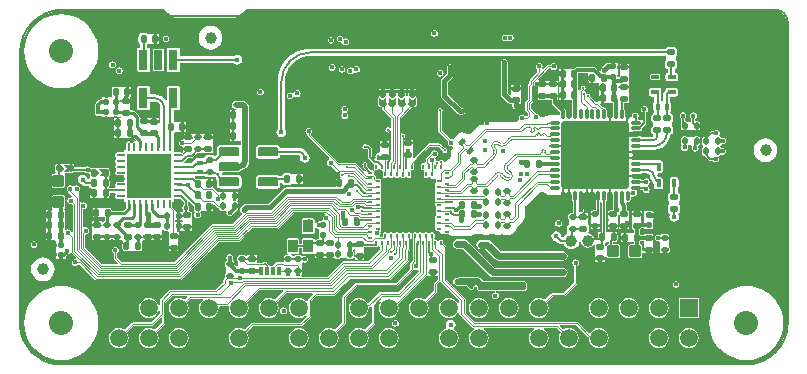
<source format=gbl>
G04*
G04 #@! TF.GenerationSoftware,Altium Limited,CircuitStudio,1.5.2 (30)*
G04*
G04 Layer_Physical_Order=4*
G04 Layer_Color=16711680*
%FSLAX25Y25*%
%MOIN*%
G70*
G01*
G75*
%ADD10C,0.00768*%
G04:AMPARAMS|DCode=11|XSize=23.62mil|YSize=19.69mil|CornerRadius=4.92mil|HoleSize=0mil|Usage=FLASHONLY|Rotation=0.000|XOffset=0mil|YOffset=0mil|HoleType=Round|Shape=RoundedRectangle|*
%AMROUNDEDRECTD11*
21,1,0.02362,0.00984,0,0,0.0*
21,1,0.01378,0.01969,0,0,0.0*
1,1,0.00984,0.00689,-0.00492*
1,1,0.00984,-0.00689,-0.00492*
1,1,0.00984,-0.00689,0.00492*
1,1,0.00984,0.00689,0.00492*
%
%ADD11ROUNDEDRECTD11*%
%ADD12C,0.03937*%
G04:AMPARAMS|DCode=13|XSize=23.62mil|YSize=17.72mil|CornerRadius=4.43mil|HoleSize=0mil|Usage=FLASHONLY|Rotation=180.000|XOffset=0mil|YOffset=0mil|HoleType=Round|Shape=RoundedRectangle|*
%AMROUNDEDRECTD13*
21,1,0.02362,0.00886,0,0,180.0*
21,1,0.01476,0.01772,0,0,180.0*
1,1,0.00886,-0.00738,0.00443*
1,1,0.00886,0.00738,0.00443*
1,1,0.00886,0.00738,-0.00443*
1,1,0.00886,-0.00738,-0.00443*
%
%ADD13ROUNDEDRECTD13*%
G04:AMPARAMS|DCode=14|XSize=23.62mil|YSize=19.69mil|CornerRadius=4.92mil|HoleSize=0mil|Usage=FLASHONLY|Rotation=90.000|XOffset=0mil|YOffset=0mil|HoleType=Round|Shape=RoundedRectangle|*
%AMROUNDEDRECTD14*
21,1,0.02362,0.00984,0,0,90.0*
21,1,0.01378,0.01969,0,0,90.0*
1,1,0.00984,0.00492,0.00689*
1,1,0.00984,0.00492,-0.00689*
1,1,0.00984,-0.00492,-0.00689*
1,1,0.00984,-0.00492,0.00689*
%
%ADD14ROUNDEDRECTD14*%
G04:AMPARAMS|DCode=15|XSize=21.65mil|YSize=17.72mil|CornerRadius=4.43mil|HoleSize=0mil|Usage=FLASHONLY|Rotation=270.000|XOffset=0mil|YOffset=0mil|HoleType=Round|Shape=RoundedRectangle|*
%AMROUNDEDRECTD15*
21,1,0.02165,0.00886,0,0,270.0*
21,1,0.01280,0.01772,0,0,270.0*
1,1,0.00886,-0.00443,-0.00640*
1,1,0.00886,-0.00443,0.00640*
1,1,0.00886,0.00443,0.00640*
1,1,0.00886,0.00443,-0.00640*
%
%ADD15ROUNDEDRECTD15*%
G04:AMPARAMS|DCode=29|XSize=21.65mil|YSize=17.72mil|CornerRadius=4.43mil|HoleSize=0mil|Usage=FLASHONLY|Rotation=0.000|XOffset=0mil|YOffset=0mil|HoleType=Round|Shape=RoundedRectangle|*
%AMROUNDEDRECTD29*
21,1,0.02165,0.00886,0,0,0.0*
21,1,0.01280,0.01772,0,0,0.0*
1,1,0.00886,0.00640,-0.00443*
1,1,0.00886,-0.00640,-0.00443*
1,1,0.00886,-0.00640,0.00443*
1,1,0.00886,0.00640,0.00443*
%
%ADD29ROUNDEDRECTD29*%
%ADD32R,0.16496X0.10492*%
G04:AMPARAMS|DCode=35|XSize=23.62mil|YSize=17.72mil|CornerRadius=4.43mil|HoleSize=0mil|Usage=FLASHONLY|Rotation=270.000|XOffset=0mil|YOffset=0mil|HoleType=Round|Shape=RoundedRectangle|*
%AMROUNDEDRECTD35*
21,1,0.02362,0.00886,0,0,270.0*
21,1,0.01476,0.01772,0,0,270.0*
1,1,0.00886,-0.00443,-0.00738*
1,1,0.00886,-0.00443,0.00738*
1,1,0.00886,0.00443,0.00738*
1,1,0.00886,0.00443,-0.00738*
%
%ADD35ROUNDEDRECTD35*%
G04:AMPARAMS|DCode=36|XSize=14.17mil|YSize=23mil|CornerRadius=0.71mil|HoleSize=0mil|Usage=FLASHONLY|Rotation=180.000|XOffset=0mil|YOffset=0mil|HoleType=Round|Shape=RoundedRectangle|*
%AMROUNDEDRECTD36*
21,1,0.01417,0.02158,0,0,180.0*
21,1,0.01276,0.02300,0,0,180.0*
1,1,0.00142,-0.00638,0.01079*
1,1,0.00142,0.00638,0.01079*
1,1,0.00142,0.00638,-0.01079*
1,1,0.00142,-0.00638,-0.01079*
%
%ADD36ROUNDEDRECTD36*%
G04:AMPARAMS|DCode=37|XSize=14.17mil|YSize=23mil|CornerRadius=0.71mil|HoleSize=0mil|Usage=FLASHONLY|Rotation=270.000|XOffset=0mil|YOffset=0mil|HoleType=Round|Shape=RoundedRectangle|*
%AMROUNDEDRECTD37*
21,1,0.01417,0.02158,0,0,270.0*
21,1,0.01276,0.02300,0,0,270.0*
1,1,0.00142,-0.01079,-0.00638*
1,1,0.00142,-0.01079,0.00638*
1,1,0.00142,0.01079,0.00638*
1,1,0.00142,0.01079,-0.00638*
%
%ADD37ROUNDEDRECTD37*%
%ADD44C,0.01400*%
%ADD45C,0.01200*%
%ADD46C,0.00800*%
%ADD47C,0.01000*%
%ADD48C,0.00350*%
%ADD49C,0.01600*%
%ADD50C,0.00400*%
%ADD51C,0.00600*%
%ADD52C,0.02400*%
%ADD54C,0.00500*%
%ADD58C,0.03819*%
%ADD59C,0.02362*%
%ADD60C,0.05906*%
%ADD61R,0.05906X0.05906*%
%ADD62C,0.08000*%
%ADD63C,0.01000*%
%ADD64C,0.01600*%
%ADD65C,0.04000*%
%ADD68C,0.02000*%
%ADD69C,0.00475*%
%ADD70C,0.00475*%
G04:AMPARAMS|DCode=71|XSize=39.37mil|YSize=37.4mil|CornerRadius=1.87mil|HoleSize=0mil|Usage=FLASHONLY|Rotation=90.000|XOffset=0mil|YOffset=0mil|HoleType=Round|Shape=RoundedRectangle|*
%AMROUNDEDRECTD71*
21,1,0.03937,0.03366,0,0,90.0*
21,1,0.03563,0.03740,0,0,90.0*
1,1,0.00374,0.01683,0.01782*
1,1,0.00374,0.01683,-0.01782*
1,1,0.00374,-0.01683,-0.01782*
1,1,0.00374,-0.01683,0.01782*
%
%ADD71ROUNDEDRECTD71*%
G04:AMPARAMS|DCode=72|XSize=39.37mil|YSize=37.4mil|CornerRadius=1.87mil|HoleSize=0mil|Usage=FLASHONLY|Rotation=180.000|XOffset=0mil|YOffset=0mil|HoleType=Round|Shape=RoundedRectangle|*
%AMROUNDEDRECTD72*
21,1,0.03937,0.03366,0,0,180.0*
21,1,0.03563,0.03740,0,0,180.0*
1,1,0.00374,-0.01782,0.01683*
1,1,0.00374,0.01782,0.01683*
1,1,0.00374,0.01782,-0.01683*
1,1,0.00374,-0.01782,-0.01683*
%
%ADD72ROUNDEDRECTD72*%
%ADD73O,0.00984X0.03150*%
%ADD74O,0.03150X0.00984*%
%ADD75R,0.14567X0.14567*%
G04:AMPARAMS|DCode=76|XSize=224.41mil|YSize=224.41mil|CornerRadius=5.61mil|HoleSize=0mil|Usage=FLASHONLY|Rotation=90.000|XOffset=0mil|YOffset=0mil|HoleType=Round|Shape=RoundedRectangle|*
%AMROUNDEDRECTD76*
21,1,0.22441,0.21319,0,0,90.0*
21,1,0.21319,0.22441,0,0,90.0*
1,1,0.01122,0.10659,0.10659*
1,1,0.01122,0.10659,-0.10659*
1,1,0.01122,-0.10659,-0.10659*
1,1,0.01122,-0.10659,0.10659*
%
%ADD76ROUNDEDRECTD76*%
G04:AMPARAMS|DCode=77|XSize=33.47mil|YSize=11.81mil|CornerRadius=4.72mil|HoleSize=0mil|Usage=FLASHONLY|Rotation=90.000|XOffset=0mil|YOffset=0mil|HoleType=Round|Shape=RoundedRectangle|*
%AMROUNDEDRECTD77*
21,1,0.03347,0.00236,0,0,90.0*
21,1,0.02402,0.01181,0,0,90.0*
1,1,0.00945,0.00118,0.01201*
1,1,0.00945,0.00118,-0.01201*
1,1,0.00945,-0.00118,-0.01201*
1,1,0.00945,-0.00118,0.01201*
%
%ADD77ROUNDEDRECTD77*%
G04:AMPARAMS|DCode=78|XSize=33.47mil|YSize=11.81mil|CornerRadius=4.72mil|HoleSize=0mil|Usage=FLASHONLY|Rotation=180.000|XOffset=0mil|YOffset=0mil|HoleType=Round|Shape=RoundedRectangle|*
%AMROUNDEDRECTD78*
21,1,0.03347,0.00236,0,0,180.0*
21,1,0.02402,0.01181,0,0,180.0*
1,1,0.00945,-0.01201,0.00118*
1,1,0.00945,0.01201,0.00118*
1,1,0.00945,0.01201,-0.00118*
1,1,0.00945,-0.01201,-0.00118*
%
%ADD78ROUNDEDRECTD78*%
G04:AMPARAMS|DCode=79|XSize=173.23mil|YSize=173.23mil|CornerRadius=4.33mil|HoleSize=0mil|Usage=FLASHONLY|Rotation=180.000|XOffset=0mil|YOffset=0mil|HoleType=Round|Shape=RoundedRectangle|*
%AMROUNDEDRECTD79*
21,1,0.17323,0.16457,0,0,180.0*
21,1,0.16457,0.17323,0,0,180.0*
1,1,0.00866,-0.08228,0.08228*
1,1,0.00866,0.08228,0.08228*
1,1,0.00866,0.08228,-0.08228*
1,1,0.00866,-0.08228,-0.08228*
%
%ADD79ROUNDEDRECTD79*%
G04:AMPARAMS|DCode=80|XSize=15.75mil|YSize=8.66mil|CornerRadius=0.87mil|HoleSize=0mil|Usage=FLASHONLY|Rotation=270.000|XOffset=0mil|YOffset=0mil|HoleType=Round|Shape=RoundedRectangle|*
%AMROUNDEDRECTD80*
21,1,0.01575,0.00693,0,0,270.0*
21,1,0.01402,0.00866,0,0,270.0*
1,1,0.00173,-0.00347,-0.00701*
1,1,0.00173,-0.00347,0.00701*
1,1,0.00173,0.00347,0.00701*
1,1,0.00173,0.00347,-0.00701*
%
%ADD80ROUNDEDRECTD80*%
G04:AMPARAMS|DCode=81|XSize=15.75mil|YSize=8.66mil|CornerRadius=0.87mil|HoleSize=0mil|Usage=FLASHONLY|Rotation=0.000|XOffset=0mil|YOffset=0mil|HoleType=Round|Shape=RoundedRectangle|*
%AMROUNDEDRECTD81*
21,1,0.01575,0.00693,0,0,0.0*
21,1,0.01402,0.00866,0,0,0.0*
1,1,0.00173,0.00701,-0.00347*
1,1,0.00173,-0.00701,-0.00347*
1,1,0.00173,-0.00701,0.00347*
1,1,0.00173,0.00701,0.00347*
%
%ADD81ROUNDEDRECTD81*%
G04:AMPARAMS|DCode=82|XSize=57.09mil|YSize=53.15mil|CornerRadius=5.32mil|HoleSize=0mil|Usage=FLASHONLY|Rotation=180.000|XOffset=0mil|YOffset=0mil|HoleType=Round|Shape=RoundedRectangle|*
%AMROUNDEDRECTD82*
21,1,0.05709,0.04252,0,0,180.0*
21,1,0.04646,0.05315,0,0,180.0*
1,1,0.01063,-0.02323,0.02126*
1,1,0.01063,0.02323,0.02126*
1,1,0.01063,0.02323,-0.02126*
1,1,0.01063,-0.02323,-0.02126*
%
%ADD82ROUNDEDRECTD82*%
G04:AMPARAMS|DCode=83|XSize=29.53mil|YSize=11.81mil|CornerRadius=2.95mil|HoleSize=0mil|Usage=FLASHONLY|Rotation=270.000|XOffset=0mil|YOffset=0mil|HoleType=Round|Shape=RoundedRectangle|*
%AMROUNDEDRECTD83*
21,1,0.02953,0.00591,0,0,270.0*
21,1,0.02363,0.01181,0,0,270.0*
1,1,0.00591,-0.00295,-0.01181*
1,1,0.00591,-0.00295,0.01181*
1,1,0.00591,0.00295,0.01181*
1,1,0.00591,0.00295,-0.01181*
%
%ADD83ROUNDEDRECTD83*%
G04:AMPARAMS|DCode=84|XSize=25.59mil|YSize=13.78mil|CornerRadius=1.38mil|HoleSize=0mil|Usage=FLASHONLY|Rotation=180.000|XOffset=0mil|YOffset=0mil|HoleType=Round|Shape=RoundedRectangle|*
%AMROUNDEDRECTD84*
21,1,0.02559,0.01102,0,0,180.0*
21,1,0.02284,0.01378,0,0,180.0*
1,1,0.00276,-0.01142,0.00551*
1,1,0.00276,0.01142,0.00551*
1,1,0.00276,0.01142,-0.00551*
1,1,0.00276,-0.01142,-0.00551*
%
%ADD84ROUNDEDRECTD84*%
G04:AMPARAMS|DCode=85|XSize=25.59mil|YSize=13.78mil|CornerRadius=1.38mil|HoleSize=0mil|Usage=FLASHONLY|Rotation=90.000|XOffset=0mil|YOffset=0mil|HoleType=Round|Shape=RoundedRectangle|*
%AMROUNDEDRECTD85*
21,1,0.02559,0.01102,0,0,90.0*
21,1,0.02284,0.01378,0,0,90.0*
1,1,0.00276,0.00551,0.01142*
1,1,0.00276,0.00551,-0.01142*
1,1,0.00276,-0.00551,-0.01142*
1,1,0.00276,-0.00551,0.01142*
%
%ADD85ROUNDEDRECTD85*%
G04:AMPARAMS|DCode=86|XSize=23.62mil|YSize=17.72mil|CornerRadius=4.43mil|HoleSize=0mil|Usage=FLASHONLY|Rotation=225.000|XOffset=0mil|YOffset=0mil|HoleType=Round|Shape=RoundedRectangle|*
%AMROUNDEDRECTD86*
21,1,0.02362,0.00886,0,0,225.0*
21,1,0.01476,0.01772,0,0,225.0*
1,1,0.00886,-0.00835,-0.00209*
1,1,0.00886,0.00209,0.00835*
1,1,0.00886,0.00835,0.00209*
1,1,0.00886,-0.00209,-0.00835*
%
%ADD86ROUNDEDRECTD86*%
G04:AMPARAMS|DCode=87|XSize=64.96mil|YSize=29.92mil|CornerRadius=1.5mil|HoleSize=0mil|Usage=FLASHONLY|Rotation=90.000|XOffset=0mil|YOffset=0mil|HoleType=Round|Shape=RoundedRectangle|*
%AMROUNDEDRECTD87*
21,1,0.06496,0.02693,0,0,90.0*
21,1,0.06197,0.02992,0,0,90.0*
1,1,0.00299,0.01347,0.03098*
1,1,0.00299,0.01347,-0.03098*
1,1,0.00299,-0.01347,-0.03098*
1,1,0.00299,-0.01347,0.03098*
%
%ADD87ROUNDEDRECTD87*%
G04:AMPARAMS|DCode=88|XSize=35.43mil|YSize=43.31mil|CornerRadius=0.89mil|HoleSize=0mil|Usage=FLASHONLY|Rotation=0.000|XOffset=0mil|YOffset=0mil|HoleType=Round|Shape=RoundedRectangle|*
%AMROUNDEDRECTD88*
21,1,0.03543,0.04154,0,0,0.0*
21,1,0.03366,0.04331,0,0,0.0*
1,1,0.00177,0.01683,-0.02077*
1,1,0.00177,-0.01683,-0.02077*
1,1,0.00177,-0.01683,0.02077*
1,1,0.00177,0.01683,0.02077*
%
%ADD88ROUNDEDRECTD88*%
G04:AMPARAMS|DCode=89|XSize=65mil|YSize=30mil|CornerRadius=3mil|HoleSize=0mil|Usage=FLASHONLY|Rotation=180.000|XOffset=0mil|YOffset=0mil|HoleType=Round|Shape=RoundedRectangle|*
%AMROUNDEDRECTD89*
21,1,0.06500,0.02400,0,0,180.0*
21,1,0.05900,0.03000,0,0,180.0*
1,1,0.00600,-0.02950,0.01200*
1,1,0.00600,0.02950,0.01200*
1,1,0.00600,0.02950,-0.01200*
1,1,0.00600,-0.02950,-0.01200*
%
%ADD89ROUNDEDRECTD89*%
%ADD90C,0.00475*%
%ADD91C,0.00700*%
%ADD92C,0.00760*%
%ADD93R,0.01500X0.01900*%
%ADD94R,0.02692X0.01425*%
G36*
X1048995Y817364D02*
X1082175D01*
X1082867Y816672D01*
X1083979Y815819D01*
X1084894Y815440D01*
X1085273Y815283D01*
X1086662Y815100D01*
X1105890D01*
X1107278Y815283D01*
X1108572Y815819D01*
X1109684Y816672D01*
X1110376Y817364D01*
X1286362D01*
X1286471Y817378D01*
X1287353Y817262D01*
X1288277Y816880D01*
X1289070Y816271D01*
X1289678Y815478D01*
X1290061Y814555D01*
X1290177Y813673D01*
X1290162Y813564D01*
Y713281D01*
X1290186Y713103D01*
X1290034Y711177D01*
X1289542Y709125D01*
X1288734Y707174D01*
X1287631Y705375D01*
X1286260Y703770D01*
X1284655Y702399D01*
X1282856Y701296D01*
X1280905Y700488D01*
X1278853Y699996D01*
X1276927Y699844D01*
X1276749Y699867D01*
X1047891Y699867D01*
X1047720Y699845D01*
X1045867Y699991D01*
X1043893Y700465D01*
X1042017Y701242D01*
X1040286Y702302D01*
X1038742Y703621D01*
X1037424Y705165D01*
X1036363Y706896D01*
X1035586Y708771D01*
X1035112Y710745D01*
X1034966Y712599D01*
X1034989Y712769D01*
X1034989Y796470D01*
Y803358D01*
X1034964Y803544D01*
X1035122Y805555D01*
X1035637Y807698D01*
X1036480Y809734D01*
X1037632Y811613D01*
X1039063Y813290D01*
X1040739Y814721D01*
X1042618Y815872D01*
X1044655Y816716D01*
X1046798Y817230D01*
X1048809Y817389D01*
X1048995Y817364D01*
D02*
G37*
%LPC*%
G36*
X1059613Y751656D02*
X1058826D01*
Y750819D01*
X1059613D01*
Y751656D01*
D02*
G37*
G36*
X1098973Y751342D02*
X1098186D01*
Y750505D01*
X1098973D01*
Y751342D01*
D02*
G37*
G36*
X1245741Y750604D02*
X1244741D01*
Y750498D01*
X1243541D01*
Y750604D01*
X1242541D01*
Y749604D01*
X1242724D01*
Y748835D01*
X1242725Y748828D01*
X1242541Y748604D01*
X1242541D01*
Y746721D01*
X1241779D01*
Y749179D01*
X1238629D01*
Y746029D01*
X1238687D01*
Y745242D01*
X1238629D01*
Y744454D01*
X1239084D01*
X1239198Y744378D01*
X1239266Y744365D01*
Y743273D01*
X1236661D01*
Y740124D01*
X1239266D01*
Y739469D01*
X1237936D01*
X1237548Y739308D01*
X1237387Y738920D01*
Y735554D01*
X1237548Y735166D01*
X1237936Y735005D01*
X1241499D01*
X1241887Y735166D01*
X1242048Y735554D01*
Y736506D01*
X1242517Y736580D01*
X1242548Y736580D01*
X1243403D01*
Y737368D01*
X1242548D01*
X1242517Y737368D01*
X1242048Y737442D01*
Y738920D01*
X1241887Y739308D01*
X1241499Y739469D01*
X1241142D01*
Y740124D01*
X1241385D01*
Y740579D01*
X1241461Y740693D01*
X1241475Y740760D01*
X1242566D01*
Y738155D01*
X1245716D01*
Y741305D01*
X1245658D01*
Y742092D01*
X1245716D01*
Y742879D01*
X1245261D01*
X1245147Y742955D01*
X1244830Y743018D01*
X1243452D01*
X1243135Y742955D01*
X1243021Y742879D01*
X1242566D01*
Y742636D01*
X1241475D01*
X1241461Y742704D01*
X1241385Y742818D01*
Y743273D01*
X1241142D01*
Y744365D01*
X1241210Y744378D01*
X1241324Y744454D01*
X1241779D01*
Y744845D01*
X1242541D01*
Y744604D01*
X1243541D01*
Y744710D01*
X1244741D01*
Y744604D01*
X1245741D01*
Y745604D01*
X1245559D01*
Y746374D01*
X1245558Y746381D01*
X1245741Y746604D01*
X1245741D01*
Y748104D01*
X1246082Y748172D01*
X1246452Y748420D01*
X1246700Y748790D01*
X1246786Y749227D01*
X1246700Y749664D01*
X1246452Y750035D01*
X1246082Y750282D01*
X1245741Y750350D01*
Y750604D01*
D02*
G37*
G36*
X1128796Y760496D02*
X1128009D01*
Y759659D01*
X1128796D01*
Y760496D01*
D02*
G37*
G36*
X1098973Y761332D02*
X1098186D01*
Y760496D01*
X1098973D01*
Y761332D01*
D02*
G37*
G36*
X1058813Y755943D02*
X1058026D01*
Y755106D01*
X1058813D01*
Y755943D01*
D02*
G37*
G36*
X1107176Y756959D02*
X1106585D01*
Y756172D01*
X1107176D01*
Y756959D01*
D02*
G37*
G36*
X1241828Y750753D02*
X1240942D01*
Y749966D01*
X1241828D01*
Y750753D01*
D02*
G37*
G36*
X1253186Y762023D02*
X1252083D01*
X1251718Y761950D01*
X1251407Y761743D01*
X1251200Y761433D01*
X1251127Y761067D01*
Y758783D01*
X1251200Y758418D01*
X1251407Y758107D01*
X1251428Y758094D01*
Y757022D01*
X1251055Y756773D01*
X1250770Y756346D01*
X1250669Y755842D01*
Y754857D01*
X1250770Y754353D01*
X1251055Y753926D01*
X1251101Y753895D01*
Y752867D01*
X1251055Y752836D01*
X1250770Y752409D01*
X1250669Y751905D01*
Y750920D01*
X1250770Y750416D01*
X1251055Y749989D01*
X1251449Y749726D01*
X1251168Y749305D01*
X1251044Y748681D01*
X1251168Y748057D01*
X1251522Y747528D01*
X1252051Y747174D01*
X1252676Y747050D01*
X1253300Y747174D01*
X1253829Y747528D01*
X1254183Y748057D01*
X1254307Y748681D01*
X1254183Y749305D01*
X1253902Y749726D01*
X1254296Y749989D01*
X1254582Y750416D01*
X1254682Y750920D01*
Y751905D01*
X1254582Y752409D01*
X1254296Y752836D01*
X1254250Y752867D01*
Y753895D01*
X1254296Y753926D01*
X1254582Y754353D01*
X1254682Y754857D01*
Y755842D01*
X1254582Y756346D01*
X1254296Y756773D01*
X1253869Y757059D01*
X1253842Y757064D01*
Y758094D01*
X1253862Y758107D01*
X1254069Y758418D01*
X1254142Y758783D01*
Y761067D01*
X1254069Y761433D01*
X1253862Y761743D01*
X1253552Y761950D01*
X1253186Y762023D01*
D02*
G37*
G36*
X1044013Y748443D02*
X1043226D01*
Y747905D01*
X1043226Y747606D01*
Y747506D01*
Y747405D01*
X1043226Y747106D01*
Y746519D01*
X1044013D01*
Y747106D01*
X1044013Y747405D01*
Y747506D01*
Y747606D01*
X1044013Y747905D01*
Y748443D01*
D02*
G37*
G36*
X1059437Y747231D02*
X1058601D01*
Y746443D01*
X1059437D01*
Y747231D01*
D02*
G37*
G36*
X1059613Y749343D02*
X1058826D01*
Y748506D01*
X1059613D01*
Y749343D01*
D02*
G37*
G36*
X1239466Y750753D02*
X1238629D01*
Y749966D01*
X1239466D01*
Y750753D01*
D02*
G37*
G36*
X1044013Y750805D02*
X1043226D01*
Y749919D01*
X1044013D01*
Y750805D01*
D02*
G37*
G36*
X1197576Y721582D02*
X1196721Y721470D01*
X1195925Y721140D01*
X1195241Y720615D01*
X1194717Y719932D01*
X1194387Y719136D01*
X1194275Y718281D01*
X1194387Y717427D01*
X1194717Y716631D01*
X1195241Y715947D01*
X1195925Y715422D01*
X1196721Y715093D01*
X1197576Y714980D01*
X1198430Y715093D01*
X1199226Y715422D01*
X1199910Y715947D01*
X1200434Y716631D01*
X1200764Y717427D01*
X1200877Y718281D01*
X1200764Y719136D01*
X1200434Y719932D01*
X1199910Y720615D01*
X1199226Y721140D01*
X1198430Y721470D01*
X1197576Y721582D01*
D02*
G37*
G36*
X1155437Y773846D02*
X1154600D01*
Y773058D01*
X1155437D01*
Y773846D01*
D02*
G37*
G36*
X1165607Y774423D02*
X1164771D01*
Y773635D01*
X1165607D01*
Y774423D01*
D02*
G37*
G36*
X1283127Y774856D02*
X1282099Y774721D01*
X1281141Y774324D01*
X1280319Y773693D01*
X1279688Y772871D01*
X1279291Y771913D01*
X1279156Y770886D01*
X1279291Y769858D01*
X1279688Y768900D01*
X1280319Y768078D01*
X1281141Y767447D01*
X1282099Y767050D01*
X1283127Y766915D01*
X1284155Y767050D01*
X1285112Y767447D01*
X1285935Y768078D01*
X1286566Y768900D01*
X1286962Y769858D01*
X1287098Y770886D01*
X1286962Y771913D01*
X1286566Y772871D01*
X1285935Y773693D01*
X1285112Y774324D01*
X1284155Y774721D01*
X1283127Y774856D01*
D02*
G37*
G36*
X1266776Y777723D02*
X1266339Y777636D01*
X1265968Y777389D01*
X1265908Y777299D01*
X1265076D01*
X1264801Y777244D01*
X1264568Y777088D01*
X1262877Y775397D01*
X1262733D01*
X1262435Y775338D01*
X1262317Y775259D01*
X1262176D01*
Y775159D01*
X1262014Y774917D01*
X1261955Y774619D01*
Y773143D01*
X1262014Y772845D01*
X1262176Y772603D01*
Y772503D01*
X1262176D01*
X1262191Y772003D01*
X1262176Y771959D01*
D01*
X1262075Y771746D01*
X1262014Y771617D01*
X1261997Y771533D01*
X1261955Y771319D01*
Y769843D01*
X1262014Y769545D01*
X1262176Y769303D01*
Y769203D01*
X1262317D01*
X1262435Y769124D01*
X1262663Y769079D01*
X1264268Y767474D01*
X1264501Y767318D01*
X1264546Y767309D01*
X1264776Y767264D01*
X1265608D01*
X1265668Y767174D01*
X1266039Y766926D01*
X1266476Y766839D01*
X1266913Y766926D01*
X1267283Y767174D01*
X1267531Y767544D01*
X1267618Y767981D01*
X1267531Y768418D01*
X1267432Y768565D01*
X1267554Y768892D01*
X1267682Y769078D01*
X1267721Y769086D01*
X1267916Y769124D01*
X1268176Y769187D01*
X1268176Y769187D01*
X1268596Y769494D01*
X1268828Y769449D01*
X1268876Y769439D01*
X1269313Y769526D01*
X1269683Y769774D01*
X1269931Y770144D01*
X1270018Y770581D01*
X1269931Y771018D01*
X1269683Y771389D01*
X1269313Y771636D01*
X1268876Y771723D01*
X1268828Y771713D01*
X1268596Y771668D01*
X1268176Y771959D01*
Y771959D01*
X1268176Y771959D01*
X1268103Y772288D01*
X1268176Y772487D01*
D01*
X1268504Y772851D01*
X1268851Y772864D01*
X1268976Y772839D01*
X1269413Y772926D01*
X1269783Y773174D01*
X1270031Y773544D01*
X1270117Y773981D01*
X1270031Y774418D01*
X1269783Y774789D01*
X1269413Y775036D01*
X1268976Y775123D01*
X1268781Y775084D01*
X1268633Y775055D01*
X1268176Y775259D01*
Y775259D01*
X1267834Y775446D01*
X1267703Y775953D01*
X1267831Y776144D01*
X1267918Y776581D01*
X1267831Y777018D01*
X1267583Y777389D01*
X1267213Y777636D01*
X1266776Y777723D01*
D02*
G37*
G36*
X1260618Y775497D02*
X1259733D01*
X1259435Y775438D01*
X1259317Y775359D01*
X1257034D01*
X1256916Y775438D01*
X1256618Y775497D01*
X1255733D01*
X1255435Y775438D01*
X1255317Y775359D01*
X1255176D01*
Y775259D01*
X1255014Y775017D01*
X1254955Y774719D01*
Y773405D01*
X1254955Y773243D01*
X1255014Y772945D01*
D01*
Y772945D01*
D01*
X1255160Y772503D01*
X1255104Y772133D01*
X1255034Y771781D01*
X1255121Y771344D01*
X1255368Y770974D01*
X1255739Y770726D01*
X1256176Y770639D01*
X1256613Y770726D01*
X1256983Y770974D01*
X1257231Y771344D01*
X1257318Y771781D01*
X1257253Y772103D01*
X1257455Y772470D01*
X1257575Y772603D01*
X1258410D01*
X1258677Y772103D01*
X1258621Y772018D01*
X1258534Y771581D01*
X1258621Y771144D01*
X1258868Y770774D01*
X1259239Y770526D01*
X1259676Y770439D01*
X1260113Y770526D01*
X1260483Y770774D01*
X1260731Y771144D01*
X1260818Y771581D01*
X1260738Y771979D01*
X1260738Y772038D01*
X1260896Y772468D01*
X1260970Y772560D01*
X1261011Y772587D01*
X1261176D01*
Y772703D01*
X1261337Y772945D01*
X1261396Y773243D01*
Y774719D01*
X1261337Y775017D01*
X1261176Y775259D01*
Y775359D01*
X1261034D01*
X1260916Y775438D01*
X1260618Y775497D01*
D02*
G37*
G36*
X1090037Y776331D02*
X1089201D01*
Y775543D01*
X1090037D01*
Y776331D01*
D02*
G37*
G36*
X1105248Y774924D02*
X1104461D01*
Y774087D01*
X1105248D01*
Y774924D01*
D02*
G37*
G36*
X1066813Y775843D02*
X1066026D01*
Y775006D01*
X1066813D01*
Y775843D01*
D02*
G37*
G36*
X1187576Y721582D02*
X1186721Y721470D01*
X1185925Y721140D01*
X1185241Y720615D01*
X1184717Y719932D01*
X1184387Y719136D01*
X1184275Y718281D01*
X1184387Y717427D01*
X1184717Y716631D01*
X1185241Y715947D01*
X1185925Y715422D01*
X1186721Y715093D01*
X1187576Y714980D01*
X1188430Y715093D01*
X1189226Y715422D01*
X1189910Y715947D01*
X1190434Y716631D01*
X1190764Y717427D01*
X1190877Y718281D01*
X1190764Y719136D01*
X1190434Y719932D01*
X1189910Y720615D01*
X1189226Y721140D01*
X1188430Y721470D01*
X1187576Y721582D01*
D02*
G37*
G36*
X1159776Y714323D02*
X1159339Y714236D01*
X1158968Y713989D01*
X1158721Y713618D01*
X1158634Y713181D01*
X1158721Y712744D01*
X1158968Y712374D01*
X1159339Y712126D01*
X1159776Y712039D01*
X1160213Y712126D01*
X1160583Y712374D01*
X1160831Y712744D01*
X1160917Y713181D01*
X1160831Y713618D01*
X1160583Y713989D01*
X1160213Y714236D01*
X1159776Y714323D01*
D02*
G37*
G36*
X1140613Y761405D02*
X1139826D01*
Y760519D01*
X1140613D01*
Y761405D01*
D02*
G37*
G36*
X1128796Y762809D02*
X1128009D01*
Y761972D01*
X1128796D01*
Y762809D01*
D02*
G37*
G36*
X1247576Y711582D02*
X1246721Y711470D01*
X1245925Y711140D01*
X1245241Y710615D01*
X1244717Y709932D01*
X1244387Y709135D01*
X1244275Y708281D01*
X1244387Y707427D01*
X1244717Y706631D01*
X1245241Y705947D01*
X1245925Y705422D01*
X1246721Y705093D01*
X1247576Y704980D01*
X1248430Y705093D01*
X1249226Y705422D01*
X1249910Y705947D01*
X1250434Y706631D01*
X1250764Y707427D01*
X1250877Y708281D01*
X1250764Y709135D01*
X1250434Y709932D01*
X1249910Y710615D01*
X1249226Y711140D01*
X1248430Y711470D01*
X1247576Y711582D01*
D02*
G37*
G36*
X1120283Y772689D02*
X1114383D01*
X1113953Y772604D01*
X1113590Y772361D01*
X1113346Y771997D01*
X1113261Y771568D01*
Y769168D01*
X1113346Y768739D01*
X1113590Y768375D01*
X1113953Y768131D01*
X1114383Y768046D01*
X1120283D01*
X1120712Y768131D01*
X1121076Y768375D01*
X1121319Y768739D01*
X1121403Y769161D01*
X1127536D01*
Y769150D01*
X1127646Y769128D01*
X1128017Y768648D01*
X1127952Y768321D01*
X1128076Y767696D01*
X1128430Y767167D01*
X1128959Y766813D01*
X1129583Y766689D01*
X1130208Y766813D01*
X1130737Y767167D01*
X1131091Y767696D01*
X1131215Y768321D01*
X1131091Y768945D01*
X1130737Y769474D01*
X1130486Y769641D01*
X1130359Y769950D01*
X1129841Y770625D01*
X1129166Y771143D01*
X1128380Y771468D01*
X1127536Y771579D01*
Y771575D01*
X1121403D01*
X1121319Y771997D01*
X1121076Y772361D01*
X1120712Y772604D01*
X1120283Y772689D01*
D02*
G37*
G36*
X1124170Y763240D02*
X1123186D01*
X1122682Y763140D01*
X1122254Y762854D01*
X1121978Y762441D01*
X1120956D01*
X1120712Y762604D01*
X1120283Y762689D01*
X1114383D01*
X1113953Y762604D01*
X1113590Y762361D01*
X1113346Y761997D01*
X1113261Y761568D01*
Y759168D01*
X1113346Y758739D01*
X1113590Y758375D01*
X1113953Y758132D01*
X1114383Y758046D01*
X1120283D01*
X1120712Y758132D01*
X1121076Y758375D01*
X1121319Y758739D01*
X1121404Y759168D01*
Y760027D01*
X1121978D01*
X1122254Y759613D01*
X1122682Y759328D01*
X1123186Y759227D01*
X1124170D01*
X1124674Y759328D01*
X1125102Y759613D01*
X1125132Y759659D01*
X1127221D01*
Y762809D01*
X1125132D01*
X1125102Y762854D01*
X1124674Y763140D01*
X1124170Y763240D01*
D02*
G37*
G36*
X1257576Y711582D02*
X1256721Y711470D01*
X1255925Y711140D01*
X1255241Y710615D01*
X1254717Y709932D01*
X1254387Y709135D01*
X1254275Y708281D01*
X1254387Y707427D01*
X1254717Y706631D01*
X1255241Y705947D01*
X1255925Y705422D01*
X1256721Y705093D01*
X1257576Y704980D01*
X1258430Y705093D01*
X1259226Y705422D01*
X1259910Y705947D01*
X1260434Y706631D01*
X1260764Y707427D01*
X1260877Y708281D01*
X1260764Y709135D01*
X1260434Y709932D01*
X1259910Y710615D01*
X1259226Y711140D01*
X1258430Y711470D01*
X1257576Y711582D01*
D02*
G37*
G36*
X1214165Y747681D02*
X1213728Y747594D01*
X1213357Y747346D01*
X1213110Y746976D01*
X1213023Y746539D01*
X1213110Y746102D01*
X1213357Y745731D01*
X1213728Y745484D01*
X1214165Y745397D01*
X1214602Y745484D01*
X1214972Y745731D01*
X1215220Y746102D01*
X1215306Y746539D01*
X1215220Y746976D01*
X1214972Y747346D01*
X1214602Y747594D01*
X1214165Y747681D01*
D02*
G37*
G36*
X1245716Y737368D02*
X1244879D01*
Y736580D01*
X1245716D01*
Y737368D01*
D02*
G37*
G36*
X1113600Y735861D02*
X1112714D01*
Y735073D01*
X1113600D01*
Y735861D01*
D02*
G37*
G36*
X1122476Y718523D02*
X1122039Y718436D01*
X1121668Y718189D01*
X1121421Y717818D01*
X1121334Y717381D01*
X1121421Y716944D01*
X1121668Y716574D01*
X1122039Y716326D01*
X1122476Y716239D01*
X1122913Y716326D01*
X1123283Y716574D01*
X1123531Y716944D01*
X1123617Y717381D01*
X1123531Y717818D01*
X1123283Y718189D01*
X1122913Y718436D01*
X1122476Y718523D01*
D02*
G37*
G36*
X1085137Y738019D02*
X1084301D01*
Y737231D01*
X1085137D01*
Y738019D01*
D02*
G37*
G36*
X1260848Y721554D02*
X1254303D01*
Y715008D01*
X1260848D01*
Y721554D01*
D02*
G37*
G36*
X1039276Y740623D02*
X1038839Y740536D01*
X1038468Y740289D01*
X1038221Y739918D01*
X1038134Y739481D01*
X1038221Y739044D01*
X1038468Y738674D01*
X1038839Y738426D01*
X1039276Y738339D01*
X1039713Y738426D01*
X1040083Y738674D01*
X1040331Y739044D01*
X1040417Y739481D01*
X1040331Y739918D01*
X1040083Y740289D01*
X1039713Y740536D01*
X1039276Y740623D01*
D02*
G37*
G36*
X1087450Y738019D02*
X1086614D01*
Y737231D01*
X1087450D01*
Y738019D01*
D02*
G37*
G36*
X1219876Y734523D02*
X1219439Y734436D01*
X1219068Y734189D01*
X1218821Y733818D01*
X1218734Y733381D01*
X1218821Y732944D01*
X1219068Y732574D01*
X1219313Y732410D01*
Y726914D01*
X1215642Y723244D01*
X1211976D01*
X1211578Y723079D01*
X1209459Y720961D01*
X1209226Y721140D01*
X1208430Y721470D01*
X1207576Y721582D01*
X1206721Y721470D01*
X1205925Y721140D01*
X1205241Y720615D01*
X1204717Y719932D01*
X1204387Y719136D01*
X1204275Y718281D01*
X1204387Y717427D01*
X1204717Y716631D01*
X1205241Y715947D01*
X1205925Y715422D01*
X1206721Y715093D01*
X1207576Y714980D01*
X1208430Y715093D01*
X1209226Y715422D01*
X1209910Y715947D01*
X1210434Y716631D01*
X1210764Y717427D01*
X1210877Y718281D01*
X1210764Y719136D01*
X1210434Y719932D01*
X1210255Y720165D01*
X1212209Y722118D01*
X1215876D01*
X1216274Y722283D01*
X1220274Y726283D01*
X1220274Y726283D01*
X1220438Y726681D01*
Y732410D01*
X1220683Y732574D01*
X1220931Y732944D01*
X1221017Y733381D01*
X1220931Y733818D01*
X1220683Y734189D01*
X1220313Y734436D01*
X1219876Y734523D01*
D02*
G37*
G36*
X1182776Y741131D02*
X1180376D01*
X1179782Y741013D01*
X1179280Y740677D01*
X1178944Y740174D01*
X1178826Y739581D01*
X1178944Y738988D01*
X1179280Y738485D01*
X1179782Y738149D01*
X1180376Y738031D01*
X1182134D01*
X1191080Y729085D01*
X1191582Y728749D01*
X1192176Y728631D01*
X1215676D01*
X1216269Y728749D01*
X1216772Y729085D01*
X1217107Y729588D01*
X1217225Y730181D01*
X1217107Y730774D01*
X1216772Y731277D01*
X1216269Y731613D01*
X1215676Y731731D01*
X1192817D01*
X1183871Y740677D01*
X1183369Y741013D01*
X1182776Y741131D01*
D02*
G37*
G36*
X1187721Y728482D02*
X1180977D01*
X1180884Y728444D01*
X1180785Y728424D01*
X1180677Y728352D01*
X1180376Y728292D01*
X1180306Y728306D01*
X1180299Y728305D01*
X1180293Y728308D01*
X1180170Y728279D01*
X1180046Y728254D01*
X1180042Y728249D01*
X1180035Y728247D01*
X1179937Y728176D01*
X1179739Y728136D01*
X1179368Y727889D01*
X1179121Y727518D01*
X1179034Y727081D01*
X1179121Y726644D01*
X1179368Y726274D01*
X1179460Y726212D01*
X1179494Y726131D01*
X1179931Y725694D01*
X1180176Y725593D01*
X1183574D01*
X1184031Y725136D01*
X1184834Y724333D01*
X1184850Y724326D01*
X1184857Y724311D01*
X1184970Y724276D01*
X1185079Y724231D01*
X1185095Y724237D01*
X1185110Y724232D01*
X1185372Y724256D01*
X1185487Y724317D01*
X1185603Y724374D01*
X1185986Y724817D01*
X1186014Y724902D01*
X1186064Y724976D01*
X1186114Y725229D01*
X1186219Y725385D01*
X1186375Y725490D01*
X1186560Y725527D01*
X1186745Y725490D01*
X1186902Y725385D01*
X1187006Y725229D01*
X1187043Y725044D01*
X1187004Y724849D01*
X1187020Y724771D01*
X1187009Y724693D01*
X1187040Y724574D01*
X1187077Y724525D01*
X1187090Y724465D01*
X1187353Y724084D01*
X1187381Y724066D01*
X1187393Y724036D01*
X1187489Y723997D01*
X1187576Y723940D01*
X1187608Y723947D01*
X1187638Y723935D01*
X1192874D01*
X1192920Y723462D01*
X1192922Y723446D01*
X1192923Y723436D01*
X1192923Y723435D01*
X1192865Y723423D01*
X1192831Y723416D01*
X1192777Y723406D01*
X1192679Y723386D01*
X1192417Y723211D01*
X1192308Y723139D01*
X1192061Y722768D01*
X1191974Y722331D01*
X1192061Y721894D01*
X1192308Y721524D01*
X1192679Y721276D01*
X1193116Y721189D01*
X1193553Y721276D01*
X1193923Y721524D01*
X1194171Y721894D01*
X1194258Y722331D01*
X1194171Y722768D01*
X1193923Y723139D01*
X1193814Y723211D01*
X1193553Y723386D01*
X1193454Y723406D01*
X1193400Y723416D01*
X1193362Y723424D01*
X1193308Y723435D01*
X1193308Y723436D01*
X1193309Y723446D01*
X1193311Y723462D01*
X1193357Y723935D01*
X1202876D01*
X1203121Y724036D01*
X1203621Y724536D01*
X1203722Y724781D01*
Y726381D01*
X1203621Y726626D01*
X1203179Y727068D01*
X1202934Y727169D01*
X1189177D01*
X1187965Y728381D01*
X1187721Y728482D01*
D02*
G37*
G36*
X1042280Y735185D02*
X1041253Y735050D01*
X1040295Y734653D01*
X1039472Y734022D01*
X1038841Y733200D01*
X1038445Y732242D01*
X1038309Y731214D01*
X1038445Y730186D01*
X1038841Y729229D01*
X1039472Y728406D01*
X1040295Y727775D01*
X1041253Y727379D01*
X1042280Y727243D01*
X1043308Y727379D01*
X1044266Y727775D01*
X1045088Y728406D01*
X1045719Y729229D01*
X1046116Y730186D01*
X1046251Y731214D01*
X1046116Y732242D01*
X1045719Y733200D01*
X1045088Y734022D01*
X1044266Y734653D01*
X1043308Y735050D01*
X1042280Y735185D01*
D02*
G37*
G36*
X1227237Y734419D02*
X1226352D01*
Y733632D01*
X1227237D01*
Y734419D01*
D02*
G37*
G36*
X1253276Y727323D02*
X1252839Y727236D01*
X1252468Y726989D01*
X1252221Y726618D01*
X1252134Y726181D01*
X1252221Y725744D01*
X1252468Y725374D01*
X1252839Y725126D01*
X1253276Y725039D01*
X1253713Y725126D01*
X1254083Y725374D01*
X1254331Y725744D01*
X1254418Y726181D01*
X1254331Y726618D01*
X1254083Y726989D01*
X1253713Y727236D01*
X1253276Y727323D01*
D02*
G37*
G36*
X1190376Y740931D02*
X1188276D01*
X1187683Y740813D01*
X1187180Y740477D01*
X1186844Y739974D01*
X1186726Y739381D01*
X1186844Y738788D01*
X1187180Y738285D01*
X1187683Y737949D01*
X1188276Y737831D01*
X1189734D01*
X1193080Y734485D01*
X1193583Y734149D01*
X1194176Y734031D01*
X1215676D01*
X1216269Y734149D01*
X1216772Y734485D01*
X1217107Y734988D01*
X1217225Y735581D01*
X1217107Y736174D01*
X1216772Y736677D01*
X1216269Y737013D01*
X1215676Y737131D01*
X1194818D01*
X1191471Y740477D01*
X1190969Y740813D01*
X1190376Y740931D01*
D02*
G37*
G36*
X1229550Y734419D02*
X1228714D01*
Y733632D01*
X1229550D01*
Y734419D01*
D02*
G37*
G36*
X1235873Y740960D02*
X1235086D01*
Y740124D01*
X1235873D01*
Y740960D01*
D02*
G37*
G36*
X1233905Y745242D02*
X1233068D01*
Y744454D01*
X1233905D01*
Y745242D01*
D02*
G37*
G36*
X1231592D02*
X1230706D01*
Y744454D01*
X1231592D01*
Y745242D01*
D02*
G37*
G36*
X1091985Y744895D02*
X1091148D01*
Y744108D01*
X1091985D01*
Y744895D01*
D02*
G37*
G36*
X1235332Y745242D02*
X1234446D01*
Y744454D01*
X1235332D01*
Y745242D01*
D02*
G37*
G36*
X1227576Y721582D02*
X1226721Y721470D01*
X1225925Y721140D01*
X1225241Y720615D01*
X1224717Y719932D01*
X1224387Y719136D01*
X1224275Y718281D01*
X1224387Y717427D01*
X1224717Y716631D01*
X1225241Y715947D01*
X1225925Y715422D01*
X1226721Y715093D01*
X1227576Y714980D01*
X1228430Y715093D01*
X1229226Y715422D01*
X1229910Y715947D01*
X1230434Y716631D01*
X1230764Y717427D01*
X1230877Y718281D01*
X1230764Y719136D01*
X1230434Y719932D01*
X1229910Y720615D01*
X1229226Y721140D01*
X1228430Y721470D01*
X1227576Y721582D01*
D02*
G37*
G36*
X1237576D02*
X1236721Y721470D01*
X1235925Y721140D01*
X1235241Y720615D01*
X1234717Y719932D01*
X1234387Y719136D01*
X1234275Y718281D01*
X1234387Y717427D01*
X1234717Y716631D01*
X1235241Y715947D01*
X1235925Y715422D01*
X1236721Y715093D01*
X1237576Y714980D01*
X1238430Y715093D01*
X1239226Y715422D01*
X1239910Y715947D01*
X1240434Y716631D01*
X1240764Y717427D01*
X1240877Y718281D01*
X1240764Y719136D01*
X1240434Y719932D01*
X1239910Y720615D01*
X1239226Y721140D01*
X1238430Y721470D01*
X1237576Y721582D01*
D02*
G37*
G36*
X1237645Y745242D02*
X1236808D01*
Y744454D01*
X1237645D01*
Y745242D01*
D02*
G37*
G36*
X1088835Y744895D02*
X1088434Y744895D01*
X1088335Y744895D01*
X1087997D01*
Y744108D01*
X1088335D01*
X1088587Y744108D01*
X1088841Y744108D01*
X1089087Y744108D01*
X1089672D01*
Y744895D01*
X1089087D01*
X1088835Y744895D01*
D02*
G37*
G36*
X1078747Y741696D02*
X1078747D01*
D01*
X1078247Y741696D01*
X1077910D01*
Y740909D01*
X1078247D01*
X1078747Y740909D01*
X1078747D01*
X1079247Y740909D01*
X1079583D01*
Y741696D01*
X1079247D01*
X1078747Y741696D01*
D02*
G37*
G36*
X1081896Y741696D02*
X1081060D01*
Y740909D01*
X1081896D01*
Y741696D01*
D02*
G37*
G36*
X1044013Y741643D02*
X1043226D01*
Y740806D01*
X1044013D01*
Y741643D01*
D02*
G37*
G36*
X1235873Y743322D02*
X1235086D01*
Y742437D01*
X1235873D01*
Y743322D01*
D02*
G37*
G36*
X1247576Y721582D02*
X1246721Y721470D01*
X1245925Y721140D01*
X1245241Y720615D01*
X1244717Y719932D01*
X1244387Y719136D01*
X1244275Y718281D01*
X1244387Y717427D01*
X1244717Y716631D01*
X1245241Y715947D01*
X1245925Y715422D01*
X1246721Y715093D01*
X1247576Y714980D01*
X1248430Y715093D01*
X1249226Y715422D01*
X1249910Y715947D01*
X1250434Y716631D01*
X1250764Y717427D01*
X1250877Y718281D01*
X1250764Y719136D01*
X1250434Y719932D01*
X1249910Y720615D01*
X1249226Y721140D01*
X1248430Y721470D01*
X1247576Y721582D01*
D02*
G37*
G36*
X1044013Y745043D02*
X1043226D01*
Y744505D01*
X1043226Y744206D01*
Y744106D01*
Y744005D01*
X1043226Y743706D01*
Y743119D01*
X1044013D01*
Y743706D01*
X1044013Y744005D01*
Y744106D01*
Y744206D01*
X1044013Y744505D01*
Y745043D01*
D02*
G37*
G36*
X1250214Y742902D02*
X1248737D01*
X1248440Y742843D01*
X1248198Y742681D01*
X1248098D01*
X1248098Y742681D01*
X1247635Y742771D01*
X1247376Y742823D01*
X1246939Y742736D01*
X1246568Y742489D01*
X1246321Y742118D01*
X1246234Y741681D01*
X1246321Y741244D01*
X1246568Y740874D01*
X1246939Y740626D01*
X1247376Y740539D01*
X1247598Y740583D01*
X1248098Y740261D01*
Y738540D01*
X1248019Y738422D01*
X1247960Y738124D01*
Y737238D01*
X1248019Y736940D01*
X1248082Y736846D01*
Y736681D01*
X1248198D01*
X1248440Y736519D01*
X1248737Y736460D01*
X1250214D01*
X1250511Y736519D01*
X1250753Y736681D01*
X1250854D01*
Y736822D01*
X1250932Y736940D01*
X1250954Y737047D01*
X1251167Y737190D01*
X1251348Y737461D01*
X1251412Y737781D01*
X1251348Y738101D01*
X1251167Y738372D01*
X1250896Y738553D01*
X1250854Y738562D01*
Y740822D01*
X1250932Y740941D01*
X1250992Y741238D01*
Y742124D01*
X1250932Y742422D01*
X1250854Y742540D01*
Y742681D01*
X1250753D01*
X1250511Y742843D01*
X1250214Y742902D01*
D02*
G37*
G36*
X1067726Y798523D02*
X1067289Y798436D01*
X1066918Y798189D01*
X1066671Y797818D01*
X1066584Y797381D01*
X1066671Y796944D01*
X1066918Y796574D01*
X1067289Y796326D01*
X1067726Y796239D01*
X1068163Y796326D01*
X1068533Y796574D01*
X1068781Y796944D01*
X1068867Y797381D01*
X1068781Y797818D01*
X1068533Y798189D01*
X1068163Y798436D01*
X1067726Y798523D01*
D02*
G37*
G36*
X1174676Y797723D02*
X1174239Y797636D01*
X1173868Y797389D01*
X1173621Y797018D01*
X1173534Y796581D01*
X1173621Y796144D01*
X1173868Y795774D01*
X1174239Y795526D01*
X1174676Y795439D01*
X1175113Y795526D01*
X1175483Y795774D01*
X1175731Y796144D01*
X1175817Y796581D01*
X1175731Y797018D01*
X1175483Y797389D01*
X1175113Y797636D01*
X1174676Y797723D01*
D02*
G37*
G36*
X1247461Y796387D02*
X1245178D01*
X1244828Y796242D01*
X1244682Y795891D01*
Y794789D01*
X1244828Y794439D01*
X1245178Y794293D01*
X1247461D01*
X1247812Y794439D01*
X1247957Y794789D01*
Y795891D01*
X1247812Y796242D01*
X1247461Y796387D01*
D02*
G37*
G36*
X1141976Y799023D02*
X1141539Y798936D01*
X1141168Y798689D01*
X1140921Y798318D01*
X1140834Y797881D01*
X1140921Y797444D01*
X1141168Y797074D01*
X1141539Y796826D01*
X1141976Y796739D01*
X1142413Y796826D01*
X1142783Y797074D01*
X1143031Y797444D01*
X1143118Y797881D01*
X1143031Y798318D01*
X1142783Y798689D01*
X1142413Y798936D01*
X1141976Y799023D01*
D02*
G37*
G36*
X1138676Y799623D02*
X1138239Y799536D01*
X1137868Y799289D01*
X1137621Y798918D01*
X1137534Y798481D01*
X1137621Y798044D01*
X1137868Y797674D01*
X1138239Y797426D01*
X1138676Y797339D01*
X1139113Y797426D01*
X1139483Y797674D01*
X1139731Y798044D01*
X1139818Y798481D01*
X1139731Y798918D01*
X1139483Y799289D01*
X1139113Y799536D01*
X1138676Y799623D01*
D02*
G37*
G36*
X1215113Y797956D02*
X1214326D01*
Y797119D01*
X1215113D01*
Y797956D01*
D02*
G37*
G36*
X1076335Y809894D02*
X1075351D01*
X1074847Y809793D01*
X1074420Y809508D01*
X1074134Y809081D01*
X1074034Y808576D01*
Y807198D01*
X1074134Y806694D01*
X1074420Y806267D01*
X1074636Y806122D01*
Y805072D01*
X1074446D01*
X1074075Y804999D01*
X1073761Y804789D01*
X1073551Y804475D01*
X1073477Y804104D01*
Y797907D01*
X1073551Y797537D01*
X1073761Y797223D01*
X1074075Y797013D01*
X1074446Y796939D01*
X1077139D01*
X1077509Y797013D01*
X1077823Y797223D01*
X1078033Y797537D01*
X1078107Y797907D01*
Y804104D01*
X1078033Y804475D01*
X1077823Y804789D01*
X1077509Y804999D01*
X1077139Y805072D01*
X1077050D01*
Y806122D01*
X1077267Y806267D01*
X1077298Y806313D01*
X1079387D01*
Y809462D01*
X1077298D01*
X1077267Y809508D01*
X1076840Y809793D01*
X1076335Y809894D01*
D02*
G37*
G36*
X1210676Y794061D02*
X1210504D01*
X1210332D01*
X1210176Y794061D01*
X1209446D01*
Y793273D01*
X1210176D01*
X1210332Y793273D01*
X1210504D01*
X1210676D01*
X1210832Y793273D01*
X1211513D01*
Y794061D01*
X1210832D01*
X1210676Y794061D01*
D02*
G37*
G36*
X1048402Y816190D02*
X1046469Y816038D01*
X1044584Y815586D01*
X1042792Y814843D01*
X1041138Y813830D01*
X1039664Y812571D01*
X1038404Y811096D01*
X1037391Y809443D01*
X1036649Y807651D01*
X1036196Y805766D01*
X1036044Y803832D01*
X1036196Y801899D01*
X1036649Y800013D01*
X1037391Y798222D01*
X1038404Y796568D01*
X1039664Y795094D01*
X1041138Y793834D01*
X1042792Y792821D01*
X1044584Y792079D01*
X1046469Y791626D01*
X1048402Y791474D01*
X1050336Y791626D01*
X1052221Y792079D01*
X1054013Y792821D01*
X1055666Y793834D01*
X1057141Y795094D01*
X1058400Y796568D01*
X1059414Y798222D01*
X1060156Y800013D01*
X1060608Y801899D01*
X1060760Y803832D01*
X1060608Y805766D01*
X1060156Y807651D01*
X1059414Y809443D01*
X1058400Y811096D01*
X1057141Y812571D01*
X1055666Y813830D01*
X1054013Y814843D01*
X1052221Y815586D01*
X1050336Y816038D01*
X1048402Y816190D01*
D02*
G37*
G36*
X1071625Y791956D02*
X1070838D01*
Y791119D01*
X1071625D01*
Y791956D01*
D02*
G37*
G36*
X1154945Y791411D02*
X1154158D01*
Y790821D01*
X1154945D01*
Y791411D01*
D02*
G37*
G36*
X1199253Y792602D02*
X1198417D01*
Y791814D01*
X1199253D01*
Y792602D01*
D02*
G37*
G36*
X1215113Y795643D02*
X1214326D01*
Y794905D01*
X1214326Y794806D01*
Y794606D01*
Y794405D01*
X1214326Y794306D01*
Y793519D01*
X1215113D01*
Y794306D01*
X1215113Y794405D01*
Y794606D01*
Y794806D01*
X1215113Y794905D01*
Y795643D01*
D02*
G37*
G36*
X1213826Y794061D02*
X1212989D01*
Y793273D01*
X1213826D01*
Y794061D01*
D02*
G37*
G36*
X1201615Y792602D02*
X1200729D01*
Y791814D01*
X1201615D01*
Y792602D01*
D02*
G37*
G36*
X1082139Y804613D02*
X1079446D01*
X1079086Y804464D01*
X1078937Y804104D01*
Y797907D01*
X1079086Y797548D01*
X1079446Y797399D01*
X1082139D01*
X1082498Y797548D01*
X1082647Y797907D01*
Y804104D01*
X1082498Y804464D01*
X1082139Y804613D01*
D02*
G37*
G36*
X1138276Y808723D02*
X1137839Y808636D01*
X1137468Y808389D01*
X1137221Y808018D01*
X1137134Y807581D01*
X1137221Y807144D01*
X1137468Y806774D01*
X1137839Y806526D01*
X1138276Y806439D01*
X1138713Y806526D01*
X1139083Y806774D01*
X1139331Y807144D01*
X1139417Y807581D01*
X1139331Y808018D01*
X1139083Y808389D01*
X1138713Y808636D01*
X1138276Y808723D01*
D02*
G37*
G36*
X1080961Y807149D02*
X1080174D01*
Y806313D01*
X1080961D01*
Y807149D01*
D02*
G37*
G36*
X1141276Y809123D02*
X1140839Y809036D01*
X1140468Y808789D01*
X1140221Y808418D01*
X1140134Y807981D01*
X1140221Y807544D01*
X1140468Y807174D01*
X1140839Y806926D01*
X1141276Y806839D01*
X1141713Y806926D01*
X1142080Y806586D01*
X1142088Y806575D01*
X1142329Y806214D01*
X1142700Y805966D01*
X1143137Y805879D01*
X1143574Y805966D01*
X1143944Y806214D01*
X1144192Y806584D01*
X1144279Y807021D01*
X1144192Y807458D01*
X1143944Y807829D01*
X1143574Y808076D01*
X1143137Y808163D01*
X1142700Y808076D01*
X1142331Y808418D01*
X1142083Y808789D01*
X1141713Y809036D01*
X1141276Y809123D01*
D02*
G37*
G36*
X1083276D02*
X1082839Y809036D01*
X1082468Y808789D01*
X1082221Y808418D01*
X1082134Y807981D01*
X1082221Y807544D01*
X1082468Y807174D01*
X1082839Y806926D01*
X1083276Y806839D01*
X1083713Y806926D01*
X1084083Y807174D01*
X1084331Y807544D01*
X1084418Y807981D01*
X1084331Y808418D01*
X1084083Y808789D01*
X1083713Y809036D01*
X1083276Y809123D01*
D02*
G37*
G36*
X1198023Y809492D02*
X1197586Y809405D01*
X1197215Y809157D01*
X1196764Y809382D01*
X1196742Y809397D01*
X1196305Y809484D01*
X1195868Y809397D01*
X1195497Y809150D01*
X1195250Y808779D01*
X1195163Y808342D01*
X1195250Y807905D01*
X1195497Y807535D01*
X1195868Y807287D01*
X1196305Y807200D01*
X1196742Y807287D01*
X1197112Y807535D01*
X1197563Y807310D01*
X1197586Y807295D01*
X1198023Y807208D01*
X1198460Y807295D01*
X1198830Y807542D01*
X1199078Y807913D01*
X1199165Y808350D01*
X1199078Y808787D01*
X1198830Y809157D01*
X1198460Y809405D01*
X1198023Y809492D01*
D02*
G37*
G36*
X1172776Y811023D02*
X1172339Y810936D01*
X1171968Y810689D01*
X1171721Y810318D01*
X1171634Y809881D01*
X1171721Y809444D01*
X1171968Y809074D01*
X1172339Y808826D01*
X1172776Y808739D01*
X1173213Y808826D01*
X1173583Y809074D01*
X1173831Y809444D01*
X1173917Y809881D01*
X1173831Y810318D01*
X1173583Y810689D01*
X1173213Y810936D01*
X1172776Y811023D01*
D02*
G37*
G36*
X1080961Y809462D02*
X1080174D01*
Y808626D01*
X1080961D01*
Y809462D01*
D02*
G37*
G36*
X1252320Y805366D02*
X1250942D01*
X1250438Y805266D01*
X1250010Y804980D01*
X1249865Y804764D01*
X1131713D01*
Y804775D01*
X1129958Y804637D01*
X1128246Y804226D01*
X1126620Y803552D01*
X1125119Y802633D01*
X1123780Y801489D01*
X1122637Y800151D01*
X1121717Y798650D01*
X1121043Y797023D01*
X1120632Y795312D01*
X1120494Y793557D01*
X1120506D01*
Y777879D01*
X1120205Y777429D01*
X1120081Y776805D01*
X1120205Y776181D01*
X1120559Y775651D01*
X1121088Y775298D01*
X1121712Y775174D01*
X1122337Y775298D01*
X1122866Y775651D01*
X1123220Y776181D01*
X1123344Y776805D01*
X1123220Y777429D01*
X1122919Y777879D01*
Y793557D01*
X1122909Y793609D01*
X1123073Y795275D01*
X1123574Y796928D01*
X1124388Y798451D01*
X1125484Y799785D01*
X1126819Y800881D01*
X1128342Y801695D01*
X1129994Y802196D01*
X1131660Y802360D01*
X1131713Y802350D01*
X1249865D01*
X1250010Y802133D01*
X1250056Y802102D01*
Y801074D01*
X1250010Y801043D01*
X1249725Y800616D01*
X1249624Y800112D01*
Y799127D01*
X1249725Y798623D01*
X1250010Y798196D01*
X1250438Y797910D01*
X1250522Y797894D01*
Y796814D01*
X1250324Y796775D01*
X1250014Y796567D01*
X1249806Y796257D01*
X1249734Y795891D01*
Y794789D01*
X1249806Y794423D01*
X1250014Y794113D01*
X1250324Y793906D01*
X1250690Y793833D01*
X1252973D01*
X1253339Y793906D01*
X1253649Y794113D01*
X1253857Y794423D01*
X1253929Y794789D01*
Y795891D01*
X1253857Y796257D01*
X1253649Y796567D01*
X1253339Y796775D01*
X1252973Y796847D01*
X1252936D01*
Y797985D01*
X1253251Y798196D01*
X1253537Y798623D01*
X1253637Y799127D01*
Y800112D01*
X1253537Y800616D01*
X1253251Y801043D01*
X1253205Y801074D01*
Y802102D01*
X1253251Y802133D01*
X1253537Y802560D01*
X1253637Y803065D01*
Y804049D01*
X1253537Y804553D01*
X1253251Y804980D01*
X1252824Y805266D01*
X1252320Y805366D01*
D02*
G37*
G36*
X1235337Y799731D02*
X1234501D01*
Y798943D01*
X1235337D01*
Y799731D01*
D02*
G37*
G36*
X1146776Y799023D02*
X1146339Y798936D01*
X1145968Y798689D01*
X1145875Y798549D01*
X1145693Y798324D01*
X1145234Y798422D01*
X1145213Y798436D01*
X1144776Y798523D01*
X1144339Y798436D01*
X1143968Y798189D01*
X1143721Y797818D01*
X1143634Y797381D01*
X1143721Y796944D01*
X1143968Y796574D01*
X1144339Y796326D01*
X1144776Y796239D01*
X1145213Y796326D01*
X1145583Y796574D01*
X1145676Y796713D01*
X1145858Y796938D01*
X1146317Y796840D01*
X1146339Y796826D01*
X1146776Y796739D01*
X1147213Y796826D01*
X1147583Y797074D01*
X1147831Y797444D01*
X1147917Y797881D01*
X1147831Y798318D01*
X1147583Y798689D01*
X1147213Y798936D01*
X1146776Y799023D01*
D02*
G37*
G36*
X1065476Y800523D02*
X1065039Y800436D01*
X1064668Y800189D01*
X1064421Y799818D01*
X1064334Y799381D01*
X1064421Y798944D01*
X1064668Y798574D01*
X1065039Y798326D01*
X1065476Y798239D01*
X1065913Y798326D01*
X1066283Y798574D01*
X1066531Y798944D01*
X1066617Y799381D01*
X1066531Y799818D01*
X1066283Y800189D01*
X1065913Y800436D01*
X1065476Y800523D01*
D02*
G37*
G36*
X1237650Y799731D02*
X1236814D01*
Y798943D01*
X1237650D01*
Y799731D01*
D02*
G37*
G36*
X1098136Y812372D02*
X1097108Y812237D01*
X1096150Y811840D01*
X1095328Y811209D01*
X1094697Y810387D01*
X1094300Y809429D01*
X1094165Y808401D01*
X1094300Y807373D01*
X1094697Y806416D01*
X1095328Y805593D01*
X1096150Y804962D01*
X1097108Y804565D01*
X1098136Y804430D01*
X1099163Y804565D01*
X1100121Y804962D01*
X1100943Y805593D01*
X1101575Y806416D01*
X1101971Y807373D01*
X1102107Y808401D01*
X1101971Y809429D01*
X1101575Y810387D01*
X1100943Y811209D01*
X1100121Y811840D01*
X1099163Y812237D01*
X1098136Y812372D01*
D02*
G37*
G36*
X1233930Y800112D02*
X1232930D01*
Y800006D01*
X1231730D01*
Y800112D01*
X1230730D01*
Y799927D01*
X1230596D01*
X1230159Y799840D01*
X1229788Y799592D01*
X1228485Y798289D01*
X1228237Y797918D01*
X1228160Y797531D01*
X1227981Y797420D01*
X1227674Y797309D01*
X1226686Y798298D01*
X1226381Y798501D01*
X1226022Y798572D01*
X1220353D01*
X1219994Y798501D01*
X1219689Y798298D01*
X1219491Y798099D01*
X1219050Y797956D01*
X1219050Y797956D01*
Y797956D01*
X1219050Y797956D01*
X1215901D01*
Y794806D01*
X1215901D01*
Y794356D01*
X1215901D01*
Y791206D01*
X1215901D01*
Y790756D01*
X1215901D01*
Y787606D01*
X1218587D01*
Y782850D01*
X1218609Y782742D01*
Y782071D01*
X1216524D01*
Y782780D01*
X1216536Y782840D01*
Y783904D01*
X1216524Y783964D01*
Y784041D01*
X1216462Y784350D01*
X1216287Y784612D01*
X1216073Y784756D01*
X1213770Y787058D01*
Y787761D01*
X1213826D01*
Y788549D01*
X1213770D01*
Y788558D01*
X1213768Y788569D01*
Y789336D01*
X1213826D01*
Y792486D01*
X1210676D01*
Y792486D01*
X1210283D01*
Y792486D01*
X1207133D01*
Y789336D01*
X1207191D01*
Y788549D01*
X1207133D01*
Y787761D01*
X1207588D01*
X1207702Y787685D01*
X1208019Y787622D01*
X1209397D01*
X1209714Y787685D01*
X1209792Y787738D01*
X1210283Y787761D01*
X1210627D01*
Y787761D01*
X1211132D01*
X1211245Y787685D01*
X1211562Y787622D01*
X1211894D01*
Y786669D01*
X1211966Y786310D01*
X1212169Y786006D01*
X1214594Y783581D01*
X1214591Y783044D01*
X1214256Y782719D01*
X1214178Y782696D01*
X1214043Y782723D01*
X1211641D01*
X1210676Y782531D01*
X1210407Y782351D01*
X1209606Y782192D01*
X1209309Y781994D01*
X1209155Y781891D01*
X1207896D01*
X1207831Y782218D01*
X1207583Y782589D01*
X1207213Y782836D01*
X1206851Y782908D01*
X1204851Y784908D01*
Y786360D01*
X1205566Y787075D01*
X1205566Y787075D01*
X1205731Y787473D01*
Y791853D01*
X1205994Y792116D01*
X1206158Y792514D01*
Y793368D01*
X1206633Y793843D01*
X1207133Y793636D01*
Y793273D01*
X1207970D01*
Y794061D01*
X1207558D01*
X1207351Y794561D01*
X1211009Y798218D01*
X1211505D01*
X1211668Y797974D01*
X1212039Y797726D01*
X1212476Y797639D01*
X1212913Y797726D01*
X1213283Y797974D01*
X1213531Y798344D01*
X1213618Y798781D01*
X1213531Y799218D01*
X1213283Y799589D01*
X1212913Y799836D01*
X1212476Y799923D01*
X1212039Y799836D01*
X1211668Y799589D01*
X1211505Y799344D01*
X1210776D01*
X1210776Y799344D01*
X1210378Y799179D01*
X1208908Y797709D01*
X1208519Y798028D01*
X1208731Y798344D01*
X1208817Y798781D01*
X1208731Y799218D01*
X1208483Y799589D01*
X1208113Y799836D01*
X1207676Y799923D01*
X1207239Y799836D01*
X1206868Y799589D01*
X1206621Y799218D01*
X1206534Y798781D01*
X1206621Y798344D01*
X1206868Y797974D01*
X1207113Y797810D01*
Y797014D01*
X1204478Y794379D01*
X1204313Y793981D01*
Y793045D01*
X1204050Y792782D01*
X1203885Y792385D01*
Y788004D01*
X1203170Y787289D01*
X1203006Y786891D01*
Y784376D01*
X1203170Y783978D01*
X1203885Y783263D01*
Y782587D01*
X1203542Y782244D01*
X1202946D01*
X1202783Y782489D01*
X1202413Y782736D01*
X1201976Y782823D01*
X1201539Y782736D01*
X1201168Y782489D01*
X1200921Y782118D01*
X1200834Y781681D01*
X1200921Y781244D01*
X1200950Y781200D01*
X1200101Y780352D01*
X1189573D01*
X1188700Y780178D01*
X1187960Y779684D01*
X1184487Y776211D01*
X1183670D01*
X1183071Y776611D01*
X1182118Y776801D01*
X1181165Y776611D01*
X1180357Y776071D01*
X1179313Y775027D01*
X1178920Y774439D01*
X1178839Y774494D01*
X1178402Y774580D01*
X1178301Y774560D01*
X1175248Y777613D01*
Y783571D01*
X1175277Y783590D01*
X1175458Y783861D01*
X1175522Y784181D01*
X1175458Y784501D01*
X1175277Y784772D01*
X1175006Y784953D01*
X1174686Y785017D01*
X1174366Y784953D01*
X1174094Y784772D01*
X1173913Y784501D01*
X1173849Y784181D01*
X1173913Y783861D01*
X1174094Y783590D01*
X1174123Y783571D01*
Y777414D01*
X1174113Y777390D01*
X1174278Y776992D01*
X1177366Y773904D01*
X1177347Y773876D01*
X1177260Y773439D01*
X1177347Y773002D01*
X1177595Y772631D01*
X1177965Y772384D01*
X1178402Y772297D01*
X1178707Y772357D01*
X1178773Y772313D01*
X1179157Y771738D01*
X1178868Y771450D01*
X1178374Y770710D01*
X1178200Y769837D01*
Y768935D01*
X1176374Y767109D01*
X1175834Y767265D01*
X1175652Y767536D01*
X1175381Y767718D01*
X1175061Y767781D01*
X1174741Y767718D01*
X1174470Y767536D01*
X1174386Y767412D01*
X1174252Y767264D01*
X1173800Y767248D01*
X1173604Y767287D01*
X1173309Y767559D01*
X1173184Y767739D01*
X1173098Y768176D01*
X1173234Y768646D01*
X1173306Y768695D01*
X1173605Y768894D01*
X1173852Y769264D01*
X1173939Y769701D01*
X1173852Y770138D01*
X1173605Y770509D01*
X1173234Y770756D01*
X1172797Y770843D01*
X1172360Y770756D01*
X1171990Y770509D01*
X1171742Y770138D01*
X1171738Y770116D01*
X1171698Y770099D01*
X1170029Y768431D01*
X1169864Y768033D01*
Y766904D01*
X1169781Y766831D01*
X1169405Y766539D01*
X1169383Y766537D01*
X1169383D01*
X1168883Y766537D01*
X1168750D01*
X1168439Y766408D01*
X1168310Y766097D01*
Y764696D01*
X1168439Y764384D01*
X1168750Y764256D01*
X1169176D01*
X1169176Y764255D01*
X1169385Y763756D01*
X1169294Y763538D01*
Y762137D01*
X1169423Y761825D01*
X1169735Y761696D01*
X1170428D01*
X1170739Y761825D01*
X1170801Y761976D01*
X1170930D01*
X1171392Y761825D01*
D01*
X1171683Y761463D01*
X1171661Y761214D01*
X1171583Y760822D01*
Y760129D01*
X1171710Y759491D01*
X1171583Y758853D01*
Y758160D01*
X1171710Y757522D01*
X1171583Y756885D01*
Y756192D01*
X1171710Y755554D01*
X1171583Y754916D01*
Y754223D01*
X1171745Y753409D01*
X1172207Y752719D01*
X1172897Y752258D01*
X1173263Y752185D01*
X1173260Y749080D01*
X1172897Y749008D01*
X1172207Y748546D01*
X1171745Y747856D01*
X1171583Y747042D01*
Y746349D01*
X1171745Y745535D01*
X1172207Y744845D01*
X1172897Y744384D01*
X1173303Y744303D01*
X1173400Y744069D01*
X1173711Y743940D01*
X1174076D01*
X1175156Y742861D01*
X1177645D01*
X1177759Y742785D01*
X1178056Y742587D01*
X1178928Y742413D01*
X1184706D01*
X1185579Y742587D01*
X1185989Y742861D01*
X1188618D01*
X1188663Y742831D01*
X1189616Y742641D01*
X1190502D01*
X1191455Y742831D01*
X1191501Y742861D01*
X1192618D01*
X1192663Y742831D01*
X1193616Y742641D01*
X1194502D01*
X1195337Y742807D01*
X1196218Y742632D01*
X1197694D01*
X1198648Y742821D01*
X1199456Y743361D01*
X1199996Y744169D01*
X1200172Y745058D01*
X1202376Y747261D01*
Y747391D01*
X1202680Y747846D01*
X1202853Y748719D01*
Y751813D01*
X1207621Y756581D01*
X1209824D01*
X1209859Y756530D01*
X1210676Y755984D01*
X1211641Y755792D01*
X1214043D01*
X1215007Y755984D01*
X1215825Y756530D01*
X1215859Y756581D01*
X1218255D01*
X1218609Y756227D01*
Y754474D01*
X1218670Y754165D01*
X1218821Y753939D01*
Y750419D01*
X1218801Y750316D01*
Y749902D01*
X1218137D01*
X1217840Y749843D01*
X1217598Y749681D01*
X1217498D01*
Y749540D01*
X1217419Y749422D01*
X1217360Y749124D01*
Y748238D01*
X1217419Y747940D01*
X1217498Y747822D01*
Y746191D01*
X1217241Y746020D01*
X1216967Y745609D01*
X1216870Y745124D01*
Y744238D01*
X1216967Y743753D01*
X1217017Y743678D01*
X1217000Y743138D01*
X1216886Y743042D01*
X1216421Y742686D01*
X1215977Y742107D01*
X1215900Y741921D01*
X1215427D01*
X1214990Y742359D01*
X1214884Y742889D01*
X1214531Y743418D01*
X1214001Y743772D01*
X1213377Y743896D01*
X1212753Y743772D01*
X1212224Y743418D01*
X1211870Y742889D01*
X1211746Y742264D01*
X1211870Y741640D01*
X1212224Y741111D01*
X1212753Y740757D01*
X1213283Y740652D01*
X1214074Y739861D01*
X1214466Y739599D01*
X1214927Y739507D01*
X1215898D01*
X1215977Y739315D01*
X1216421Y738737D01*
X1216999Y738293D01*
X1217673Y738014D01*
X1218396Y737919D01*
X1219118Y738014D01*
X1219792Y738293D01*
X1220370Y738737D01*
X1220814Y739315D01*
X1221093Y739988D01*
X1221124Y740223D01*
X1221630Y740239D01*
X1221720Y739788D01*
X1222226Y739031D01*
X1222983Y738525D01*
X1223876Y738348D01*
X1224769Y738525D01*
X1225525Y739031D01*
X1225901Y739593D01*
X1226401Y739441D01*
Y739143D01*
X1226459D01*
Y738356D01*
X1226401D01*
Y735206D01*
X1229550D01*
Y738356D01*
X1229493D01*
Y739143D01*
X1229550D01*
Y739931D01*
X1229817Y740320D01*
X1231022D01*
Y739469D01*
X1230652D01*
X1230264Y739308D01*
X1230104Y738920D01*
Y735554D01*
X1230264Y735166D01*
X1230652Y735005D01*
X1234215D01*
X1234603Y735166D01*
X1234764Y735554D01*
Y738920D01*
X1234603Y739308D01*
X1234215Y739469D01*
X1232457D01*
Y740232D01*
X1232920Y740320D01*
X1232920Y740320D01*
X1232920Y740320D01*
X1233708D01*
Y740776D01*
X1233784Y740889D01*
X1233847Y741206D01*
Y742584D01*
X1233784Y742901D01*
X1233708Y743015D01*
Y743470D01*
X1232920D01*
Y743412D01*
X1232133D01*
Y743470D01*
X1230009D01*
Y753864D01*
X1230067Y753903D01*
X1230242Y754165D01*
X1230303Y754474D01*
Y756581D01*
X1232035D01*
X1232388Y756227D01*
Y755735D01*
X1232376Y755675D01*
Y750995D01*
X1232364Y750933D01*
X1232324Y750893D01*
X1231641D01*
X1231324Y750830D01*
X1231210Y750753D01*
X1230755D01*
Y749966D01*
X1230813D01*
Y749179D01*
X1230755D01*
Y746029D01*
X1233905D01*
Y749179D01*
X1234041Y749368D01*
X1234495Y749179D01*
X1234495Y749179D01*
Y746029D01*
X1237645D01*
Y749179D01*
X1237587D01*
Y749966D01*
X1237645D01*
Y750753D01*
X1237190D01*
X1237076Y750830D01*
X1237008Y750843D01*
Y752357D01*
X1236937Y752716D01*
X1236733Y753020D01*
X1236578Y753175D01*
X1236602Y753301D01*
X1236614Y753324D01*
X1237133Y753666D01*
X1237369D01*
X1237679Y753727D01*
X1237941Y753903D01*
X1238116Y754165D01*
X1238177Y754474D01*
Y755233D01*
X1238619Y755514D01*
X1238677Y755518D01*
X1239076Y755439D01*
X1239513Y755526D01*
X1239883Y755774D01*
X1240131Y756144D01*
X1240217Y756581D01*
X1240133Y757005D01*
X1240131Y757019D01*
X1240407Y757505D01*
X1241208D01*
X1241517Y757566D01*
X1241751Y757722D01*
X1242263Y757634D01*
X1242321Y757344D01*
X1242568Y756974D01*
X1242939Y756726D01*
X1243376Y756639D01*
X1243813Y756726D01*
X1244183Y756974D01*
X1244431Y757344D01*
X1244518Y757781D01*
X1244431Y758218D01*
X1244183Y758589D01*
X1243835Y758821D01*
X1243813Y758981D01*
Y759181D01*
X1243835Y759341D01*
X1244183Y759574D01*
X1244431Y759944D01*
X1244518Y760381D01*
X1244431Y760818D01*
X1244183Y761189D01*
X1243813Y761436D01*
X1243376Y761523D01*
X1242939Y761436D01*
X1242568Y761189D01*
X1242453Y761016D01*
X1241828D01*
X1241779Y761089D01*
X1241517Y761264D01*
X1241208Y761325D01*
X1239182D01*
X1238829Y761679D01*
Y762921D01*
X1241208D01*
X1241704Y763020D01*
X1241869Y763129D01*
X1243594D01*
Y763122D01*
X1243985Y763044D01*
X1244317Y762822D01*
X1244322Y762828D01*
X1244656Y762494D01*
X1244679Y762437D01*
X1244785Y761632D01*
X1245152Y760748D01*
X1245734Y759989D01*
X1245734Y759989D01*
X1246009Y759603D01*
Y758783D01*
X1246082Y758418D01*
X1246289Y758107D01*
X1246599Y757900D01*
X1246965Y757827D01*
X1248068D01*
X1248434Y757900D01*
X1248744Y758107D01*
X1248951Y758418D01*
X1249024Y758783D01*
Y761067D01*
X1248951Y761433D01*
X1248744Y761743D01*
X1248434Y761950D01*
X1248068Y762023D01*
X1247236D01*
X1247180Y762106D01*
X1247177Y762120D01*
X1247101Y762581D01*
X1247211Y763036D01*
X1247460Y763339D01*
X1248068D01*
X1248434Y763412D01*
X1248744Y763619D01*
X1248951Y763929D01*
X1249024Y764295D01*
Y766579D01*
X1248951Y766945D01*
X1248744Y767255D01*
X1248434Y767462D01*
X1248068Y767535D01*
X1246965D01*
X1246791Y767500D01*
X1246649Y767529D01*
Y767512D01*
X1241869D01*
X1241704Y767621D01*
X1241208Y767720D01*
X1239182D01*
X1238829Y768074D01*
Y770795D01*
X1241208D01*
X1241704Y770893D01*
X1241869Y771003D01*
X1245778D01*
Y770978D01*
X1247255Y771172D01*
X1248632Y771742D01*
X1249814Y772649D01*
X1250721Y773831D01*
X1251291Y775208D01*
X1251375Y775849D01*
X1251446Y775863D01*
X1251873Y776149D01*
X1252159Y776576D01*
X1252259Y777080D01*
Y778065D01*
X1252159Y778569D01*
X1251873Y778996D01*
X1251828Y779027D01*
Y780055D01*
X1251873Y780086D01*
X1252159Y780513D01*
X1252259Y781017D01*
Y782002D01*
X1252159Y782506D01*
X1251873Y782933D01*
X1251460Y783210D01*
Y783602D01*
X1251634Y783862D01*
X1251701Y784202D01*
Y786360D01*
X1251634Y786700D01*
X1251441Y786988D01*
X1251385Y787026D01*
Y788715D01*
X1252973D01*
X1253339Y788788D01*
X1253649Y788995D01*
X1253857Y789305D01*
X1253929Y789671D01*
Y790773D01*
X1253857Y791139D01*
X1253649Y791449D01*
X1253339Y791657D01*
X1252973Y791729D01*
X1250690D01*
X1250324Y791657D01*
X1250014Y791449D01*
X1249806Y791139D01*
X1249734Y790773D01*
Y790746D01*
X1249325Y790337D01*
X1249063Y789945D01*
X1248971Y789483D01*
Y787590D01*
X1248471Y787380D01*
X1248385Y787465D01*
Y789507D01*
X1248418Y789671D01*
Y790773D01*
X1248345Y791139D01*
X1248137Y791449D01*
X1247827Y791657D01*
X1247461Y791729D01*
X1245178D01*
X1244812Y791657D01*
X1244502Y791449D01*
X1244295Y791139D01*
X1244222Y790773D01*
Y789671D01*
X1244295Y789305D01*
X1244502Y788995D01*
X1244812Y788788D01*
X1245178Y788715D01*
X1245971D01*
Y787029D01*
X1245910Y786988D01*
X1245718Y786700D01*
X1245650Y786360D01*
Y784202D01*
X1245718Y783862D01*
X1245819Y783710D01*
X1245867Y783453D01*
X1245744Y783108D01*
X1245483Y782933D01*
X1245197Y782506D01*
X1245097Y782002D01*
Y781017D01*
X1245197Y780513D01*
X1245483Y780086D01*
X1245528Y780055D01*
Y779027D01*
X1245483Y778996D01*
X1245197Y778569D01*
X1245097Y778065D01*
Y777080D01*
X1245197Y776576D01*
X1245483Y776149D01*
X1245590Y776077D01*
X1245732Y775902D01*
X1245622Y775406D01*
X1245580Y775389D01*
Y775386D01*
X1241869D01*
X1241704Y775495D01*
X1241208Y775594D01*
X1239182D01*
X1238829Y775948D01*
Y777190D01*
X1241208D01*
X1241517Y777251D01*
X1241779Y777426D01*
X1241954Y777688D01*
X1242016Y777998D01*
Y778169D01*
X1243212Y779365D01*
X1243212Y779365D01*
X1243392Y779802D01*
Y783546D01*
X1243583Y783674D01*
X1243831Y784044D01*
X1243917Y784481D01*
X1243831Y784918D01*
X1243583Y785289D01*
X1243213Y785536D01*
X1242776Y785623D01*
X1242339Y785536D01*
X1241968Y785289D01*
X1241721Y784918D01*
X1241634Y784481D01*
X1241721Y784044D01*
X1241968Y783674D01*
X1242159Y783546D01*
Y781076D01*
X1242069Y781005D01*
X1241659Y780854D01*
X1241517Y780949D01*
X1241208Y781010D01*
X1240624D01*
Y781785D01*
X1240731Y781944D01*
X1240818Y782381D01*
X1240731Y782818D01*
X1240483Y783189D01*
X1240113Y783436D01*
X1239676Y783523D01*
X1239239Y783436D01*
X1238868Y783189D01*
X1238621Y782818D01*
X1238534Y782381D01*
X1238279Y782071D01*
X1236209D01*
Y784041D01*
X1236147Y784350D01*
X1236013Y784551D01*
Y786592D01*
X1236765D01*
X1237081Y786656D01*
X1237195Y786731D01*
X1237650D01*
Y787519D01*
X1237593D01*
Y788306D01*
X1237650D01*
Y791456D01*
X1234501D01*
X1234501Y791456D01*
Y791456D01*
X1234501Y791456D01*
X1234064Y791609D01*
Y792090D01*
X1234501Y792243D01*
X1234501Y792243D01*
Y792243D01*
X1234501Y792243D01*
X1235337D01*
Y792968D01*
X1235369D01*
X1235727Y793039D01*
X1236032Y793242D01*
X1236082Y793292D01*
X1236422D01*
X1236790Y793047D01*
X1236814Y792812D01*
Y792243D01*
X1237700D01*
Y792952D01*
X1237700Y793031D01*
Y793031D01*
X1237650Y793510D01*
Y793531D01*
Y794219D01*
X1237593D01*
Y795006D01*
X1237650D01*
Y798156D01*
X1234501D01*
Y795478D01*
X1234001Y795093D01*
X1233930Y795112D01*
X1233748Y795536D01*
Y795882D01*
X1233746Y795888D01*
X1233930Y796112D01*
X1233930D01*
Y798112D01*
X1233930D01*
X1233746Y798336D01*
X1233748Y798342D01*
Y799112D01*
X1233930D01*
Y800112D01*
D02*
G37*
G36*
X1087138Y805072D02*
X1084446D01*
X1084075Y804999D01*
X1083761Y804789D01*
X1083551Y804475D01*
X1083477Y804104D01*
Y797907D01*
X1083551Y797537D01*
X1083761Y797223D01*
X1084075Y797013D01*
X1084446Y796939D01*
X1087138D01*
X1087509Y797013D01*
X1087823Y797223D01*
X1088033Y797537D01*
X1088107Y797907D01*
Y799799D01*
X1106002D01*
X1106451Y799499D01*
X1107076Y799374D01*
X1107700Y799499D01*
X1108229Y799852D01*
X1108583Y800381D01*
X1108707Y801006D01*
X1108583Y801630D01*
X1108229Y802159D01*
X1107700Y802513D01*
X1107076Y802637D01*
X1106451Y802513D01*
X1106002Y802213D01*
X1088107D01*
Y804104D01*
X1088033Y804475D01*
X1087823Y804789D01*
X1087509Y804999D01*
X1087138Y805072D01*
D02*
G37*
G36*
X1166693Y791401D02*
X1165906D01*
Y790810D01*
X1166693D01*
Y791401D01*
D02*
G37*
G36*
X1142876Y785623D02*
X1142439Y785536D01*
X1142068Y785289D01*
X1141821Y784918D01*
X1141734Y784481D01*
X1141821Y784044D01*
X1141968Y783823D01*
X1142032Y783481D01*
X1141968Y783139D01*
X1141821Y782918D01*
X1141734Y782481D01*
X1141821Y782044D01*
X1142068Y781674D01*
X1142439Y781426D01*
X1142876Y781339D01*
X1143313Y781426D01*
X1143683Y781674D01*
X1143931Y782044D01*
X1144018Y782481D01*
X1143931Y782918D01*
X1143783Y783139D01*
X1143719Y783481D01*
X1143783Y783823D01*
X1143931Y784044D01*
X1144018Y784481D01*
X1143931Y784918D01*
X1143683Y785289D01*
X1143313Y785536D01*
X1142876Y785623D01*
D02*
G37*
G36*
X1080814Y781608D02*
X1079977D01*
Y780820D01*
X1080814D01*
Y781608D01*
D02*
G37*
G36*
X1077650Y781631D02*
X1077525D01*
X1077174Y781631D01*
X1076814D01*
Y780843D01*
X1077164D01*
X1077174D01*
X1077664Y780820D01*
X1077790D01*
X1078141Y780820D01*
X1078501D01*
Y781608D01*
X1078150D01*
X1078141D01*
X1077650Y781631D01*
D02*
G37*
G36*
X1178175Y714406D02*
X1177550Y714282D01*
X1177021Y713928D01*
X1176667Y713399D01*
X1176543Y712775D01*
X1176667Y712151D01*
X1176780Y711982D01*
X1176762Y711822D01*
X1176565Y711405D01*
X1175925Y711140D01*
X1175241Y710615D01*
X1174717Y709932D01*
X1174387Y709135D01*
X1174275Y708281D01*
X1174387Y707427D01*
X1174717Y706631D01*
X1175241Y705947D01*
X1175925Y705422D01*
X1176721Y705093D01*
X1177576Y704980D01*
X1178430Y705093D01*
X1179226Y705422D01*
X1179910Y705947D01*
X1180434Y706631D01*
X1180764Y707427D01*
X1180877Y708281D01*
X1180764Y709135D01*
X1180434Y709932D01*
X1179910Y710615D01*
X1179357Y711039D01*
X1179299Y711569D01*
X1179337Y711635D01*
X1179682Y712151D01*
X1179806Y712775D01*
X1179682Y713399D01*
X1179328Y713928D01*
X1178799Y714282D01*
X1178175Y714406D01*
D02*
G37*
G36*
X1196013Y801265D02*
X1195576Y801178D01*
X1195206Y800931D01*
X1194958Y800560D01*
X1194871Y800123D01*
Y789493D01*
X1194958Y789056D01*
X1195206Y788686D01*
X1197164Y786727D01*
X1197534Y786480D01*
X1197972Y786393D01*
X1198417D01*
Y786302D01*
X1198717D01*
Y785721D01*
X1198804Y785284D01*
X1199052Y784913D01*
X1199422Y784666D01*
X1199859Y784579D01*
X1200296Y784666D01*
X1200667Y784913D01*
X1200914Y785284D01*
X1201001Y785721D01*
Y786229D01*
X1201111Y786302D01*
X1201566D01*
Y787090D01*
X1201508D01*
Y787877D01*
X1201566D01*
Y791027D01*
X1198417D01*
Y789358D01*
X1197955Y789167D01*
X1197155Y789966D01*
Y800123D01*
X1197068Y800560D01*
X1196821Y800931D01*
X1196450Y801178D01*
X1196013Y801265D01*
D02*
G37*
G36*
X1105272Y784118D02*
X1104485D01*
Y783232D01*
X1105272D01*
Y784118D01*
D02*
G37*
G36*
X1177944Y799649D02*
X1177944D01*
X1177507Y799562D01*
X1177137Y799314D01*
X1176889Y798944D01*
X1176802Y798507D01*
Y796323D01*
X1175268Y794789D01*
X1175021Y794418D01*
X1174934Y793981D01*
Y788981D01*
X1175021Y788544D01*
X1175268Y788174D01*
X1180368Y783074D01*
X1180739Y782826D01*
X1181176Y782739D01*
X1181876D01*
X1182313Y782826D01*
X1182683Y783074D01*
X1182931Y783444D01*
X1183018Y783881D01*
X1182931Y784318D01*
X1182683Y784689D01*
X1182313Y784936D01*
X1181876Y785023D01*
X1181649D01*
X1177217Y789454D01*
Y793508D01*
X1178752Y795042D01*
X1178999Y795413D01*
X1179086Y795850D01*
Y798507D01*
X1179086Y798507D01*
X1178999Y798944D01*
X1178752Y799314D01*
X1178381Y799562D01*
X1177944Y799649D01*
D02*
G37*
G36*
X1066813Y781556D02*
X1066026D01*
Y780719D01*
X1066813D01*
Y781556D01*
D02*
G37*
G36*
X1089925Y777943D02*
X1089138D01*
Y777057D01*
X1089925D01*
Y777943D01*
D02*
G37*
G36*
X1105272Y778311D02*
X1104485D01*
Y777786D01*
Y777776D01*
X1104461Y777286D01*
Y777284D01*
X1104461Y776984D01*
Y776400D01*
X1105248D01*
Y776974D01*
Y776984D01*
X1105272Y777474D01*
Y777476D01*
X1105272Y777776D01*
Y778311D01*
D02*
G37*
G36*
X1098950Y776331D02*
X1098114D01*
Y775543D01*
X1098950D01*
Y776331D01*
D02*
G37*
G36*
X1066813Y779243D02*
X1066026D01*
Y778656D01*
X1066026Y778406D01*
Y778281D01*
Y778156D01*
X1066026Y777906D01*
Y777319D01*
X1066813D01*
Y777906D01*
X1066813Y778156D01*
Y778281D01*
Y778406D01*
X1066813Y778656D01*
Y779243D01*
D02*
G37*
G36*
X1105272Y781755D02*
X1104485D01*
Y781173D01*
X1104485Y780919D01*
Y780796D01*
Y780673D01*
X1104485Y780419D01*
Y779787D01*
X1105272D01*
Y780419D01*
X1105272Y780673D01*
Y780796D01*
Y780919D01*
X1105272Y781173D01*
Y781755D01*
D02*
G37*
G36*
X1089925Y780256D02*
X1089138D01*
Y779419D01*
X1089925D01*
Y780256D01*
D02*
G37*
G36*
X1255639Y783578D02*
X1255202Y783491D01*
X1254831Y783244D01*
X1254584Y782873D01*
X1254497Y782436D01*
X1254584Y781999D01*
X1254831Y781629D01*
X1254921Y781569D01*
Y779518D01*
X1254955Y779348D01*
Y778243D01*
X1255014Y777945D01*
X1255176Y777703D01*
Y777603D01*
X1255317D01*
X1255435Y777524D01*
X1255733Y777465D01*
X1256618D01*
X1256916Y777524D01*
X1257034Y777603D01*
X1259317D01*
X1259435Y777524D01*
X1259733Y777465D01*
X1260618D01*
X1260916Y777524D01*
X1261011Y777587D01*
X1261176D01*
Y777703D01*
X1261337Y777945D01*
X1261396Y778243D01*
Y779719D01*
X1261337Y780017D01*
X1261176Y780259D01*
Y780359D01*
X1261034D01*
X1260916Y780438D01*
X1260618Y780497D01*
X1259733D01*
X1259692Y780530D01*
Y781446D01*
X1259883Y781574D01*
X1260131Y781944D01*
X1260217Y782381D01*
X1260131Y782818D01*
X1259883Y783189D01*
X1259513Y783436D01*
X1259076Y783523D01*
X1258639Y783436D01*
X1258268Y783189D01*
X1258021Y782818D01*
X1257934Y782381D01*
X1258021Y781944D01*
X1258268Y781574D01*
X1258459Y781446D01*
Y780359D01*
X1257034D01*
X1256916Y780438D01*
X1256618Y780497D01*
X1256356D01*
Y781569D01*
X1256446Y781629D01*
X1256694Y781999D01*
X1256781Y782436D01*
X1256694Y782873D01*
X1256446Y783244D01*
X1256076Y783491D01*
X1255639Y783578D01*
D02*
G37*
G36*
X1157576Y711582D02*
X1156721Y711470D01*
X1155925Y711140D01*
X1155241Y710615D01*
X1154717Y709932D01*
X1154387Y709135D01*
X1154275Y708281D01*
X1154387Y707427D01*
X1154717Y706631D01*
X1155241Y705947D01*
X1155925Y705422D01*
X1156721Y705093D01*
X1157576Y704980D01*
X1158430Y705093D01*
X1159226Y705422D01*
X1159910Y705947D01*
X1160434Y706631D01*
X1160764Y707427D01*
X1160877Y708281D01*
X1160764Y709135D01*
X1160434Y709932D01*
X1159910Y710615D01*
X1159226Y711140D01*
X1158430Y711470D01*
X1157576Y711582D01*
D02*
G37*
G36*
X1215113Y792043D02*
X1214326D01*
Y791305D01*
X1214326Y791206D01*
Y791006D01*
Y790805D01*
X1214326Y790706D01*
Y789919D01*
X1215113D01*
Y790706D01*
X1215113Y790805D01*
Y791006D01*
Y791206D01*
X1215113Y791305D01*
Y792043D01*
D02*
G37*
G36*
X1127028Y790928D02*
X1126591Y790841D01*
X1126221Y790593D01*
X1125973Y790223D01*
X1125932Y790016D01*
X1125746Y789922D01*
X1125404Y789841D01*
X1125113Y790036D01*
X1124676Y790123D01*
X1124239Y790036D01*
X1123868Y789789D01*
X1123621Y789418D01*
X1123534Y788981D01*
X1123621Y788544D01*
X1123868Y788174D01*
X1124239Y787926D01*
X1124676Y787839D01*
X1125113Y787926D01*
X1125483Y788174D01*
X1125731Y788544D01*
X1125772Y788751D01*
X1125958Y788845D01*
X1126299Y788926D01*
X1126591Y788731D01*
X1127028Y788644D01*
X1127465Y788731D01*
X1127836Y788978D01*
X1128083Y789349D01*
X1128170Y789786D01*
X1128083Y790223D01*
X1127836Y790593D01*
X1127465Y790841D01*
X1127028Y790928D01*
D02*
G37*
G36*
X1114744Y791441D02*
X1114307Y791354D01*
X1113937Y791106D01*
X1113689Y790736D01*
X1113602Y790299D01*
X1113689Y789862D01*
X1113937Y789491D01*
X1114307Y789244D01*
X1114744Y789157D01*
X1115181Y789244D01*
X1115551Y789491D01*
X1115799Y789862D01*
X1115886Y790299D01*
X1115799Y790736D01*
X1115551Y791106D01*
X1115181Y791354D01*
X1114744Y791441D01*
D02*
G37*
G36*
X1160578Y791401D02*
X1160082Y791391D01*
X1160078D01*
X1159306D01*
Y790801D01*
X1160082D01*
X1160093Y790801D01*
X1160589Y790810D01*
X1160594D01*
X1161365D01*
Y791401D01*
X1160589D01*
X1160578Y791401D01*
D02*
G37*
G36*
X1164725Y791401D02*
X1163938D01*
Y790810D01*
X1164725D01*
Y791401D01*
D02*
G37*
G36*
X1163334D02*
X1162546D01*
Y790810D01*
X1163334D01*
Y791401D01*
D02*
G37*
G36*
X1156913Y791411D02*
X1156913D01*
X1156846Y791411D01*
X1156126D01*
Y790821D01*
X1156838D01*
X1156846D01*
X1157338Y790801D01*
X1157338D01*
X1157405Y790801D01*
X1158125D01*
Y791391D01*
X1157414D01*
X1157405D01*
X1156913Y791411D01*
D02*
G37*
G36*
X1048402Y725639D02*
X1046469Y725487D01*
X1044584Y725034D01*
X1042792Y724292D01*
X1041138Y723279D01*
X1039664Y722020D01*
X1038404Y720545D01*
X1037391Y718891D01*
X1036649Y717100D01*
X1036196Y715214D01*
X1036044Y713281D01*
X1036196Y711348D01*
X1036649Y709462D01*
X1037391Y707671D01*
X1038404Y706017D01*
X1039664Y704543D01*
X1041138Y703283D01*
X1042792Y702270D01*
X1044584Y701528D01*
X1046469Y701075D01*
X1048402Y700923D01*
X1050336Y701075D01*
X1052221Y701528D01*
X1054013Y702270D01*
X1055666Y703283D01*
X1057141Y704543D01*
X1058400Y706017D01*
X1059414Y707671D01*
X1060156Y709462D01*
X1060608Y711348D01*
X1060760Y713281D01*
X1060608Y715214D01*
X1060156Y717100D01*
X1059414Y718891D01*
X1058400Y720545D01*
X1057141Y722020D01*
X1055666Y723279D01*
X1054013Y724292D01*
X1052221Y725034D01*
X1050336Y725487D01*
X1048402Y725639D01*
D02*
G37*
G36*
X1276749Y725639D02*
X1274816Y725487D01*
X1272930Y725034D01*
X1271138Y724292D01*
X1269485Y723279D01*
X1268010Y722020D01*
X1266751Y720545D01*
X1265738Y718892D01*
X1264996Y717100D01*
X1264543Y715214D01*
X1264391Y713281D01*
X1264543Y711348D01*
X1264996Y709462D01*
X1265738Y707671D01*
X1266751Y706017D01*
X1268010Y704543D01*
X1269485Y703283D01*
X1271138Y702270D01*
X1272930Y701528D01*
X1274816Y701075D01*
X1276749Y700923D01*
X1278682Y701075D01*
X1280568Y701528D01*
X1282359Y702270D01*
X1284013Y703283D01*
X1285487Y704543D01*
X1286747Y706017D01*
X1287760Y707671D01*
X1288502Y709462D01*
X1288955Y711348D01*
X1289107Y713281D01*
X1288955Y715214D01*
X1288502Y717100D01*
X1287760Y718892D01*
X1286747Y720545D01*
X1285487Y722020D01*
X1284013Y723279D01*
X1282359Y724292D01*
X1280568Y725034D01*
X1278682Y725487D01*
X1276749Y725639D01*
D02*
G37*
G36*
X1087576Y711582D02*
X1086721Y711470D01*
X1085925Y711140D01*
X1085241Y710615D01*
X1084717Y709932D01*
X1084387Y709135D01*
X1084275Y708281D01*
X1084387Y707427D01*
X1084717Y706631D01*
X1085241Y705947D01*
X1085925Y705422D01*
X1086721Y705093D01*
X1087576Y704980D01*
X1088430Y705093D01*
X1089226Y705422D01*
X1089910Y705947D01*
X1090434Y706631D01*
X1090764Y707427D01*
X1090877Y708281D01*
X1090764Y709135D01*
X1090434Y709932D01*
X1089910Y710615D01*
X1089226Y711140D01*
X1088430Y711470D01*
X1087576Y711582D01*
D02*
G37*
G36*
X1127576D02*
X1126721Y711470D01*
X1125925Y711140D01*
X1125241Y710615D01*
X1124717Y709932D01*
X1124387Y709135D01*
X1124275Y708281D01*
X1124387Y707427D01*
X1124717Y706631D01*
X1125241Y705947D01*
X1125925Y705422D01*
X1126721Y705093D01*
X1127576Y704980D01*
X1128430Y705093D01*
X1129226Y705422D01*
X1129910Y705947D01*
X1130434Y706631D01*
X1130764Y707427D01*
X1130877Y708281D01*
X1130764Y709135D01*
X1130434Y709932D01*
X1129910Y710615D01*
X1129226Y711140D01*
X1128430Y711470D01*
X1127576Y711582D01*
D02*
G37*
G36*
X1087138Y792316D02*
X1084446D01*
X1084075Y792243D01*
X1083761Y792033D01*
X1083551Y791719D01*
X1083477Y791348D01*
Y787769D01*
X1082997Y787605D01*
X1082972Y787606D01*
X1082546Y788161D01*
X1081619Y788872D01*
X1080540Y789320D01*
X1079381Y789472D01*
Y789457D01*
X1078107D01*
Y791348D01*
X1078033Y791719D01*
X1077823Y792033D01*
X1077509Y792243D01*
X1077139Y792316D01*
X1074446D01*
X1074075Y792243D01*
X1073761Y792033D01*
X1073551Y791719D01*
X1073477Y791348D01*
Y785151D01*
X1073551Y784781D01*
X1073761Y784467D01*
X1074075Y784257D01*
X1074446Y784183D01*
X1077139D01*
X1077509Y784257D01*
X1077823Y784467D01*
X1078033Y784781D01*
X1078107Y785151D01*
Y787043D01*
X1079381D01*
X1079413Y787049D01*
X1080169Y786899D01*
X1080837Y786452D01*
X1081284Y785784D01*
X1081434Y785029D01*
X1081428Y784997D01*
Y776787D01*
X1080974Y776552D01*
X1080814Y776883D01*
X1080814D01*
Y780033D01*
X1077664D01*
X1077650Y780056D01*
Y780056D01*
X1074512D01*
Y780843D01*
X1075337D01*
Y781631D01*
X1074512D01*
Y781881D01*
X1074448Y782201D01*
X1074375Y782310D01*
X1074267Y782472D01*
X1072835Y783904D01*
X1072564Y784085D01*
X1072244Y784149D01*
X1071450D01*
Y786856D01*
X1068301D01*
Y786856D01*
X1067802Y786858D01*
X1067770Y786879D01*
Y787105D01*
X1067875Y787581D01*
X1067876D01*
X1068350Y787643D01*
X1068376D01*
X1069137D01*
Y788306D01*
X1069137Y788431D01*
X1069438Y788806D01*
X1070050D01*
Y791956D01*
X1066901D01*
Y791898D01*
X1066113D01*
Y792005D01*
X1065326D01*
Y791501D01*
X1065250Y791387D01*
X1065187Y791070D01*
Y789692D01*
X1065250Y789375D01*
X1065320Y789270D01*
X1065281Y788782D01*
X1064919Y788581D01*
X1063876D01*
Y788581D01*
X1063651Y788397D01*
X1063646Y788398D01*
X1062876D01*
Y788581D01*
X1061876D01*
Y788021D01*
X1061675D01*
X1061277Y787942D01*
X1060940Y787716D01*
X1060040Y786817D01*
X1059815Y786479D01*
X1059736Y786081D01*
Y783937D01*
X1059721Y783915D01*
X1059634Y783478D01*
X1059721Y783041D01*
X1059968Y782670D01*
X1060339Y782423D01*
X1060776Y782336D01*
X1061213Y782423D01*
X1061376Y782532D01*
X1061876Y782314D01*
Y782081D01*
X1062876D01*
Y782263D01*
X1063646D01*
X1063652Y782265D01*
X1063876Y782081D01*
Y782081D01*
X1065876D01*
Y782081D01*
X1066099Y782265D01*
X1066106Y782263D01*
X1066876D01*
Y782081D01*
X1067772D01*
X1067876Y782081D01*
Y782081D01*
Y782081D01*
X1067876Y782081D01*
X1068252Y782131D01*
X1068253Y782130D01*
X1068435Y782004D01*
X1068242Y781556D01*
X1067601D01*
Y778406D01*
X1067601D01*
Y778156D01*
X1067601D01*
Y775006D01*
X1070750D01*
Y775064D01*
X1071492D01*
X1071538Y775033D01*
Y774957D01*
X1071652D01*
X1071724Y774909D01*
X1072044Y774845D01*
X1072629D01*
X1073166Y774308D01*
X1072920Y773847D01*
X1072792Y773873D01*
X1072475Y773810D01*
X1072207Y773630D01*
X1072082Y773444D01*
X1071813Y773399D01*
X1071802D01*
X1071534Y773444D01*
X1071409Y773630D01*
X1071140Y773810D01*
X1070824Y773873D01*
X1070507Y773810D01*
X1070238Y773630D01*
X1070059Y773362D01*
X1069996Y773045D01*
Y770881D01*
X1069276D01*
Y770155D01*
X1069249Y770133D01*
X1067083D01*
X1066767Y770070D01*
X1066498Y769890D01*
X1066319Y769622D01*
X1066255Y769305D01*
X1066319Y768988D01*
X1066498Y768719D01*
X1066684Y768595D01*
X1066729Y768326D01*
Y768315D01*
X1066684Y768046D01*
X1066498Y767922D01*
X1066319Y767653D01*
X1066255Y767336D01*
X1066319Y767019D01*
X1066498Y766751D01*
X1066684Y766626D01*
X1066729Y766358D01*
Y766346D01*
X1066684Y766078D01*
X1066498Y765953D01*
X1066319Y765685D01*
X1066255Y765368D01*
X1066319Y765051D01*
X1066498Y764782D01*
X1066684Y764658D01*
X1066729Y764389D01*
Y764378D01*
X1066684Y764109D01*
X1066498Y763985D01*
X1066319Y763716D01*
X1066255Y763399D01*
X1066319Y763082D01*
X1066498Y762814D01*
X1066767Y762634D01*
X1067083Y762571D01*
X1069249D01*
X1069276Y762549D01*
Y760312D01*
X1069249Y760290D01*
X1067083D01*
X1066767Y760227D01*
X1066498Y760048D01*
X1066319Y759779D01*
X1066255Y759462D01*
X1066319Y759145D01*
X1066498Y758877D01*
X1066435Y758331D01*
X1066380Y758249D01*
X1066324Y758211D01*
X1064717D01*
X1064328Y758478D01*
X1064332Y758940D01*
X1064404Y759047D01*
X1064467Y759364D01*
Y760742D01*
X1064404Y761059D01*
X1064351Y761137D01*
X1064328Y761627D01*
X1064325Y761757D01*
Y761757D01*
D01*
X1064325D01*
X1064325Y761757D01*
Y762261D01*
X1064401Y762375D01*
X1064464Y762692D01*
Y764070D01*
X1064401Y764387D01*
X1064325Y764501D01*
Y764956D01*
X1063538D01*
Y764898D01*
X1062750D01*
Y764956D01*
X1059601D01*
Y764898D01*
X1058813D01*
Y764956D01*
X1058381D01*
X1058226Y765059D01*
X1058045Y765095D01*
X1057983Y765189D01*
X1057613Y765436D01*
X1057176Y765523D01*
X1056739Y765436D01*
X1056368Y765189D01*
X1056353Y765165D01*
X1052776D01*
Y765649D01*
X1052717Y765947D01*
X1052556Y766189D01*
Y766289D01*
X1052414D01*
X1052296Y766368D01*
X1051999Y766427D01*
X1051113D01*
X1051025Y766410D01*
X1051006Y766418D01*
X1049306D01*
X1049061Y766316D01*
X1049049Y766289D01*
X1048507D01*
X1048481Y766316D01*
X1048236Y766418D01*
X1048047D01*
X1047999Y766427D01*
X1047113D01*
X1046815Y766368D01*
X1046697Y766289D01*
X1046556D01*
Y766189D01*
X1046394Y765947D01*
X1046335Y765649D01*
Y764173D01*
X1046377Y763959D01*
X1046394Y763875D01*
X1046463Y763730D01*
X1046556Y763533D01*
X1046376Y763072D01*
X1045715D01*
X1045327Y762911D01*
X1045167Y762523D01*
Y758960D01*
X1045327Y758572D01*
X1045715Y758411D01*
X1049082D01*
X1049469Y758572D01*
X1049630Y758960D01*
Y762523D01*
X1049469Y762911D01*
X1049437Y762925D01*
X1049537Y763425D01*
X1050963D01*
X1051113Y763395D01*
X1051999D01*
X1052296Y763454D01*
X1052391Y763517D01*
X1052556D01*
Y763633D01*
X1052598Y763697D01*
X1056286D01*
X1056368Y763574D01*
X1056739Y763326D01*
X1057176Y763239D01*
X1057387Y763281D01*
X1057836Y762987D01*
X1057887Y762910D01*
Y762692D01*
X1057950Y762375D01*
X1058026Y762261D01*
Y761834D01*
X1057786Y761673D01*
X1057580Y761365D01*
X1057063Y761401D01*
X1057002Y761709D01*
X1056648Y762239D01*
X1056119Y762592D01*
X1055494Y762716D01*
X1054870Y762592D01*
X1054341Y762239D01*
X1053987Y761709D01*
X1053863Y761085D01*
X1053987Y760461D01*
X1054341Y759931D01*
X1054870Y759578D01*
X1055400Y759472D01*
X1055680Y759192D01*
X1056072Y758930D01*
X1056534Y758839D01*
X1057514D01*
X1057670Y758605D01*
X1057685Y758582D01*
X1057786Y758432D01*
X1057872Y758369D01*
X1058026Y758256D01*
X1058026D01*
X1058026Y758256D01*
Y757419D01*
X1058813D01*
Y758046D01*
X1059601D01*
Y755106D01*
X1062750D01*
Y755164D01*
X1063538D01*
Y755057D01*
X1064325D01*
Y755561D01*
X1064401Y755675D01*
X1064464Y755992D01*
Y756776D01*
X1066354D01*
X1066435Y756657D01*
X1066498Y756111D01*
X1066319Y755842D01*
X1066255Y755525D01*
X1066319Y755208D01*
X1066498Y754940D01*
X1066767Y754760D01*
X1067083Y754697D01*
X1069249D01*
X1069276Y754675D01*
Y753681D01*
X1069996D01*
Y752940D01*
X1069980Y752860D01*
Y751659D01*
X1068974Y750653D01*
X1065264D01*
Y750770D01*
X1065201Y751087D01*
X1065125Y751201D01*
Y751656D01*
X1064338D01*
Y751598D01*
X1063550D01*
Y751656D01*
X1060401D01*
Y748506D01*
X1062901D01*
Y747302D01*
X1062837D01*
X1062540Y747243D01*
X1062298Y747081D01*
X1062250D01*
X1062198Y747081D01*
X1061750Y747208D01*
Y747231D01*
X1060914D01*
Y746443D01*
X1061559D01*
X1061750Y746443D01*
X1062059Y746071D01*
Y746028D01*
X1061750Y745656D01*
Y745656D01*
X1058601D01*
Y742506D01*
X1058659D01*
Y741719D01*
X1058552D01*
Y740932D01*
X1059056D01*
X1059170Y740856D01*
X1059487Y740792D01*
X1060865D01*
X1061181Y740856D01*
X1061295Y740932D01*
X1061750D01*
Y740932D01*
X1062198Y741081D01*
X1062391Y740990D01*
X1062540Y740919D01*
X1062624Y740903D01*
X1062837Y740860D01*
X1064314D01*
X1064611Y740919D01*
X1064853Y741081D01*
X1064954D01*
Y741222D01*
X1065032Y741340D01*
X1065033Y741345D01*
X1065618D01*
X1065619Y741340D01*
X1065682Y741246D01*
Y741081D01*
X1065798D01*
X1066040Y740919D01*
X1066337Y740860D01*
X1067814D01*
X1068027Y740903D01*
X1068111Y740919D01*
X1068266Y740992D01*
X1068418Y741064D01*
X1068724Y740915D01*
X1068904Y740564D01*
X1068904Y740564D01*
X1068904Y740564D01*
Y740060D01*
X1068828Y739946D01*
X1068765Y739630D01*
Y738251D01*
X1068828Y737935D01*
X1068904Y737821D01*
Y737366D01*
X1069692D01*
Y737424D01*
X1070479D01*
Y737366D01*
X1073629D01*
Y737424D01*
X1074416D01*
Y737366D01*
X1075204D01*
Y737821D01*
X1075280Y737935D01*
X1075343Y738251D01*
Y739630D01*
X1075280Y739946D01*
X1075227Y740025D01*
X1075204Y740515D01*
X1075506Y740860D01*
X1075597Y740909D01*
X1075603D01*
X1075682Y740909D01*
X1076434D01*
Y741696D01*
X1075892D01*
X1075685Y741696D01*
X1075456Y742096D01*
X1075502Y742182D01*
X1075677Y742484D01*
X1078247D01*
X1078747Y742484D01*
X1078747Y742484D01*
X1078747D01*
Y742484D01*
X1078747Y742484D01*
X1081896D01*
Y744288D01*
X1082397Y744447D01*
X1082587Y744176D01*
Y744108D01*
X1082729D01*
X1082847Y744029D01*
X1083144Y743970D01*
X1083832D01*
X1084028Y743970D01*
X1084030D01*
X1084030Y743970D01*
X1084292Y743653D01*
X1084297Y743576D01*
X1084301Y743514D01*
Y743514D01*
X1084301Y743091D01*
Y743066D01*
Y742743D01*
X1084359D01*
Y741956D01*
X1084301D01*
Y738806D01*
X1087450D01*
Y741956D01*
X1087393D01*
Y742743D01*
X1087500D01*
Y743531D01*
X1087358D01*
X1087222Y743674D01*
X1087064Y744108D01*
X1087064D01*
Y746864D01*
X1086246D01*
Y747651D01*
X1087064D01*
Y750407D01*
X1086518D01*
X1086246Y750788D01*
X1086081Y751186D01*
X1086081D01*
X1085431Y751836D01*
Y753681D01*
X1086076D01*
Y754613D01*
X1086178Y754697D01*
X1088277D01*
X1089376Y753598D01*
Y752701D01*
X1089082Y752505D01*
X1088834Y752134D01*
X1088748Y751697D01*
X1088834Y751260D01*
X1089070Y750907D01*
X1089050Y750803D01*
X1088904Y750407D01*
X1088835D01*
X1088434Y750407D01*
X1088335Y750407D01*
X1087997D01*
Y749620D01*
X1088335D01*
X1088587Y749620D01*
X1088826Y749328D01*
X1088835Y748832D01*
Y748832D01*
X1088579Y748439D01*
X1088335Y748439D01*
X1087997D01*
Y747651D01*
X1088335D01*
X1088587Y747651D01*
X1088833Y747258D01*
X1088587Y746864D01*
X1088335Y746864D01*
X1087997D01*
Y746076D01*
X1088335D01*
X1088579Y746076D01*
X1088835Y745683D01*
D01*
X1088841D01*
X1088844Y745683D01*
X1091985D01*
Y748832D01*
X1091927D01*
Y749620D01*
X1092034D01*
Y750407D01*
X1091530D01*
X1091416Y750483D01*
X1091099Y750546D01*
X1091023D01*
X1091007Y750563D01*
X1090802Y751046D01*
X1090945Y751260D01*
X1091031Y751697D01*
X1090945Y752134D01*
X1090697Y752505D01*
X1090641Y752542D01*
Y753595D01*
X1091141Y753802D01*
X1091181Y753762D01*
X1091181Y753762D01*
X1092535Y752408D01*
Y751391D01*
X1092598Y751074D01*
X1092674Y750961D01*
Y750505D01*
X1092674Y750505D01*
X1092875Y750005D01*
X1092756Y749827D01*
X1092669Y749391D01*
X1092756Y748953D01*
X1093003Y748583D01*
X1093374Y748336D01*
X1093811Y748249D01*
X1094248Y748336D01*
X1094618Y748583D01*
X1094866Y748953D01*
X1094953Y749391D01*
X1094866Y749827D01*
X1094747Y750005D01*
X1094989Y750505D01*
X1097398D01*
Y753418D01*
X1098186D01*
Y752818D01*
X1098973D01*
X1098973Y752818D01*
Y752818D01*
X1099449Y752711D01*
X1100278Y751883D01*
X1100676Y751718D01*
X1100955D01*
Y751543D01*
X1101014Y751245D01*
X1101176Y751003D01*
Y750903D01*
X1101317D01*
X1101435Y750824D01*
X1101733Y750765D01*
X1102619D01*
X1102916Y750824D01*
X1103403Y750624D01*
X1103520Y750419D01*
X1103518Y750403D01*
X1103434Y749981D01*
X1103521Y749544D01*
X1103768Y749174D01*
X1104139Y748926D01*
X1104576Y748839D01*
X1105013Y748926D01*
X1105383Y749174D01*
X1105631Y749544D01*
X1105636Y749571D01*
X1106883Y750818D01*
X1106916Y750824D01*
X1107034Y750903D01*
X1107176D01*
Y751003D01*
X1107337Y751245D01*
X1107396Y751543D01*
Y753019D01*
X1107354Y753233D01*
X1107337Y753317D01*
X1107275Y753448D01*
X1107176Y753659D01*
D01*
X1107083Y753997D01*
X1107176Y754203D01*
X1107176D01*
Y754990D01*
X1106585D01*
Y754297D01*
X1106585Y754297D01*
Y754297D01*
X1106481Y754017D01*
X1106044Y753797D01*
X1105888D01*
X1105879Y753797D01*
X1105811Y753919D01*
X1105770Y753991D01*
X1105671Y754169D01*
X1105669Y754179D01*
X1105653Y754276D01*
X1105652Y754284D01*
Y754466D01*
X1105652Y754557D01*
Y756959D01*
X1103034D01*
X1102916Y757038D01*
X1102619Y757097D01*
X1101733D01*
X1101633Y757077D01*
X1101435Y757038D01*
X1101347Y757016D01*
X1101176Y756975D01*
D01*
X1100710Y756861D01*
X1100592Y756861D01*
X1099173Y758279D01*
X1098973Y758362D01*
Y759019D01*
X1098186D01*
Y758444D01*
X1097398D01*
Y761332D01*
X1094249D01*
Y761274D01*
X1093461D01*
Y761381D01*
X1093157D01*
X1092845Y761765D01*
X1093021Y762192D01*
X1093311D01*
X1093497Y762155D01*
X1095655D01*
X1095840Y762192D01*
X1096416D01*
X1096752Y761967D01*
X1097237Y761871D01*
X1098714D01*
X1099199Y761967D01*
X1099252Y762003D01*
X1099823Y761819D01*
X1099826Y761810D01*
X1099825Y761806D01*
X1099827Y761797D01*
X1099916Y761121D01*
X1100180Y760483D01*
X1100361Y760248D01*
Y759168D01*
X1100447Y758739D01*
X1100690Y758375D01*
X1101054Y758132D01*
X1101483Y758046D01*
X1107383D01*
X1107812Y758132D01*
X1108176Y758375D01*
X1108419Y758739D01*
X1108504Y759168D01*
Y761568D01*
X1108419Y761997D01*
X1108176Y762361D01*
X1107812Y762604D01*
X1107383Y762689D01*
X1102241D01*
X1102023Y763104D01*
X1102261Y763535D01*
X1107383D01*
X1107625Y763584D01*
X1107830Y763721D01*
X1107967Y763926D01*
X1107992Y764054D01*
X1108565Y764130D01*
X1109342Y764451D01*
X1110008Y764963D01*
X1110520Y765629D01*
X1110841Y766406D01*
X1110951Y767239D01*
X1110949D01*
Y779049D01*
Y782494D01*
Y785253D01*
X1110847Y785769D01*
X1110555Y786205D01*
X1109927Y786833D01*
X1109491Y787124D01*
X1108976Y787227D01*
X1106676D01*
X1106161Y787124D01*
X1105724Y786833D01*
X1105432Y786396D01*
X1105330Y785881D01*
X1105432Y785366D01*
X1105724Y784929D01*
X1106161Y784638D01*
X1106508Y784569D01*
X1106459Y784068D01*
X1106060D01*
Y780919D01*
X1106060D01*
Y780624D01*
X1106060D01*
Y777474D01*
X1106060Y777474D01*
D01*
X1106036Y777237D01*
X1106036D01*
X1106036Y776984D01*
Y774087D01*
X1108257D01*
Y772908D01*
X1107865Y772640D01*
X1107757Y772615D01*
X1107383Y772689D01*
X1101483D01*
X1101054Y772604D01*
X1100690Y772361D01*
X1100447Y771997D01*
X1100361Y771568D01*
Y769757D01*
X1099558Y768955D01*
X1099199Y769195D01*
X1098714Y769291D01*
X1097237D01*
X1096752Y769195D01*
X1096341Y768920D01*
X1096067Y768509D01*
X1096060Y768478D01*
X1095655Y768207D01*
X1093497D01*
X1093157Y768139D01*
X1092869Y767947D01*
X1092676Y767659D01*
X1092634Y767446D01*
X1091762Y766575D01*
X1089614D01*
X1089407Y767075D01*
X1090580Y768247D01*
X1091876D01*
X1092157Y768303D01*
X1092395Y768462D01*
X1093893Y769960D01*
X1094814D01*
X1095111Y770019D01*
X1095252Y770113D01*
X1095263Y770111D01*
X1095283Y770108D01*
X1095650Y770048D01*
X1095752Y770031D01*
X1095752D01*
Y770031D01*
X1096256D01*
X1096370Y769955D01*
X1096687Y769892D01*
X1098065D01*
X1098381Y769955D01*
X1098495Y770031D01*
X1098950D01*
Y770819D01*
X1098893D01*
Y771606D01*
X1098950D01*
Y774756D01*
X1095877D01*
X1095875Y774759D01*
X1095655Y775147D01*
X1095882Y775543D01*
X1096092Y775543D01*
X1096637D01*
Y776331D01*
X1095907D01*
X1095807Y776331D01*
X1095801D01*
X1095801Y776331D01*
X1095301Y776216D01*
X1095111Y776343D01*
X1094814Y776402D01*
X1093337D01*
X1093040Y776343D01*
X1092850Y776216D01*
X1092350Y776331D01*
X1092350Y776331D01*
X1092346D01*
X1092260Y776331D01*
X1091514D01*
Y775543D01*
X1092060D01*
X1092067D01*
X1092431Y775220D01*
X1092160Y774756D01*
X1089201D01*
Y774756D01*
X1088701Y774418D01*
X1088676Y774423D01*
X1088239Y774336D01*
X1087868Y774089D01*
X1087621Y773718D01*
X1087534Y773281D01*
X1087621Y772844D01*
X1087868Y772474D01*
X1088239Y772226D01*
X1088676Y772139D01*
X1088701Y772144D01*
X1088907Y771975D01*
X1089194Y771614D01*
X1089140Y771181D01*
X1089139Y771181D01*
Y771181D01*
D01*
Y771181D01*
X1089106Y770763D01*
X1088845Y770446D01*
X1088500Y770102D01*
X1088343Y770133D01*
X1086178D01*
X1086076Y770217D01*
Y770881D01*
X1085921D01*
Y773045D01*
X1085820Y773549D01*
X1085810Y773564D01*
Y776780D01*
X1086231Y777061D01*
X1086261Y777106D01*
X1088350D01*
Y780256D01*
X1086261D01*
X1086231Y780302D01*
X1085810Y780583D01*
Y784183D01*
X1087138D01*
X1087509Y784257D01*
X1087823Y784467D01*
X1088033Y784781D01*
X1088107Y785151D01*
Y791348D01*
X1088033Y791719D01*
X1087823Y792033D01*
X1087509Y792243D01*
X1087138Y792316D01*
D02*
G37*
G36*
X1156913Y789888D02*
X1156846Y789888D01*
X1156676D01*
Y789281D01*
X1155676Y788281D01*
X1155376D01*
X1154376Y789281D01*
Y789888D01*
X1154158D01*
Y788637D01*
X1154131Y788626D01*
X1154029Y788381D01*
Y786903D01*
X1154020Y786854D01*
Y785968D01*
X1154079Y785671D01*
X1154142Y785576D01*
Y785411D01*
X1154258D01*
X1154500Y785250D01*
X1154797Y785190D01*
X1155353D01*
Y784611D01*
X1155518Y784213D01*
X1158385Y781346D01*
Y778397D01*
X1157885Y778245D01*
X1157867Y778272D01*
X1157596Y778453D01*
X1157276Y778517D01*
X1156956Y778453D01*
X1156684Y778272D01*
X1156503Y778001D01*
X1156439Y777681D01*
X1156503Y777361D01*
X1156684Y777090D01*
X1156956Y776909D01*
X1157276Y776845D01*
X1157465Y776400D01*
Y773846D01*
X1156913D01*
Y773058D01*
X1157465D01*
Y772271D01*
X1154600D01*
Y770217D01*
X1154525Y770125D01*
X1154100Y769864D01*
X1153963Y769891D01*
X1153642Y769827D01*
X1153371Y769646D01*
X1153190Y769375D01*
X1153126Y769055D01*
X1153190Y768735D01*
X1153237Y768664D01*
Y768132D01*
X1152737Y767925D01*
X1151908Y768754D01*
Y771305D01*
X1151860Y771547D01*
X1151723Y771752D01*
X1150947Y772528D01*
X1150741Y772665D01*
X1150500Y772713D01*
X1150105D01*
X1149895Y772854D01*
X1149576Y772917D01*
X1149256Y772854D01*
X1148984Y772672D01*
X1148803Y772401D01*
X1148740Y772081D01*
X1148803Y771761D01*
X1148984Y771490D01*
X1149256Y771309D01*
X1149576Y771245D01*
X1149895Y771309D01*
X1150105Y771449D01*
X1150238D01*
X1150643Y771043D01*
Y768493D01*
X1150692Y768251D01*
X1150829Y768046D01*
X1152367Y766508D01*
X1152572Y766371D01*
X1152630Y766261D01*
X1152562Y766097D01*
Y764752D01*
X1152562Y764740D01*
X1152562Y764698D01*
Y764696D01*
X1152579Y764636D01*
X1152618Y764500D01*
X1152277Y764159D01*
X1152136Y764199D01*
X1152081Y764215D01*
X1152079D01*
X1152037Y764214D01*
X1152024D01*
X1151488D01*
X1150208Y765494D01*
Y765651D01*
X1150348Y765861D01*
X1150412Y766181D01*
X1150348Y766501D01*
X1150167Y766772D01*
X1149895Y766954D01*
X1149576Y767017D01*
X1149256Y766954D01*
X1148984Y766772D01*
X1148803Y766501D01*
X1148740Y766181D01*
X1148803Y765861D01*
X1148943Y765651D01*
Y765233D01*
X1148992Y764991D01*
X1149129Y764786D01*
X1149909Y764005D01*
X1149897Y763943D01*
X1149354Y763778D01*
X1146527Y766606D01*
X1146129Y766771D01*
X1140811D01*
X1131692Y775890D01*
X1131683Y776474D01*
X1131931Y776844D01*
X1132018Y777281D01*
X1131931Y777718D01*
X1131683Y778089D01*
X1131313Y778336D01*
X1130876Y778423D01*
X1130439Y778336D01*
X1130068Y778089D01*
X1129821Y777718D01*
X1129734Y777281D01*
X1129821Y776844D01*
X1130068Y776474D01*
X1130313Y776310D01*
Y775910D01*
X1130478Y775512D01*
X1137716Y768273D01*
X1137573Y767709D01*
X1137339Y767553D01*
X1137092Y767183D01*
X1137004Y766746D01*
X1137092Y766309D01*
X1137339Y765938D01*
X1137710Y765691D01*
X1138146Y765604D01*
X1138422Y765659D01*
X1140397Y763683D01*
X1140795Y763518D01*
X1141088D01*
X1141145Y763450D01*
X1141310Y763018D01*
X1141215Y762877D01*
X1141152Y762557D01*
X1141215Y762237D01*
X1141396Y761966D01*
X1141561Y761856D01*
X1141455Y761356D01*
X1141401D01*
Y758523D01*
X1140613D01*
Y759043D01*
X1139826D01*
Y758523D01*
X1123451D01*
X1123014Y758436D01*
X1122644Y758189D01*
X1117378Y752923D01*
X1109876D01*
X1109439Y752836D01*
X1109068Y752589D01*
X1108368Y751889D01*
X1108121Y751518D01*
X1108034Y751081D01*
X1108121Y750644D01*
X1108368Y750274D01*
X1108629Y750099D01*
X1108747Y749676D01*
X1108751Y749514D01*
X1105354Y746117D01*
X1098776D01*
X1098508Y746006D01*
X1098397Y745960D01*
X1086057Y733620D01*
X1068585D01*
X1066930Y735275D01*
Y736611D01*
X1067223Y736806D01*
X1067471Y737177D01*
X1067558Y737614D01*
X1067471Y738051D01*
X1067223Y738421D01*
X1066853Y738669D01*
X1066416Y738756D01*
X1065979Y738669D01*
X1065608Y738421D01*
X1065361Y738051D01*
X1065274Y737614D01*
X1065361Y737177D01*
X1065608Y736806D01*
X1065859Y736639D01*
Y735053D01*
X1066016Y734674D01*
X1067308Y733382D01*
X1067116Y732920D01*
X1061996D01*
X1056300Y738615D01*
Y742759D01*
X1056552Y742966D01*
X1056989Y743053D01*
X1057359Y743300D01*
X1057607Y743671D01*
X1057694Y744108D01*
X1057607Y744545D01*
X1057359Y744915D01*
X1056989Y745163D01*
X1056552Y745250D01*
X1056115Y745163D01*
X1056013Y745095D01*
X1055513Y745362D01*
Y751027D01*
X1055765Y751234D01*
X1056202Y751321D01*
X1056572Y751568D01*
X1056820Y751939D01*
X1056907Y752376D01*
X1056820Y752813D01*
X1056572Y753183D01*
X1056202Y753431D01*
X1055765Y753517D01*
X1055328Y753431D01*
X1055225Y753362D01*
X1054725Y753630D01*
Y757372D01*
X1054597Y757683D01*
X1054667Y758037D01*
X1054580Y758474D01*
X1054332Y758844D01*
X1053962Y759092D01*
X1053525Y759179D01*
X1053088Y759092D01*
X1052717Y758844D01*
X1052716Y758842D01*
X1052114D01*
X1052083Y758889D01*
X1051713Y759136D01*
X1051276Y759223D01*
X1050839Y759136D01*
X1050468Y758889D01*
X1050221Y758518D01*
X1050134Y758081D01*
X1050221Y757644D01*
X1050468Y757274D01*
X1050741Y757091D01*
X1050878Y756762D01*
X1052023Y755617D01*
X1051777Y755156D01*
X1051587Y755194D01*
X1051150Y755106D01*
X1050780Y754859D01*
X1050532Y754489D01*
X1050445Y754051D01*
X1050532Y753615D01*
X1050780Y753244D01*
X1051150Y752996D01*
X1051587Y752910D01*
X1051835Y752959D01*
X1052203Y752630D01*
Y743600D01*
X1052195Y743590D01*
X1051703Y743373D01*
X1051674Y743399D01*
X1051603Y743757D01*
X1051355Y744128D01*
X1050985Y744375D01*
X1050548Y744462D01*
X1050111Y744375D01*
X1050025Y744318D01*
X1049924Y744372D01*
X1049601Y744775D01*
X1049664Y745092D01*
Y746470D01*
X1049601Y746787D01*
X1049549Y746866D01*
X1049525Y747356D01*
X1049525Y747606D01*
X1049549Y748097D01*
X1049601Y748175D01*
X1049664Y748492D01*
Y749870D01*
X1049601Y750187D01*
X1049525Y750301D01*
Y750756D01*
X1049490D01*
X1049390Y751256D01*
X1049469Y751289D01*
X1049630Y751677D01*
Y755240D01*
X1049469Y755628D01*
X1049082Y755789D01*
X1045715D01*
X1045327Y755628D01*
X1045167Y755240D01*
Y751677D01*
X1045327Y751289D01*
X1045407Y751256D01*
X1045307Y750756D01*
X1044801D01*
Y747606D01*
X1044801D01*
Y747356D01*
X1044801D01*
Y744206D01*
X1044801D01*
Y743956D01*
X1044801D01*
Y740806D01*
X1046227D01*
X1046676Y740681D01*
Y739681D01*
X1046858D01*
Y738911D01*
X1046859Y738904D01*
X1046676Y738681D01*
X1046676D01*
Y736681D01*
X1046676D01*
X1046859Y736457D01*
X1046858Y736450D01*
Y735681D01*
X1046676D01*
Y734681D01*
X1047676D01*
Y734787D01*
X1048876D01*
Y734681D01*
X1049876D01*
Y735681D01*
X1049876Y735681D01*
X1049876D01*
X1050139Y736062D01*
X1050243Y736166D01*
X1050376Y736139D01*
X1050813Y736226D01*
X1051183Y736474D01*
X1051200Y736499D01*
X1051332Y736531D01*
X1051805Y736504D01*
X1053220Y735089D01*
X1053065Y734731D01*
X1052988Y734614D01*
X1052579Y734533D01*
X1052209Y734285D01*
X1051961Y733915D01*
X1051875Y733478D01*
X1051961Y733041D01*
X1052209Y732670D01*
X1052579Y732423D01*
X1053016Y732336D01*
X1053454Y732423D01*
X1053824Y732670D01*
X1053926Y732824D01*
X1054460Y732859D01*
X1059614Y727705D01*
X1059725Y727659D01*
X1059993Y727549D01*
X1088053D01*
X1088432Y727705D01*
X1100982Y740255D01*
X1107560D01*
X1107938Y740412D01*
X1112067Y744540D01*
X1120388D01*
X1120767Y744697D01*
X1125885Y749815D01*
X1135933D01*
X1136234Y749315D01*
X1136230Y749302D01*
X1136209Y749283D01*
X1135858Y749049D01*
X1135611Y748678D01*
X1135524Y748241D01*
X1135611Y747804D01*
X1135624Y747784D01*
X1135415Y747267D01*
X1135166Y747207D01*
X1135166Y747207D01*
X1135166Y747207D01*
X1134166D01*
Y746881D01*
X1133939Y746836D01*
X1133568Y746589D01*
X1132959Y746576D01*
X1132860Y746657D01*
Y747704D01*
X1132730Y748017D01*
X1132418Y748147D01*
X1131584D01*
X1131567Y748172D01*
X1131295Y748353D01*
X1130976Y748417D01*
X1130656Y748353D01*
X1130384Y748172D01*
X1130367Y748147D01*
X1129052D01*
X1128739Y748017D01*
X1128609Y747704D01*
Y743551D01*
X1128739Y743238D01*
X1129052Y743109D01*
X1132418D01*
X1132730Y743238D01*
X1132860Y743551D01*
Y744905D01*
X1132959Y744986D01*
X1133568Y744974D01*
X1133939Y744726D01*
X1134166Y744681D01*
Y743207D01*
X1134166D01*
X1134350Y742983D01*
X1134348Y742977D01*
Y742207D01*
X1134166D01*
Y741240D01*
X1133817D01*
X1133500Y741177D01*
X1133396Y741107D01*
X1133154Y741104D01*
X1133150Y741106D01*
X1132730Y741324D01*
X1132730D01*
X1132569Y741391D01*
X1132418Y741454D01*
X1132287Y741454D01*
X1132269D01*
X1129052D01*
X1128739Y741324D01*
X1128609Y741011D01*
Y739699D01*
X1127742D01*
Y741011D01*
X1127612Y741324D01*
X1127300Y741454D01*
X1123934D01*
X1123621Y741324D01*
X1123491Y741011D01*
Y736858D01*
X1123621Y736545D01*
X1123934Y736416D01*
X1123894Y735932D01*
X1123287D01*
X1122990Y735873D01*
X1122748Y735711D01*
X1122648D01*
Y735570D01*
X1122569Y735452D01*
X1122509Y735154D01*
Y734268D01*
X1122562Y734006D01*
X1122506Y733867D01*
X1122278Y733544D01*
X1120176D01*
X1119778Y733379D01*
X1118812Y732414D01*
X1118624D01*
X1118384Y732366D01*
X1118226Y732260D01*
X1118174Y732230D01*
X1117966D01*
X1117521Y732403D01*
X1117515Y732405D01*
X1117350Y732803D01*
X1117350Y732803D01*
X1117072Y733081D01*
X1117048Y733201D01*
X1116867Y733472D01*
X1116595Y733653D01*
X1116276Y733717D01*
X1115956Y733653D01*
X1115684Y733472D01*
X1115666Y733444D01*
X1113550D01*
Y734286D01*
X1110575D01*
X1110397Y734291D01*
X1110102Y734662D01*
Y734697D01*
X1110401Y735073D01*
X1110602Y735073D01*
X1111237D01*
Y735861D01*
X1110430D01*
X1110401Y735861D01*
X1110401D01*
X1109950Y735741D01*
X1109901Y735741D01*
X1109863D01*
X1109622Y735903D01*
X1109324Y735962D01*
X1107847D01*
X1107550Y735903D01*
X1107308Y735741D01*
X1107208D01*
Y735600D01*
X1107129Y735482D01*
X1107069Y735184D01*
Y734298D01*
X1107129Y734000D01*
X1107208Y733882D01*
Y732427D01*
X1106708Y732220D01*
X1106092Y732836D01*
Y733324D01*
X1106032Y733622D01*
X1105954Y733740D01*
Y733881D01*
X1105853D01*
X1105616Y734040D01*
Y734622D01*
X1105631Y734644D01*
X1105717Y735081D01*
X1105631Y735518D01*
X1105383Y735889D01*
X1105013Y736136D01*
X1104576Y736223D01*
X1104139Y736136D01*
X1103768Y735889D01*
X1103521Y735518D01*
X1103434Y735081D01*
X1103521Y734644D01*
X1103536Y734622D01*
Y734040D01*
X1103298Y733881D01*
X1103198D01*
Y733740D01*
X1103119Y733622D01*
X1103059Y733324D01*
Y732438D01*
X1103119Y732140D01*
X1103198Y732022D01*
Y729740D01*
X1103119Y729622D01*
X1103059Y729324D01*
Y728561D01*
X1102478Y727979D01*
X1102313Y727581D01*
Y726814D01*
X1099842Y724344D01*
X1084676D01*
X1084676Y724344D01*
X1084278Y724179D01*
X1081427Y721329D01*
X1081262Y720931D01*
Y719182D01*
X1080764Y719136D01*
X1080434Y719932D01*
X1079910Y720615D01*
X1079226Y721140D01*
X1078430Y721470D01*
X1077576Y721582D01*
X1076721Y721470D01*
X1075925Y721140D01*
X1075241Y720615D01*
X1074717Y719932D01*
X1074387Y719136D01*
X1074275Y718281D01*
X1074387Y717427D01*
X1074717Y716631D01*
X1075241Y715947D01*
X1075925Y715422D01*
X1076721Y715093D01*
X1077576Y714980D01*
X1078430Y715093D01*
X1079226Y715422D01*
X1079910Y715947D01*
X1080434Y716631D01*
X1080764Y717427D01*
X1081262Y717380D01*
Y716464D01*
X1078268Y713470D01*
X1072202D01*
X1071804Y713305D01*
X1069459Y710961D01*
X1069226Y711140D01*
X1068430Y711470D01*
X1067576Y711582D01*
X1066721Y711470D01*
X1065925Y711140D01*
X1065241Y710615D01*
X1064717Y709932D01*
X1064387Y709135D01*
X1064275Y708281D01*
X1064387Y707427D01*
X1064717Y706631D01*
X1065241Y705947D01*
X1065925Y705422D01*
X1066721Y705093D01*
X1067576Y704980D01*
X1068430Y705093D01*
X1069226Y705422D01*
X1069910Y705947D01*
X1070434Y706631D01*
X1070764Y707427D01*
X1070877Y708281D01*
X1070764Y709135D01*
X1070434Y709932D01*
X1070255Y710165D01*
X1072435Y712344D01*
X1078502D01*
X1078900Y712509D01*
X1081520Y715130D01*
X1081982Y714939D01*
Y713484D01*
X1079459Y710961D01*
X1079226Y711140D01*
X1078430Y711470D01*
X1077576Y711582D01*
X1076721Y711470D01*
X1075925Y711140D01*
X1075241Y710615D01*
X1074717Y709932D01*
X1074387Y709135D01*
X1074275Y708281D01*
X1074387Y707427D01*
X1074717Y706631D01*
X1075241Y705947D01*
X1075925Y705422D01*
X1076721Y705093D01*
X1077576Y704980D01*
X1078430Y705093D01*
X1079226Y705422D01*
X1079910Y705947D01*
X1080434Y706631D01*
X1080764Y707427D01*
X1080877Y708281D01*
X1080764Y709135D01*
X1080434Y709932D01*
X1080255Y710165D01*
X1082943Y712853D01*
X1083108Y713251D01*
Y720017D01*
X1085376Y722285D01*
X1090130D01*
X1090322Y721823D01*
X1089459Y720961D01*
X1089226Y721140D01*
X1088430Y721470D01*
X1087576Y721582D01*
X1086721Y721470D01*
X1085925Y721140D01*
X1085241Y720615D01*
X1084717Y719932D01*
X1084387Y719136D01*
X1084275Y718281D01*
X1084387Y717427D01*
X1084717Y716631D01*
X1085241Y715947D01*
X1085925Y715422D01*
X1086721Y715093D01*
X1087576Y714980D01*
X1088430Y715093D01*
X1089226Y715422D01*
X1089910Y715947D01*
X1090434Y716631D01*
X1090764Y717427D01*
X1090877Y718281D01*
X1090764Y719136D01*
X1090434Y719932D01*
X1090255Y720165D01*
X1091509Y721418D01*
X1095467D01*
X1095636Y720918D01*
X1095241Y720615D01*
X1094717Y719932D01*
X1094387Y719136D01*
X1094275Y718281D01*
X1094387Y717427D01*
X1094717Y716631D01*
X1095241Y715947D01*
X1095925Y715422D01*
X1096721Y715093D01*
X1097576Y714980D01*
X1098430Y715093D01*
X1099226Y715422D01*
X1099910Y715947D01*
X1100434Y716631D01*
X1100764Y717427D01*
X1100877Y718281D01*
X1100831Y718628D01*
X1101161Y719004D01*
X1103529D01*
X1103885Y719151D01*
X1104076Y719071D01*
X1104355Y718889D01*
X1104275Y718281D01*
X1104387Y717427D01*
X1104717Y716631D01*
X1105241Y715947D01*
X1105925Y715422D01*
X1106721Y715093D01*
X1107576Y714980D01*
X1108430Y715093D01*
X1109226Y715422D01*
X1109910Y715947D01*
X1110434Y716631D01*
X1110764Y717427D01*
X1110877Y718281D01*
X1110764Y719136D01*
X1110434Y719932D01*
X1110255Y720165D01*
X1114409Y724318D01*
X1122163D01*
X1122355Y723856D01*
X1119459Y720961D01*
X1119226Y721140D01*
X1118430Y721470D01*
X1117576Y721582D01*
X1116721Y721470D01*
X1115925Y721140D01*
X1115241Y720615D01*
X1114717Y719932D01*
X1114387Y719136D01*
X1114275Y718281D01*
X1114387Y717427D01*
X1114717Y716631D01*
X1115241Y715947D01*
X1115925Y715422D01*
X1116721Y715093D01*
X1117576Y714980D01*
X1118430Y715093D01*
X1119226Y715422D01*
X1119910Y715947D01*
X1120434Y716631D01*
X1120764Y717427D01*
X1120877Y718281D01*
X1120764Y719136D01*
X1120434Y719932D01*
X1120255Y720165D01*
X1123509Y723418D01*
X1132110D01*
X1132317Y722918D01*
X1130730Y721332D01*
X1130565Y720934D01*
Y720582D01*
X1130066Y720412D01*
X1129910Y720615D01*
X1129226Y721140D01*
X1128430Y721470D01*
X1127576Y721582D01*
X1126721Y721470D01*
X1125925Y721140D01*
X1125241Y720615D01*
X1124717Y719932D01*
X1124387Y719136D01*
X1124275Y718281D01*
X1124387Y717427D01*
X1124717Y716631D01*
X1125241Y715947D01*
X1125925Y715422D01*
X1126721Y715093D01*
X1127576Y714980D01*
X1128430Y715093D01*
X1129226Y715422D01*
X1129733Y715811D01*
X1130233Y715678D01*
X1130288Y715632D01*
X1130310Y715539D01*
X1128142Y713372D01*
X1112103D01*
X1112103Y713372D01*
X1111705Y713207D01*
X1109459Y710961D01*
X1109226Y711140D01*
X1108430Y711470D01*
X1107576Y711582D01*
X1106721Y711470D01*
X1105925Y711140D01*
X1105241Y710615D01*
X1104717Y709932D01*
X1104387Y709135D01*
X1104275Y708281D01*
X1104387Y707427D01*
X1104717Y706631D01*
X1105241Y705947D01*
X1105925Y705422D01*
X1106721Y705093D01*
X1107576Y704980D01*
X1108430Y705093D01*
X1109226Y705422D01*
X1109910Y705947D01*
X1110434Y706631D01*
X1110764Y707427D01*
X1110877Y708281D01*
X1110764Y709135D01*
X1110434Y709932D01*
X1110255Y710165D01*
X1112336Y712246D01*
X1128376D01*
X1128774Y712411D01*
X1131526Y715163D01*
X1131691Y715561D01*
Y720701D01*
X1133409Y722418D01*
X1139376D01*
X1139774Y722583D01*
X1144709Y727518D01*
X1157676D01*
X1158074Y727683D01*
X1164205Y733815D01*
X1164370Y734213D01*
Y737342D01*
X1164548Y737520D01*
X1164548Y737520D01*
X1164548Y737520D01*
X1164550Y737522D01*
X1164714Y737920D01*
Y740761D01*
X1164706Y740782D01*
Y741300D01*
X1164833Y741353D01*
X1165345Y741281D01*
X1165557Y741058D01*
Y740763D01*
X1165557Y740763D01*
Y734159D01*
X1164778Y733379D01*
X1164613Y732981D01*
Y731414D01*
X1159842Y726644D01*
X1146676D01*
X1146676Y726644D01*
X1146278Y726479D01*
X1146278Y726479D01*
X1142178Y722379D01*
X1142013Y721981D01*
Y713514D01*
X1139459Y710961D01*
X1139226Y711140D01*
X1138430Y711470D01*
X1137576Y711582D01*
X1136721Y711470D01*
X1135925Y711140D01*
X1135241Y710615D01*
X1134717Y709932D01*
X1134387Y709135D01*
X1134275Y708281D01*
X1134387Y707427D01*
X1134717Y706631D01*
X1135241Y705947D01*
X1135925Y705422D01*
X1136721Y705093D01*
X1137576Y704980D01*
X1138430Y705093D01*
X1139226Y705422D01*
X1139910Y705947D01*
X1140434Y706631D01*
X1140764Y707427D01*
X1140877Y708281D01*
X1140764Y709135D01*
X1140434Y709932D01*
X1140255Y710165D01*
X1142974Y712883D01*
X1143138Y713281D01*
Y721748D01*
X1146909Y725518D01*
X1160076D01*
X1160474Y725683D01*
X1165574Y730783D01*
X1165631Y730922D01*
X1166110Y731169D01*
X1166232Y731166D01*
X1166576Y731097D01*
X1167013Y731184D01*
X1167025Y731192D01*
X1167455Y730962D01*
X1167497Y730463D01*
X1160666Y723632D01*
X1154805D01*
X1154407Y723468D01*
X1150910Y719971D01*
X1150864Y719967D01*
X1150380Y720002D01*
X1149910Y720615D01*
X1149226Y721140D01*
X1148430Y721470D01*
X1147576Y721582D01*
X1146721Y721470D01*
X1145925Y721140D01*
X1145241Y720615D01*
X1144717Y719932D01*
X1144387Y719136D01*
X1144275Y718281D01*
X1144387Y717427D01*
X1144717Y716631D01*
X1145241Y715947D01*
X1145925Y715422D01*
X1146721Y715093D01*
X1147576Y714980D01*
X1148430Y715093D01*
X1149226Y715422D01*
X1149910Y715947D01*
X1150434Y716631D01*
X1150764Y717427D01*
X1150877Y718281D01*
X1150846Y718516D01*
X1151070Y718772D01*
X1151468Y718936D01*
X1151967Y718728D01*
Y713468D01*
X1149459Y710961D01*
X1149226Y711140D01*
X1148430Y711470D01*
X1147576Y711582D01*
X1146721Y711470D01*
X1145925Y711140D01*
X1145241Y710615D01*
X1144717Y709932D01*
X1144387Y709135D01*
X1144275Y708281D01*
X1144387Y707427D01*
X1144717Y706631D01*
X1145241Y705947D01*
X1145925Y705422D01*
X1146721Y705093D01*
X1147576Y704980D01*
X1148430Y705093D01*
X1149226Y705422D01*
X1149910Y705947D01*
X1150434Y706631D01*
X1150764Y707427D01*
X1150877Y708281D01*
X1150764Y709135D01*
X1150434Y709932D01*
X1150255Y710165D01*
X1152927Y712837D01*
X1153092Y713235D01*
Y719123D01*
X1154698Y720728D01*
X1155074Y720397D01*
X1154717Y719932D01*
X1154387Y719136D01*
X1154275Y718281D01*
X1154387Y717427D01*
X1154717Y716631D01*
X1155241Y715947D01*
X1155925Y715422D01*
X1156721Y715093D01*
X1157576Y714980D01*
X1158430Y715093D01*
X1159226Y715422D01*
X1159910Y715947D01*
X1160434Y716631D01*
X1160764Y717427D01*
X1160877Y718281D01*
X1160764Y719136D01*
X1160630Y719459D01*
X1170252Y729081D01*
X1170751Y729032D01*
X1170752Y729032D01*
X1170776D01*
X1170856Y729032D01*
X1171637D01*
Y729819D01*
X1171119D01*
X1170971D01*
X1170901Y729819D01*
X1170708Y730194D01*
X1170961Y730606D01*
X1173813D01*
Y729819D01*
X1173114D01*
Y729032D01*
X1173813D01*
Y727950D01*
X1172642Y726779D01*
X1172477Y726381D01*
Y723978D01*
X1169459Y720961D01*
X1169226Y721140D01*
X1168430Y721470D01*
X1167576Y721582D01*
X1166721Y721470D01*
X1165925Y721140D01*
X1165241Y720615D01*
X1164717Y719932D01*
X1164387Y719136D01*
X1164275Y718281D01*
X1164387Y717427D01*
X1164717Y716631D01*
X1165241Y715947D01*
X1165925Y715422D01*
X1166721Y715093D01*
X1167576Y714980D01*
X1168430Y715093D01*
X1169226Y715422D01*
X1169910Y715947D01*
X1170434Y716631D01*
X1170764Y717427D01*
X1170877Y718281D01*
X1170764Y719136D01*
X1170434Y719932D01*
X1170255Y720165D01*
X1173438Y723347D01*
X1173602Y723745D01*
Y726148D01*
X1174432Y726977D01*
X1174830Y726898D01*
X1180937Y720791D01*
Y720024D01*
X1180437Y719925D01*
X1180434Y719932D01*
X1179910Y720615D01*
X1179226Y721140D01*
X1178430Y721470D01*
X1177576Y721582D01*
X1176721Y721470D01*
X1175925Y721140D01*
X1175241Y720615D01*
X1174717Y719932D01*
X1174387Y719136D01*
X1174275Y718281D01*
X1174387Y717427D01*
X1174717Y716631D01*
X1175241Y715947D01*
X1175925Y715422D01*
X1176721Y715093D01*
X1177576Y714980D01*
X1178430Y715093D01*
X1179226Y715422D01*
X1179910Y715947D01*
X1180434Y716631D01*
X1180437Y716638D01*
X1180937Y716538D01*
Y716312D01*
X1181102Y715914D01*
X1185152Y711865D01*
X1185550Y711700D01*
X1185970D01*
X1186069Y711200D01*
X1185925Y711140D01*
X1185241Y710615D01*
X1184717Y709932D01*
X1184387Y709135D01*
X1184275Y708281D01*
X1184387Y707427D01*
X1184717Y706631D01*
X1185241Y705947D01*
X1185925Y705422D01*
X1186721Y705093D01*
X1187576Y704980D01*
X1188430Y705093D01*
X1189226Y705422D01*
X1189910Y705947D01*
X1190434Y706631D01*
X1190764Y707427D01*
X1190877Y708281D01*
X1190764Y709135D01*
X1190434Y709932D01*
X1189910Y710615D01*
X1189226Y711140D01*
X1189082Y711200D01*
X1189181Y711700D01*
X1205970D01*
X1206069Y711200D01*
X1205925Y711140D01*
X1205241Y710615D01*
X1204717Y709932D01*
X1204387Y709135D01*
X1204275Y708281D01*
X1204387Y707427D01*
X1204717Y706631D01*
X1205241Y705947D01*
X1205925Y705422D01*
X1206721Y705093D01*
X1207576Y704980D01*
X1208430Y705093D01*
X1209226Y705422D01*
X1209910Y705947D01*
X1210434Y706631D01*
X1210764Y707427D01*
X1210877Y708281D01*
X1210764Y709135D01*
X1210434Y709932D01*
X1209910Y710615D01*
X1209226Y711140D01*
X1209082Y711200D01*
X1209181Y711700D01*
X1213361D01*
X1214896Y710165D01*
X1214717Y709932D01*
X1214387Y709135D01*
X1214275Y708281D01*
X1214387Y707427D01*
X1214717Y706631D01*
X1215241Y705947D01*
X1215925Y705422D01*
X1216721Y705093D01*
X1217576Y704980D01*
X1218430Y705093D01*
X1219226Y705422D01*
X1219910Y705947D01*
X1220434Y706631D01*
X1220764Y707427D01*
X1220877Y708281D01*
X1220764Y709135D01*
X1220434Y709932D01*
X1219910Y710615D01*
X1219226Y711140D01*
X1218430Y711470D01*
X1217576Y711582D01*
X1216721Y711470D01*
X1215925Y711140D01*
X1215692Y710961D01*
X1214515Y712138D01*
X1214706Y712600D01*
X1219947D01*
X1223859Y708688D01*
X1224257Y708523D01*
X1224300Y708474D01*
X1224275Y708281D01*
X1224387Y707427D01*
X1224717Y706631D01*
X1225241Y705947D01*
X1225925Y705422D01*
X1226721Y705093D01*
X1227576Y704980D01*
X1228430Y705093D01*
X1229226Y705422D01*
X1229910Y705947D01*
X1230434Y706631D01*
X1230764Y707427D01*
X1230877Y708281D01*
X1230764Y709135D01*
X1230434Y709932D01*
X1229910Y710615D01*
X1229226Y711140D01*
X1228430Y711470D01*
X1227576Y711582D01*
X1226721Y711470D01*
X1225925Y711140D01*
X1225241Y710615D01*
X1224803Y710043D01*
X1224392Y709945D01*
X1224185Y709954D01*
X1220578Y713560D01*
X1220181Y713725D01*
X1186156D01*
X1183128Y716753D01*
Y721232D01*
X1182963Y721630D01*
X1176738Y727854D01*
Y738600D01*
X1176574Y738998D01*
X1175789Y739783D01*
Y740507D01*
X1175660Y740818D01*
X1175349Y740947D01*
X1174656D01*
X1174345Y740818D01*
X1174282Y740667D01*
X1173754D01*
X1173691Y740818D01*
X1173380Y740947D01*
X1172954D01*
X1172954Y740947D01*
X1172746Y741447D01*
X1172836Y741664D01*
Y743066D01*
X1172707Y743377D01*
X1172396Y743506D01*
X1171703D01*
X1171392Y743377D01*
X1171330Y743226D01*
X1170801D01*
X1170739Y743377D01*
X1170428Y743506D01*
X1169735D01*
X1169423Y743377D01*
X1169361Y743226D01*
X1168833D01*
X1168770Y743377D01*
X1168459Y743506D01*
X1167766D01*
X1167455Y743377D01*
X1167393Y743226D01*
X1166864D01*
X1166802Y743377D01*
X1166491Y743506D01*
X1165798D01*
X1165486Y743377D01*
X1165424Y743226D01*
X1164896D01*
X1164833Y743377D01*
X1164522Y743506D01*
X1163829D01*
X1163518Y743377D01*
X1163456Y743226D01*
X1162927D01*
X1162865Y743377D01*
X1162554Y743506D01*
X1161861D01*
X1161549Y743377D01*
X1161487Y743226D01*
X1160959D01*
X1160896Y743377D01*
X1160585Y743506D01*
X1159892D01*
X1159581Y743377D01*
X1159524Y743239D01*
X1159495Y743226D01*
X1158990D01*
X1158928Y743377D01*
X1158617Y743506D01*
X1157924D01*
X1157612Y743377D01*
X1157550Y743226D01*
X1157022D01*
X1156959Y743377D01*
X1156648Y743506D01*
X1155955D01*
X1155644Y743377D01*
X1155515Y743066D01*
Y742038D01*
X1155493Y742016D01*
X1154698D01*
X1154560Y742309D01*
X1154511Y742516D01*
X1154731Y742844D01*
X1154817Y743281D01*
X1154751Y743617D01*
X1154951Y744069D01*
D01*
X1154951Y744069D01*
X1154951Y744069D01*
X1155080Y744381D01*
X1155080Y744531D01*
Y745074D01*
X1154951Y745385D01*
X1154801Y745447D01*
Y745976D01*
X1154951Y746038D01*
X1155080Y746349D01*
Y747042D01*
X1154951Y747353D01*
X1154801Y747416D01*
Y747944D01*
X1154951Y748006D01*
X1155080Y748318D01*
Y749011D01*
X1154951Y749322D01*
X1154801Y749384D01*
Y749913D01*
X1154951Y749975D01*
X1155080Y750286D01*
Y750979D01*
X1154951Y751290D01*
X1154801Y751353D01*
Y751881D01*
X1154951Y751943D01*
X1155080Y752255D01*
Y752948D01*
X1154951Y753259D01*
X1154801Y753321D01*
Y753850D01*
X1154951Y753912D01*
X1155080Y754223D01*
Y754916D01*
X1154951Y755227D01*
X1154801Y755290D01*
Y755818D01*
X1154951Y755880D01*
X1155080Y756192D01*
Y756885D01*
X1154951Y757196D01*
X1154801Y757258D01*
Y757787D01*
X1154951Y757849D01*
X1155080Y758160D01*
Y758853D01*
X1154951Y759164D01*
X1154801Y759227D01*
Y759755D01*
X1154951Y759818D01*
X1155080Y760129D01*
Y760822D01*
X1154951Y761133D01*
X1154640Y761262D01*
X1153562D01*
X1153324Y761500D01*
Y761994D01*
X1153159Y762392D01*
X1153144Y762398D01*
X1153116Y762467D01*
X1152743Y762840D01*
X1152596Y762901D01*
X1152521Y763081D01*
Y763718D01*
X1152521Y763730D01*
X1152521Y763772D01*
Y763774D01*
X1152504Y763834D01*
X1152466Y763970D01*
X1152807Y764311D01*
X1152948Y764271D01*
X1153002Y764256D01*
X1153004D01*
X1153046Y764256D01*
X1153059D01*
X1153695D01*
X1154006Y764384D01*
X1154069Y764535D01*
X1154597D01*
X1154660Y764384D01*
X1154971Y764256D01*
X1155397D01*
X1155397Y764255D01*
X1155605Y763756D01*
X1155515Y763538D01*
Y762137D01*
X1155644Y761825D01*
X1155955Y761696D01*
X1156648D01*
X1156959Y761825D01*
X1157022Y761976D01*
X1157550D01*
X1157612Y761825D01*
X1157924Y761696D01*
X1158617D01*
X1158928Y761825D01*
X1158990Y761976D01*
X1159519D01*
X1159581Y761825D01*
X1159892Y761696D01*
X1160585D01*
X1160896Y761825D01*
X1160938Y761926D01*
X1161044Y761957D01*
X1161485Y761939D01*
X1161531Y761870D01*
X1161549Y761825D01*
X1161565Y761819D01*
X1161584Y761790D01*
X1161856Y761609D01*
X1162176Y761545D01*
X1162496Y761609D01*
X1162746Y761776D01*
X1162865Y761825D01*
X1162927Y761976D01*
X1163456D01*
X1163518Y761825D01*
X1163829Y761696D01*
X1164522D01*
X1164833Y761825D01*
X1164962Y762137D01*
Y763538D01*
X1164872Y763756D01*
X1165080Y764255D01*
X1165080Y764256D01*
X1165506D01*
X1165818Y764384D01*
X1165946Y764696D01*
Y766097D01*
X1165818Y766408D01*
X1166084Y766795D01*
X1171353Y772064D01*
X1174161D01*
X1175410Y770815D01*
X1175403Y770781D01*
X1175467Y770461D01*
X1175648Y770190D01*
X1175919Y770009D01*
X1176239Y769945D01*
X1176559Y770009D01*
X1176830Y770190D01*
X1177011Y770461D01*
X1177075Y770781D01*
X1177011Y771101D01*
X1176830Y771372D01*
X1176559Y771554D01*
X1176239Y771617D01*
X1176206Y771610D01*
X1174792Y773024D01*
X1174394Y773189D01*
X1171120D01*
X1170722Y773024D01*
X1166107Y768409D01*
X1165607Y768617D01*
Y768911D01*
X1165549D01*
Y769698D01*
X1165607D01*
Y772848D01*
X1162770D01*
Y773635D01*
X1163294D01*
Y774423D01*
X1162770D01*
Y774971D01*
X1162798Y774990D01*
X1162980Y775261D01*
X1163043Y775581D01*
X1162980Y775901D01*
X1162798Y776172D01*
X1162527Y776354D01*
X1162207Y776417D01*
X1161718Y776796D01*
Y781768D01*
X1165131Y785180D01*
X1166054D01*
X1166351Y785240D01*
X1166593Y785401D01*
X1166693D01*
Y785542D01*
X1166772Y785661D01*
X1166832Y785958D01*
Y786844D01*
X1166822Y786893D01*
Y788381D01*
X1166720Y788626D01*
X1166693Y788637D01*
Y789878D01*
X1166476D01*
Y789281D01*
X1165476Y788281D01*
X1165176D01*
X1164176Y789281D01*
Y789878D01*
X1163938D01*
Y789092D01*
X1163438Y788891D01*
X1163334Y788999D01*
Y789878D01*
X1163076D01*
Y789281D01*
X1162076Y788281D01*
X1161776D01*
X1160776Y789281D01*
Y789878D01*
X1160589D01*
X1160578Y789878D01*
Y789878D01*
X1160093Y789867D01*
X1160093Y789867D01*
X1159876D01*
Y789281D01*
X1158876Y788281D01*
X1158576D01*
X1157576Y789281D01*
Y789867D01*
X1157338D01*
X1157338Y789867D01*
D01*
X1157338D01*
X1156913Y789888D01*
D02*
G37*
G36*
X1071625Y789643D02*
X1070838D01*
Y788931D01*
X1070838Y788838D01*
X1070614Y788431D01*
Y788429D01*
X1070614Y788399D01*
Y787643D01*
X1071450D01*
Y788306D01*
X1071450Y788379D01*
X1071625Y788806D01*
Y788808D01*
X1071625Y788858D01*
Y789643D01*
D02*
G37*
G36*
X1215113Y788443D02*
X1214326D01*
Y787606D01*
X1215113D01*
Y788443D01*
D02*
G37*
%LPD*%
G36*
X1049236Y765071D02*
Y764771D01*
X1048236Y763771D01*
X1047436D01*
Y766071D01*
X1048236D01*
X1049236Y765071D01*
D02*
G37*
G36*
X1051006Y763771D02*
X1049306D01*
Y763871D01*
X1050206Y764771D01*
Y765071D01*
X1049306Y765971D01*
Y766071D01*
X1051006D01*
Y763771D01*
D02*
G37*
G36*
X1060936Y763541D02*
Y763241D01*
X1059936Y762241D01*
X1059136D01*
Y764541D01*
X1059936D01*
X1060936Y763541D01*
D02*
G37*
G36*
X1062706Y762241D02*
X1061006D01*
Y762341D01*
X1061906Y763241D01*
Y763541D01*
X1061006Y764441D01*
Y764541D01*
X1062706D01*
Y762241D01*
D02*
G37*
G36*
X1224026Y796605D02*
X1224026Y796197D01*
Y795719D01*
X1224813D01*
Y796197D01*
X1224813Y796407D01*
X1225187Y796599D01*
X1225601Y796344D01*
Y793406D01*
X1227168D01*
X1227626Y793305D01*
X1227626Y792906D01*
Y792419D01*
X1228413D01*
Y792906D01*
X1228413Y793046D01*
X1228750Y793406D01*
X1228922Y793350D01*
X1229201Y793181D01*
Y790106D01*
X1229201D01*
Y789756D01*
X1229201D01*
Y786606D01*
X1232350D01*
X1232376Y786117D01*
Y782840D01*
X1232388Y782780D01*
Y782071D01*
X1230303D01*
Y784041D01*
X1230242Y784350D01*
X1230067Y784612D01*
X1229805Y784787D01*
X1229755Y784797D01*
X1229121Y785431D01*
X1228723Y785596D01*
X1228557D01*
X1228046Y786106D01*
X1228253Y786606D01*
X1228413D01*
Y787443D01*
X1227626D01*
Y787180D01*
X1227126Y786882D01*
X1226976Y786944D01*
X1226667D01*
X1224751Y788860D01*
X1224757Y788893D01*
X1224694Y789213D01*
X1224512Y789485D01*
X1224241Y789666D01*
X1223921Y789729D01*
X1223856Y789716D01*
X1223601Y789666D01*
X1223348Y789901D01*
X1223167Y790172D01*
X1222896Y790353D01*
X1222878Y790357D01*
X1222783Y790886D01*
X1222891Y790958D01*
X1223072Y791229D01*
X1223136Y791549D01*
X1223072Y791869D01*
X1222891Y792140D01*
X1222620Y792322D01*
X1222300Y792385D01*
X1221980Y792322D01*
X1221709Y792140D01*
X1221528Y791869D01*
X1221464Y791549D01*
X1221503Y791351D01*
X1221177Y791025D01*
X1220991Y791056D01*
X1220677Y791152D01*
X1220628Y791259D01*
X1220649Y791697D01*
X1220701Y791775D01*
X1220764Y792092D01*
Y793470D01*
X1220701Y793787D01*
X1220649Y793866D01*
X1220625Y794356D01*
Y794757D01*
X1220625D01*
Y795261D01*
X1220701Y795375D01*
X1220764Y795692D01*
Y796697D01*
X1223564D01*
X1224026Y796605D01*
D02*
G37*
G36*
X1163076Y786681D02*
X1160776D01*
Y788381D01*
X1160876D01*
X1161776Y787481D01*
X1162076D01*
X1162976Y788381D01*
X1163076D01*
Y786681D01*
D02*
G37*
G36*
X1166476D02*
X1164176D01*
Y788381D01*
X1164276D01*
X1165176Y787481D01*
X1165476D01*
X1166376Y788381D01*
X1166476D01*
Y786681D01*
D02*
G37*
G36*
X1156676D02*
X1154376D01*
Y788381D01*
X1154476D01*
X1155376Y787481D01*
X1155676D01*
X1156576Y788381D01*
X1156676D01*
Y786681D01*
D02*
G37*
G36*
X1159876D02*
X1157576D01*
Y788381D01*
X1157676D01*
X1158576Y787481D01*
X1158876D01*
X1159776Y788381D01*
X1159876D01*
Y786681D01*
D02*
G37*
G36*
X1226483Y756227D02*
Y754474D01*
X1226544Y754165D01*
X1226691Y753945D01*
Y750825D01*
X1225686D01*
X1225389Y750766D01*
X1225147Y750604D01*
X1225047D01*
Y750463D01*
X1224968Y750345D01*
X1224908Y750047D01*
Y749161D01*
X1224968Y748863D01*
X1225047Y748745D01*
Y746128D01*
X1227802D01*
Y748745D01*
X1227881Y748863D01*
X1227940Y749161D01*
Y749854D01*
X1228072Y750050D01*
X1228126Y750325D01*
Y753501D01*
X1228245Y753603D01*
X1228745Y753375D01*
Y743412D01*
X1228196D01*
Y743519D01*
X1227409D01*
Y743015D01*
X1227333Y742901D01*
X1227270Y742584D01*
Y741773D01*
X1225898D01*
X1225525Y742331D01*
X1224769Y742837D01*
X1224222Y742945D01*
X1224213Y742956D01*
X1224032Y743493D01*
X1224182Y743716D01*
X1224282Y744220D01*
Y745205D01*
X1224182Y745709D01*
X1223896Y746136D01*
X1223850Y746167D01*
Y748256D01*
X1220701D01*
Y748256D01*
X1220392Y748628D01*
Y748671D01*
X1220701Y749043D01*
X1220892Y749043D01*
X1221537D01*
Y749356D01*
Y749621D01*
X1221913Y749926D01*
X1221979Y749971D01*
X1221979D01*
X1222283Y750174D01*
X1222531Y750544D01*
X1222618Y750981D01*
X1222531Y751418D01*
X1222441Y751552D01*
Y755675D01*
X1222429Y755735D01*
Y756581D01*
X1226129Y756581D01*
X1226483Y756227D01*
D02*
G37*
G36*
X1154517Y738721D02*
X1154729Y738499D01*
Y737767D01*
X1150746Y733784D01*
X1142216D01*
X1142216Y733784D01*
X1141818Y733619D01*
X1140639Y732441D01*
X1140639Y732440D01*
X1136882Y728684D01*
X1128714D01*
X1128464Y729090D01*
X1128460Y729225D01*
X1128594Y729671D01*
D01*
X1128644Y729838D01*
X1128672Y729930D01*
X1128711Y730123D01*
X1128732Y730228D01*
Y731114D01*
X1128672Y731412D01*
X1128594Y731530D01*
Y733289D01*
X1129093Y733556D01*
X1129139Y733526D01*
X1129576Y733439D01*
X1130013Y733526D01*
X1130383Y733774D01*
X1130631Y734144D01*
X1130717Y734581D01*
X1130631Y735018D01*
X1130383Y735389D01*
X1130013Y735636D01*
X1129576Y735723D01*
X1129139Y735636D01*
X1129109Y735616D01*
X1129095Y735618D01*
X1128609Y735671D01*
X1128609D01*
X1128391Y735769D01*
X1128251Y735833D01*
X1128182Y735847D01*
X1127954Y735892D01*
X1126477D01*
X1126264Y735849D01*
X1126180Y735833D01*
X1126038Y735766D01*
X1125838Y735671D01*
X1125419Y735711D01*
X1125202Y735809D01*
X1125061Y735873D01*
X1124992Y735886D01*
X1124845Y735916D01*
X1124895Y736416D01*
X1127300D01*
X1127612Y736545D01*
X1127742Y736858D01*
Y738231D01*
X1128609D01*
Y736858D01*
X1128739Y736545D01*
X1129052Y736416D01*
X1132418D01*
X1132431Y736421D01*
X1132449Y736419D01*
X1132931Y736376D01*
X1132931D01*
D01*
Y736376D01*
X1132931Y736376D01*
X1135739D01*
X1136080Y736376D01*
Y736376D01*
Y736376D01*
X1136080Y736376D01*
X1136231Y736396D01*
X1136231D01*
Y736396D01*
X1136231Y736396D01*
X1139001D01*
X1139289Y736109D01*
X1139195Y735609D01*
X1138990D01*
X1138544D01*
Y734822D01*
X1139380D01*
X1139380Y734822D01*
X1139835Y734724D01*
X1140133Y734665D01*
X1141018D01*
X1141316Y734724D01*
X1141434Y734803D01*
X1143717D01*
X1143835Y734724D01*
X1144133Y734665D01*
X1145018D01*
X1145082Y734678D01*
X1145316Y734724D01*
X1145422Y734760D01*
X1145551Y734803D01*
X1145552D01*
X1145576Y734803D01*
X1145576D01*
Y734803D01*
X1145576Y734803D01*
X1145728Y734962D01*
X1145760Y734983D01*
X1146241Y734790D01*
X1146250Y734759D01*
X1146252Y734732D01*
Y734723D01*
Y734719D01*
Y734719D01*
Y734432D01*
X1147137D01*
Y735219D01*
X1146731D01*
X1146719Y735219D01*
X1146719Y735219D01*
X1146440Y735219D01*
X1146267Y735219D01*
X1146262D01*
X1146262D01*
X1146261D01*
D01*
X1146261D01*
X1146257D01*
X1146221Y735219D01*
X1146221D01*
X1146221D01*
X1146221D01*
X1146166Y735219D01*
X1146002Y735316D01*
X1145858Y735494D01*
X1145796Y735601D01*
Y735714D01*
Y736919D01*
X1145737Y737217D01*
X1145606Y737414D01*
Y737567D01*
X1146087Y737898D01*
X1146301Y737802D01*
Y736006D01*
X1149450D01*
Y738665D01*
X1152822D01*
X1152884Y738677D01*
X1152973D01*
X1153002Y738665D01*
X1153695D01*
X1154006Y738794D01*
X1154517Y738721D01*
D02*
G37*
G36*
X1188976Y726881D02*
X1189034Y726823D01*
X1202934D01*
X1203376Y726381D01*
Y724781D01*
X1202876Y724281D01*
X1187638D01*
X1187375Y724662D01*
X1187344Y724781D01*
X1187396Y725044D01*
X1187333Y725364D01*
X1187151Y725635D01*
X1186880Y725816D01*
X1186560Y725880D01*
X1186240Y725816D01*
X1185969Y725635D01*
X1185788Y725364D01*
X1185724Y725044D01*
X1185341Y724601D01*
X1185079Y724578D01*
X1184276Y725381D01*
X1183718Y725939D01*
X1180176D01*
X1179739Y726376D01*
Y727595D01*
X1179745Y727609D01*
X1180239Y727966D01*
X1180376Y727939D01*
X1180813Y728026D01*
X1180977Y728136D01*
X1187721D01*
X1188976Y726881D01*
D02*
G37*
%LPC*%
G36*
X1149450Y735219D02*
X1148614D01*
Y734432D01*
X1149450D01*
Y735219D01*
D02*
G37*
G36*
X1224813Y794243D02*
X1224026D01*
Y793406D01*
X1224813D01*
Y794243D01*
D02*
G37*
G36*
X1228413Y790943D02*
X1227626D01*
Y790305D01*
X1227626Y790106D01*
Y789956D01*
Y789805D01*
X1227626Y789606D01*
Y788919D01*
X1228413D01*
Y789606D01*
X1228413Y789805D01*
Y789956D01*
Y790106D01*
X1228413Y790305D01*
Y790943D01*
D02*
G37*
G36*
X1136182Y735609D02*
X1135690Y735589D01*
X1135682D01*
X1135244D01*
Y734801D01*
X1135690D01*
X1136075Y734801D01*
X1136080D01*
X1136572Y734822D01*
X1136580D01*
X1137067D01*
Y735609D01*
X1136572D01*
X1136187Y735609D01*
X1136182D01*
D02*
G37*
G36*
X1227802Y745194D02*
X1227015D01*
Y744604D01*
X1227802D01*
Y745194D01*
D02*
G37*
G36*
X1223900Y749831D02*
X1223014D01*
Y749043D01*
X1223900D01*
Y749831D01*
D02*
G37*
G36*
X1133767Y735589D02*
X1132882D01*
Y734801D01*
X1133767D01*
Y735589D01*
D02*
G37*
G36*
X1225818Y745194D02*
X1225031D01*
Y744604D01*
X1225818D01*
Y745194D01*
D02*
G37*
%LPD*%
D10*
X1247517Y765437D02*
G03*
X1246649Y766305I-868J0D01*
G01*
X1085792Y788250D02*
G03*
X1084603Y787061I0J-1189D01*
G01*
X1129583Y768321D02*
G03*
X1127536Y770368I-2047J0D01*
G01*
X1101032Y761806D02*
G03*
X1099439Y763399I-1594J0D01*
G01*
X1101032Y761806D02*
G03*
X1102470Y760368I1438J0D01*
G01*
X1245876Y762581D02*
G03*
X1246593Y760848I2450J0D01*
G01*
X1245876Y762581D02*
G03*
X1245593Y763264I-966J0D01*
G01*
X1245176Y763681D02*
G03*
X1243594Y764336I-1582J-1582D01*
G01*
X1250253Y785765D02*
G03*
X1250178Y785840I-75J0D01*
G01*
X1245580Y774179D02*
G03*
X1247103Y775702I0J1524D01*
G01*
X1131713Y803557D02*
G03*
X1121712Y793557I0J-10000D01*
G01*
X1245778Y772210D02*
G03*
X1250253Y776685I0J4474D01*
G01*
X1082635Y784997D02*
G03*
X1079381Y788250I-3253J0D01*
G01*
X1247103Y781509D02*
G03*
X1247178Y781584I0J75D01*
G01*
X1240007Y766305D02*
X1246649D01*
X1084603Y771962D02*
Y787061D01*
X1075843Y801006D02*
Y807887D01*
X1263076Y773881D02*
Y774581D01*
X1117333Y770368D02*
X1127536D01*
X1102470Y760368D02*
X1104433D01*
X1087261Y763399D02*
X1099439D01*
X1246593Y760848D02*
X1247517Y759925D01*
X1240007Y764336D02*
X1243594D01*
X1245176Y763681D02*
X1245593Y763264D01*
X1218550Y744713D02*
X1222276D01*
X1218550Y740714D02*
Y744713D01*
X1214927Y740714D02*
X1218550D01*
X1097792Y767564D02*
X1099875D01*
X1093640Y766746D02*
X1096646D01*
X1250253Y781509D02*
Y785765D01*
X1250178Y785840D02*
Y789483D01*
X1251729Y795340D02*
Y799521D01*
X1240007Y774179D02*
X1245580D01*
X1247178Y781584D02*
Y789879D01*
X1252635Y755350D02*
Y759925D01*
X1063146Y760053D02*
Y763381D01*
X1262976Y769781D02*
Y770581D01*
X1131713Y803557D02*
X1251631D01*
X1121712Y776805D02*
Y793557D01*
X1240007Y772210D02*
X1245778D01*
X1082635Y771962D02*
Y784997D01*
X1075792Y788250D02*
X1079381D01*
X1246835Y790222D02*
X1247178Y789879D01*
X1246320Y790222D02*
X1246835D01*
X1250916D02*
X1251832D01*
X1250178Y789483D02*
X1250916Y790222D01*
X1255639Y779518D02*
Y782436D01*
Y779518D02*
X1256076Y779081D01*
X1256176Y771781D02*
Y773981D01*
X1085792Y801006D02*
X1107076D01*
X1213377Y742264D02*
X1214927Y740714D01*
X1075792Y801006D02*
X1075843D01*
X1226425Y749604D02*
X1226688D01*
X1227409Y750325D01*
Y755675D01*
X1232527Y741640D02*
Y741895D01*
X1231739Y740852D02*
X1232527Y741640D01*
X1231739Y737712D02*
Y740852D01*
X1118199Y761234D02*
X1123678D01*
X1117333Y760368D02*
X1118199Y761234D01*
X1059202Y760046D02*
X1059209Y760053D01*
X1056534Y760046D02*
X1059202D01*
X1055494Y761085D02*
X1056534Y760046D01*
X1063146Y756902D02*
X1063739Y757494D01*
X1068166D01*
X1063146Y760053D02*
X1063146Y760053D01*
Y756805D02*
Y756902D01*
Y760053D01*
X1250253Y776685D02*
Y777572D01*
X1247103Y775702D02*
Y777572D01*
X1251631Y799620D02*
X1251729Y799521D01*
X1103316Y769251D02*
X1104433Y770368D01*
X1101562Y769251D02*
X1103316D01*
X1096646Y766746D02*
X1097465Y767564D01*
X1099875D02*
X1101562Y769251D01*
X1087261Y765368D02*
X1092262D01*
X1093640Y766746D01*
X1263076Y774581D02*
X1265076Y776581D01*
X1266776D01*
X1262976Y769781D02*
X1264776Y767981D01*
X1266476D01*
X1252635Y755350D02*
X1252676D01*
Y748681D02*
Y751413D01*
D11*
X1236076Y798550D02*
D03*
Y794613D02*
D03*
X1137806Y739940D02*
D03*
Y736003D02*
D03*
X1134506Y739920D02*
D03*
Y735983D02*
D03*
X1199991Y787484D02*
D03*
Y791421D02*
D03*
X1085876Y738413D02*
D03*
Y742350D02*
D03*
X1090776Y775150D02*
D03*
Y771213D02*
D03*
X1111976Y730743D02*
D03*
Y734680D02*
D03*
X1244141Y741698D02*
D03*
Y737761D02*
D03*
X1240204Y745635D02*
D03*
Y749572D02*
D03*
X1236076Y787913D02*
D03*
Y791850D02*
D03*
X1247103Y777572D02*
D03*
Y781509D02*
D03*
X1222276Y744713D02*
D03*
Y748650D02*
D03*
X1232330Y749572D02*
D03*
Y745635D02*
D03*
X1212251Y792879D02*
D03*
Y788942D02*
D03*
X1208708D02*
D03*
Y792879D02*
D03*
X1097376Y775150D02*
D03*
Y771213D02*
D03*
X1156175Y768727D02*
D03*
Y772664D02*
D03*
X1147876Y739550D02*
D03*
Y735613D02*
D03*
X1172376Y734150D02*
D03*
Y730213D02*
D03*
X1164032Y773242D02*
D03*
Y769305D02*
D03*
X1060176Y746050D02*
D03*
Y742113D02*
D03*
X1076076Y780450D02*
D03*
Y776513D02*
D03*
X1079239Y780427D02*
D03*
Y776490D02*
D03*
X1070479Y746027D02*
D03*
Y742090D02*
D03*
X1077172D02*
D03*
Y746027D02*
D03*
X1080322Y742090D02*
D03*
Y746027D02*
D03*
X1227976Y738750D02*
D03*
Y734813D02*
D03*
X1090410Y745289D02*
D03*
Y749226D02*
D03*
X1069876Y787250D02*
D03*
Y783313D02*
D03*
X1252676Y755350D02*
D03*
Y751413D02*
D03*
X1236070Y749572D02*
D03*
Y745635D02*
D03*
X1250253Y777572D02*
D03*
Y781509D02*
D03*
X1251631Y799620D02*
D03*
Y803557D02*
D03*
D12*
X1283127Y770886D02*
D03*
X1098136Y808401D02*
D03*
X1042280Y731214D02*
D03*
X1259076Y808281D02*
D03*
X1218396Y740711D02*
D03*
X1223876Y740681D02*
D03*
D13*
X1249476Y737681D02*
D03*
Y741681D02*
D03*
X1124026Y734711D02*
D03*
Y730711D02*
D03*
X1127216Y734671D02*
D03*
Y730671D02*
D03*
X1108586Y734741D02*
D03*
Y730741D02*
D03*
X1165316Y786401D02*
D03*
Y790401D02*
D03*
X1161956Y786401D02*
D03*
Y790401D02*
D03*
X1158716Y786391D02*
D03*
Y790391D02*
D03*
X1155536Y786411D02*
D03*
Y790411D02*
D03*
X1196956Y753243D02*
D03*
Y757243D02*
D03*
X1196956Y745566D02*
D03*
Y749566D02*
D03*
X1218876Y748681D02*
D03*
Y744681D02*
D03*
X1186080Y763761D02*
D03*
Y767761D02*
D03*
X1185953Y757245D02*
D03*
Y761245D02*
D03*
X1104576Y728881D02*
D03*
Y732881D02*
D03*
X1073876Y746081D02*
D03*
Y742081D02*
D03*
X1067076D02*
D03*
Y746081D02*
D03*
X1094076Y775181D02*
D03*
Y771181D02*
D03*
X1063576Y746081D02*
D03*
Y742081D02*
D03*
X1226425Y745604D02*
D03*
Y749604D02*
D03*
X1097976Y767581D02*
D03*
Y763581D02*
D03*
D14*
X1048344Y749181D02*
D03*
X1044407D02*
D03*
X1070444Y790381D02*
D03*
X1066507D02*
D03*
X1048344Y742381D02*
D03*
X1044407D02*
D03*
X1048344Y745781D02*
D03*
X1044407D02*
D03*
X1059207Y763381D02*
D03*
X1063144D02*
D03*
X1240204Y741698D02*
D03*
X1236267D02*
D03*
X1232527Y741895D02*
D03*
X1228590D02*
D03*
X1207724Y766305D02*
D03*
X1203787D02*
D03*
X1229144Y794981D02*
D03*
X1225207D02*
D03*
X1219444Y789181D02*
D03*
X1215507D02*
D03*
X1219444Y792781D02*
D03*
X1215507D02*
D03*
X1232744Y791681D02*
D03*
X1228807D02*
D03*
X1232744Y788181D02*
D03*
X1228807D02*
D03*
X1215507Y796381D02*
D03*
X1219444D02*
D03*
X1144944Y759781D02*
D03*
X1141007D02*
D03*
X1143107Y747081D02*
D03*
X1147044D02*
D03*
X1063146Y760053D02*
D03*
X1059209D02*
D03*
X1059207Y756681D02*
D03*
X1063144D02*
D03*
X1060007Y750081D02*
D03*
X1063944D02*
D03*
X1074022Y738940D02*
D03*
X1070085D02*
D03*
X1097792Y759757D02*
D03*
X1093855D02*
D03*
X1084807Y778681D02*
D03*
X1088744D02*
D03*
X1067207Y776581D02*
D03*
X1071144D02*
D03*
X1067207Y779981D02*
D03*
X1071144D02*
D03*
X1097792Y755919D02*
D03*
X1093855D02*
D03*
X1097792Y752080D02*
D03*
X1093855D02*
D03*
X1127615Y761234D02*
D03*
X1123678D02*
D03*
X1079780Y807887D02*
D03*
X1075843D02*
D03*
X1109603Y782494D02*
D03*
X1105666D02*
D03*
X1109603Y779049D02*
D03*
X1105666D02*
D03*
X1109579Y775662D02*
D03*
X1105642D02*
D03*
X1182007Y749481D02*
D03*
X1185944D02*
D03*
Y752681D02*
D03*
X1182007D02*
D03*
D15*
X1063203Y783681D02*
D03*
X1066549D02*
D03*
X1063203Y786981D02*
D03*
X1066549D02*
D03*
D29*
X1135766Y742534D02*
D03*
Y745880D02*
D03*
X1048275Y739354D02*
D03*
Y736007D02*
D03*
X1244141Y745931D02*
D03*
Y749277D02*
D03*
X1232330Y798785D02*
D03*
Y795439D02*
D03*
D32*
X1280174Y758448D02*
D03*
Y730948D02*
D03*
Y810614D02*
D03*
Y783114D02*
D03*
D35*
X1102176Y755581D02*
D03*
X1106176D02*
D03*
X1051556Y764911D02*
D03*
X1047556D02*
D03*
X1260176Y778981D02*
D03*
X1256176D02*
D03*
X1260176Y773981D02*
D03*
X1256176D02*
D03*
X1267176Y770581D02*
D03*
X1263176D02*
D03*
X1267176Y773881D02*
D03*
X1263176D02*
D03*
X1190059Y756795D02*
D03*
X1194059D02*
D03*
X1190035Y753557D02*
D03*
X1194035D02*
D03*
X1190059Y749118D02*
D03*
X1194059D02*
D03*
X1083587Y745486D02*
D03*
X1087587D02*
D03*
X1102176Y752281D02*
D03*
X1106176D02*
D03*
X1190059Y745870D02*
D03*
X1194059D02*
D03*
X1140566Y739411D02*
D03*
X1144566D02*
D03*
X1083587Y749029D02*
D03*
X1087587D02*
D03*
X1140576Y736181D02*
D03*
X1144576D02*
D03*
D36*
X1247176Y785281D02*
D03*
X1250176D02*
D03*
D37*
X1094576Y763681D02*
D03*
Y766681D02*
D03*
D44*
X1060776Y783681D02*
X1063203D01*
X1108586Y730741D02*
X1114847D01*
X1106176Y751581D02*
Y752281D01*
X1104576Y749981D02*
X1106176Y751581D01*
X1104576Y732881D02*
Y735081D01*
Y732881D02*
X1106716Y730741D01*
X1146076Y739411D02*
X1147737D01*
X1144566D02*
X1146076D01*
X1147737D02*
X1147876Y739550D01*
X1144566Y736291D02*
X1144576Y736281D01*
X1144566Y736291D02*
Y739411D01*
X1106716Y730741D02*
X1108586D01*
X1060776Y783478D02*
Y783681D01*
Y786081D01*
X1061675Y786981D01*
X1063203D01*
D45*
X1232724Y788202D02*
Y793905D01*
X1232232Y795340D02*
X1232724Y794848D01*
X1233314Y750557D02*
Y755675D01*
X1228798Y794859D02*
X1229279Y795340D01*
X1219525Y792781D02*
Y796235D01*
X1219338Y796423D02*
X1219525Y796235D01*
Y782850D02*
Y792781D01*
X1048275Y739354D02*
Y752581D01*
X1047398Y753458D02*
X1048275Y752581D01*
X1240204Y738942D02*
X1240795Y738352D01*
X1235176Y793905D02*
X1235369D01*
X1233876D02*
X1235176D01*
X1232724D02*
X1233876D01*
X1235369D02*
X1236076Y794613D01*
X1235292Y753135D02*
Y755665D01*
Y753135D02*
X1236070Y752357D01*
X1210283Y766305D02*
X1212842D01*
X1207724D02*
X1210283D01*
X1232744Y788181D02*
X1233314Y787611D01*
X1232724Y788202D02*
X1232744Y788181D01*
X1233314Y782840D02*
Y787611D01*
X1226022Y797635D02*
X1228798Y794859D01*
X1220353Y797635D02*
X1226022D01*
X1232724Y793905D02*
Y794848D01*
X1229279Y795340D02*
X1232232D01*
X1219338Y796620D02*
X1220353Y797635D01*
X1236070Y749572D02*
Y752357D01*
X1219525Y782850D02*
X1219535Y782840D01*
X1212251Y788942D02*
X1212448D01*
X1208708D02*
X1212251D01*
X1232911Y749957D02*
Y750153D01*
X1232527Y749572D02*
X1232911Y749957D01*
X1232330Y749572D02*
X1232527D01*
X1244141Y741698D02*
X1244141Y741698D01*
X1240204Y745635D02*
X1240352Y745783D01*
X1243993D01*
X1244141Y745931D01*
X1240795Y737712D02*
Y738352D01*
X1240204Y738942D02*
Y741698D01*
Y745635D01*
X1240204Y741698D02*
X1240204D01*
X1244141D01*
X1235283Y755675D02*
X1235292Y755665D01*
X1212448Y788942D02*
X1212832Y788558D01*
Y786669D02*
Y788558D01*
Y786669D02*
X1215598Y783904D01*
Y782840D02*
Y783904D01*
X1219338Y796423D02*
Y796620D01*
X1232911Y750153D02*
X1233314Y750557D01*
X1221476Y750981D02*
X1221503Y751009D01*
Y755675D01*
D46*
X1163166Y765389D02*
X1163199Y765422D01*
X1144944Y759181D02*
X1146976D01*
X1124026Y734711D02*
X1129446D01*
X1236650Y779483D02*
X1237105Y779938D01*
X1236445Y779688D02*
X1236650Y779483D01*
X1233314Y776147D02*
X1236650Y779483D01*
X1212842Y772210D02*
X1223472D01*
X1217566Y778116D02*
Y779628D01*
X1227409Y768273D02*
X1240007D01*
X1223682Y772000D02*
X1226425Y769257D01*
X1223472Y766305D02*
X1226425Y769257D01*
X1223472Y759462D02*
Y766305D01*
X1215744Y758576D02*
X1223472Y766305D01*
X1176946Y753578D02*
X1178582D01*
X1147044Y747281D02*
X1147403Y747640D01*
X1125826Y738965D02*
X1130945D01*
X1178582Y753578D02*
X1178583Y753579D01*
X1148296Y757661D02*
Y757861D01*
X1146976Y759181D02*
X1148296Y757861D01*
X1149427Y756530D02*
X1150108D01*
X1148296Y757661D02*
X1149427Y756530D01*
X1147241Y751837D02*
X1147285Y751881D01*
X1147403Y747640D02*
X1151322D01*
X1149368Y751610D02*
X1151355D01*
X1149096Y751881D02*
X1149368Y751610D01*
X1147285Y751881D02*
X1149096D01*
X1163899Y769305D02*
X1164032D01*
X1163285Y768690D02*
X1163899Y769305D01*
X1163285Y768548D02*
Y768690D01*
X1163276Y766103D02*
Y768539D01*
X1163199Y766026D02*
X1163276Y766103D01*
Y768539D02*
X1163285Y768548D01*
X1144944Y759181D02*
Y759281D01*
X1247376Y741681D02*
X1249476D01*
X1171476Y735050D02*
Y736369D01*
X1167103Y732767D02*
Y739799D01*
X1166576Y732239D02*
X1167103Y732767D01*
X1171476Y735050D02*
X1172376Y734150D01*
X1171043Y736802D02*
X1171476Y736369D01*
X1171043Y736802D02*
Y739796D01*
X1129446Y734711D02*
X1129576Y734581D01*
X1163199Y765422D02*
Y766026D01*
X1135776Y739920D02*
X1137786D01*
X1134506D02*
X1135776D01*
X1135766Y739929D02*
X1135776Y739920D01*
X1135766Y739929D02*
Y742534D01*
X1131900Y739920D02*
X1134506D01*
X1137786D02*
X1137806Y739940D01*
X1130945Y738965D02*
X1131900Y739920D01*
X1148072Y739399D02*
X1152822D01*
X1223472Y755675D02*
Y759462D01*
X1217566Y755675D02*
Y759462D01*
X1151322Y747640D02*
X1151355Y747673D01*
X1150108Y756530D02*
X1150111Y756533D01*
X1153963Y769055D02*
X1154001Y769017D01*
X1233314Y762368D02*
X1240007D01*
X1227409Y770242D02*
X1240007D01*
X1237105Y779938D02*
Y782694D01*
X1237251Y782840D01*
X1231346Y774179D02*
Y782840D01*
X1215744Y755821D02*
Y758576D01*
X1215598Y755675D02*
X1215744Y755821D01*
X1223472Y759462D02*
X1224427D01*
X1225440Y758449D01*
Y755675D02*
Y758449D01*
X1231346Y755675D02*
Y764336D01*
X1226425Y769257D02*
X1227409Y768273D01*
X1231346Y764336D01*
X1233314Y762368D01*
X1217566Y778116D02*
X1223472Y772210D01*
X1153291Y739411D02*
X1153324Y739444D01*
X1152834Y739411D02*
X1153291D01*
X1152822Y739399D02*
X1152834Y739411D01*
X1056022Y757819D02*
X1058157D01*
X1058632Y757529D02*
X1059209Y756952D01*
X1058447Y757529D02*
X1058632D01*
X1059209Y756805D02*
Y756952D01*
X1058157Y757819D02*
X1058447Y757529D01*
X1236445Y779688D02*
Y779688D01*
X1153324Y739444D02*
Y739799D01*
X1218876Y748681D02*
X1219535Y749340D01*
Y750316D01*
X1087261Y767336D02*
X1088631D01*
X1090276Y768981D01*
X1091876D01*
X1094076Y771181D01*
X1058946Y763381D02*
X1059207D01*
X1047546Y761627D02*
Y764902D01*
X1057946Y764381D02*
X1058946Y763381D01*
X1057176Y764381D02*
X1057946D01*
X1057126Y764431D02*
X1057176Y764381D01*
X1052036Y764431D02*
X1057126D01*
X1051556Y764911D02*
X1052036Y764431D01*
D47*
X1070282Y739137D02*
Y742352D01*
X1067083Y745551D02*
Y746289D01*
X1073629Y746059D02*
X1073924D01*
X1073629Y742059D02*
X1073826Y741862D01*
X1075618Y776539D02*
X1079190D01*
X1063934Y749817D02*
X1069320D01*
X1060407Y742181D02*
X1067076D01*
X1060276Y742313D02*
X1060407Y742181D01*
X1048902Y736007D02*
X1050176Y737281D01*
X1048275Y736007D02*
X1048902D01*
X1050176Y737281D02*
X1050376D01*
X1181676Y752681D02*
X1182007D01*
X1179876Y750881D02*
X1181676Y752681D01*
X1072244Y783313D02*
X1073676Y781881D01*
Y778481D02*
Y781881D01*
Y778481D02*
X1075618Y776539D01*
X1066507Y790381D02*
X1066549Y790339D01*
Y786981D02*
Y790339D01*
X1074761Y771962D02*
Y773896D01*
X1072976Y775681D02*
X1074761Y773896D01*
X1072044Y775681D02*
X1072976D01*
X1071144Y776581D02*
X1072044Y775681D01*
X1069876Y783313D02*
X1072244D01*
X1063737Y746181D02*
Y749620D01*
X1068980Y748185D02*
X1072046D01*
X1067083Y746289D02*
X1068980Y748185D01*
X1067083Y745551D02*
X1070282Y742352D01*
X1079436Y776490D02*
X1080666Y775259D01*
Y771962D02*
Y775259D01*
X1076729Y749915D02*
X1077024Y749620D01*
X1076729Y749915D02*
Y752868D01*
X1078698D02*
X1078706Y752860D01*
Y750993D02*
X1080669Y749029D01*
X1083587D01*
X1078706Y750993D02*
Y752860D01*
X1073924Y746059D02*
X1074761Y746895D01*
Y752868D01*
X1070479Y746027D02*
X1070495Y746043D01*
X1073613D01*
X1073629Y746059D01*
X1072046Y748185D02*
X1072792Y748931D01*
Y752868D01*
X1070085Y738940D02*
X1070282Y739137D01*
X1073826Y739137D02*
X1074022Y738940D01*
X1073826Y739137D02*
Y741862D01*
X1070816Y751312D02*
Y752860D01*
X1070824Y752868D01*
X1069320Y749817D02*
X1070816Y751312D01*
X1063737Y749620D02*
X1063934Y749817D01*
X1079239Y776490D02*
X1079436D01*
X1079190Y776539D02*
X1079239Y776490D01*
X1083587Y745486D02*
Y749029D01*
X1267176Y773881D02*
X1268876D01*
X1267176Y770581D02*
X1268876D01*
X1069507Y783681D02*
X1069876Y783313D01*
X1066549Y783681D02*
X1069507D01*
X1066549D02*
Y786981D01*
X1071144Y776581D02*
Y778281D01*
D48*
X1145385Y751010D02*
X1146449Y749946D01*
X1050548Y743320D02*
X1052071Y741798D01*
Y736996D02*
Y741798D01*
Y736996D02*
X1060283Y728784D01*
X1123592Y755350D02*
X1140106D01*
X1141971Y753486D01*
X1144481D01*
X1145557Y754563D01*
X1153914D01*
X1123882Y754650D02*
X1139606D01*
X1141441Y752816D01*
X1144911D01*
X1124171Y753950D02*
X1139106D01*
X1140911Y752146D01*
X1145341D01*
X1145276Y750781D02*
Y750885D01*
X1124461Y753250D02*
X1138706D01*
X1140676Y751281D01*
X1142982D01*
X1143981Y750282D01*
X1145267Y750893D02*
X1145276Y750885D01*
X1145957Y753862D02*
X1149616D01*
X1144911Y752816D02*
X1145957Y753862D01*
X1146357Y753162D02*
X1149326D01*
X1145341Y752146D02*
X1146357Y753162D01*
X1144681Y749276D02*
X1147426D01*
X1143981Y749976D02*
X1144681Y749276D01*
X1148218Y749581D02*
X1151295D01*
X1147853Y749946D02*
X1148218Y749581D01*
X1148021Y748681D02*
X1153890D01*
X1147426Y749276D02*
X1148021Y748681D01*
X1143981Y749976D02*
Y750282D01*
X1145267Y750893D02*
X1145385Y751010D01*
X1139276Y744681D02*
Y748981D01*
X1137206Y751050D02*
X1139276Y748981D01*
X1125373Y751050D02*
X1137206D01*
X1146449Y749946D02*
X1147853D01*
X1136606Y750350D02*
X1138466Y748491D01*
X1125663Y750350D02*
X1136606D01*
X1118317Y750076D02*
X1123592Y755350D01*
X1059993Y728084D02*
X1088053D01*
X1060283Y728784D02*
X1087805D01*
X1061194Y730984D02*
X1087021D01*
X1061484Y731684D02*
X1086774D01*
X1061774Y732384D02*
X1086526D01*
X1099053Y744911D01*
X1086774Y731684D02*
X1099331Y744241D01*
X1087021Y730984D02*
X1099608Y743571D01*
X1087805Y728784D02*
X1100482Y741461D01*
X1088053Y728084D02*
X1100760Y740791D01*
X1086279Y733084D02*
X1098776Y745581D01*
X1068363Y733084D02*
X1086279D01*
X1118607Y749376D02*
X1123882Y754650D01*
X1118897Y748676D02*
X1124171Y753950D01*
X1119187Y747976D02*
X1124461Y753250D01*
X1120098Y745776D02*
X1125373Y751050D01*
X1120388Y745076D02*
X1125663Y750350D01*
X1151295Y749581D02*
X1151355Y749641D01*
X1149895Y752594D02*
X1153914D01*
X1149326Y753162D02*
X1149895Y752594D01*
X1140221Y743736D02*
X1151355D01*
X1138466Y744081D02*
Y748491D01*
X1139718Y742828D02*
X1149961D01*
X1138466Y744081D02*
X1139718Y742828D01*
X1139276Y744681D02*
X1140221Y743736D01*
X1053016Y733478D02*
X1054599D01*
X1059993Y728084D01*
X1054977Y738191D02*
X1061484Y731684D01*
X1054977Y738191D02*
Y751588D01*
X1055765Y752376D02*
X1055765D01*
X1054977Y751588D02*
X1055765Y752376D01*
X1055765Y738393D02*
Y743321D01*
Y738393D02*
X1061774Y732384D01*
X1055765Y743321D02*
X1056552Y744108D01*
X1066395Y735053D02*
X1068363Y733084D01*
X1066395Y735053D02*
Y737593D01*
X1066416Y737614D01*
X1054190Y737988D02*
X1061194Y730984D01*
X1151001Y741767D02*
X1151355D01*
X1054190Y737988D02*
Y757372D01*
X1053525Y758037D02*
X1054190Y757372D01*
X1150743Y742025D02*
Y742047D01*
Y742025D02*
X1151001Y741767D01*
X1149961Y742828D02*
X1150743Y742047D01*
X1153890Y748681D02*
X1153914Y748657D01*
X1149900Y753578D02*
X1151355D01*
X1149616Y753862D02*
X1149900Y753578D01*
X1100760Y740791D02*
X1107560D01*
X1100482Y741461D02*
X1107282D01*
X1099608Y743571D02*
X1106408D01*
X1099331Y744241D02*
X1106131D01*
X1099053Y744911D02*
X1105853D01*
X1098776Y745581D02*
X1105576D01*
X1107560Y740791D02*
X1111845Y745076D01*
X1120388D01*
X1107282Y741461D02*
X1111597Y745776D01*
X1120098D01*
X1106408Y743571D02*
X1110813Y747976D01*
X1119187D01*
X1106131Y744241D02*
X1110566Y748676D01*
X1118897D01*
X1105853Y744911D02*
X1110318Y749376D01*
X1118607D01*
X1105576Y745581D02*
X1110071Y750076D01*
X1118317D01*
D49*
X1144076Y759181D02*
X1144944D01*
X1236499Y776147D02*
X1240007D01*
X1233314D02*
X1236499D01*
X1227409Y770242D02*
X1231346Y774179D01*
X1185699Y752757D02*
X1186011Y752444D01*
X1185734Y749668D02*
X1187761D01*
X1199859Y785721D02*
Y787535D01*
X1077172Y746027D02*
Y749472D01*
X1142276Y757381D02*
X1144076Y759181D01*
X1123451Y757381D02*
X1142276D01*
X1117851Y751781D02*
X1123451Y757381D01*
X1144944Y759281D02*
Y759581D01*
X1181176Y783881D02*
X1181876D01*
X1176076Y788981D02*
X1181176Y783881D01*
X1176076Y788981D02*
Y793981D01*
X1177944Y795850D01*
Y798507D01*
X1230596Y798785D02*
X1232330D01*
X1229292Y797481D02*
X1230596Y798785D01*
X1177944Y798507D02*
X1177944D01*
X1077024Y749620D02*
X1077172Y749472D01*
X1185686Y752769D02*
X1185699Y752757D01*
X1185686Y749620D02*
X1185734Y749668D01*
X1226425Y769257D02*
X1227409Y770242D01*
X1231346Y774179D02*
X1233314Y776147D01*
X1077172Y746027D02*
X1078747D01*
X1080322D01*
X1236499Y776096D02*
Y776147D01*
X1203758Y766333D02*
X1203787Y766305D01*
X1244192Y749227D02*
X1245644D01*
X1244141Y749277D02*
X1244192Y749227D01*
X1203758Y766333D02*
Y766530D01*
X1201566Y767011D02*
X1203277D01*
X1203758Y766530D01*
X1196013Y789493D02*
X1197972Y787535D01*
X1199940D02*
X1199991Y787484D01*
X1196013Y789493D02*
Y800123D01*
X1186011Y752444D02*
X1187787D01*
X1197972Y787535D02*
X1199859D01*
X1199940D01*
X1199859D02*
Y787616D01*
X1109876Y751781D02*
X1117851D01*
X1109176Y751081D02*
X1109876Y751781D01*
X1181726Y747561D02*
Y749281D01*
D50*
X1150562Y750631D02*
G03*
X1150556Y750631I-3J-400D01*
G01*
X1150596Y750629D02*
G03*
X1150654Y750627I59J634D01*
G01*
X1150596Y750629D02*
G03*
X1150562Y750631I-37J-398D01*
G01*
X1166119Y754563D02*
Y762837D01*
X1164150Y752594D02*
X1165135Y753578D01*
Y743353D02*
Y751610D01*
X1164150Y752594D02*
X1165135Y751610D01*
X1154910D02*
X1163166D01*
X1151355D02*
X1152969D01*
X1165135Y739799D02*
Y741376D01*
X1174393Y750631D02*
X1178125D01*
X1160215Y762837D02*
Y766354D01*
X1174864Y765502D02*
X1175061Y765699D01*
X1174977Y739799D02*
X1176176Y738600D01*
X1150562Y750631D02*
X1150594D01*
X1150556D02*
X1150562D01*
X1148576D02*
X1150556D01*
X1150596Y750629D02*
X1150600Y750626D01*
X1150596Y750629D02*
X1150596Y750629D01*
X1150594Y750631D02*
X1150596Y750629D01*
X1103516Y728221D02*
X1108026D01*
X1174390Y754566D02*
X1177962D01*
X1204288Y784675D02*
X1206979Y781984D01*
X1138139Y766738D02*
X1140795Y764081D01*
X1162182Y742358D02*
X1162206Y742334D01*
X1159229Y765389D02*
Y766429D01*
X1158766Y783121D02*
Y786711D01*
X1172024Y767721D02*
X1172050Y767696D01*
X1158245Y762830D02*
Y764408D01*
X1093026Y774531D02*
Y775191D01*
X1174388Y756530D02*
X1177910D01*
X1123396Y730605D02*
X1124026Y731235D01*
X1237251Y756581D02*
X1239076D01*
X1165135Y765389D02*
X1165220Y765475D01*
X1174387Y746689D02*
X1176000D01*
X1174387Y758499D02*
X1177864D01*
X1174387Y760468D02*
X1174741D01*
X1173009Y765389D02*
Y765744D01*
X1161198Y765389D02*
Y768316D01*
X1051276Y757160D02*
X1053486Y754950D01*
X1051587Y754051D02*
X1052766Y752873D01*
Y737327D02*
Y752873D01*
X1053486Y737667D02*
Y754950D01*
Y737667D02*
X1060894Y730259D01*
X1052766Y737327D02*
X1060583Y729509D01*
X1100576Y754681D02*
X1101476Y755581D01*
X1102176D01*
X1148710Y755547D02*
X1151355D01*
X1147076Y757181D02*
X1148710Y755547D01*
X1150081Y757750D02*
X1150535D01*
X1145550Y762281D02*
X1150081Y757750D01*
X1150416Y758505D02*
X1152345D01*
X1150410Y758499D02*
X1150416Y758505D01*
X1150392Y758499D02*
X1150410D01*
X1145560Y763331D02*
X1150392Y758499D01*
X1138131Y752525D02*
X1140886Y749771D01*
X1124762Y752525D02*
X1138131D01*
X1137681Y751775D02*
X1140116Y749341D01*
X1125072Y751775D02*
X1137681D01*
X1162207Y762837D02*
Y775581D01*
X1150416Y762442D02*
X1152345D01*
X1145896Y764081D02*
X1150260Y759717D01*
X1149909Y762428D02*
X1150401D01*
X1146129Y766208D02*
X1149909Y762428D01*
X1145989Y765158D02*
X1149694Y761452D01*
X1150401Y762428D02*
X1150416Y762442D01*
X1149694Y761452D02*
X1151355D01*
X1150260Y759717D02*
X1150768D01*
X1153319Y763437D02*
X1153628D01*
X1151776Y764981D02*
X1153319Y763437D01*
X1100576Y754681D02*
Y756081D01*
X1098775Y757881D02*
X1100576Y756081D01*
X1116952Y730605D02*
Y732405D01*
X1116476Y732881D02*
X1116952Y732405D01*
X1116276Y732881D02*
X1116476D01*
X1120176Y732981D02*
X1122378D01*
X1118920Y731725D02*
X1120176Y732981D01*
X1118920Y730605D02*
Y731725D01*
X1100676Y752281D02*
X1102176D01*
X1098976Y753981D02*
X1100676Y752281D01*
X1095793Y753981D02*
X1098976D01*
X1091776Y773281D02*
X1093026Y774531D01*
X1221556Y787101D02*
X1223472Y785185D01*
X1137984Y726681D02*
X1142884Y731581D01*
X1137686Y727401D02*
X1142666Y732381D01*
X1128573Y728121D02*
X1137116D01*
X1137216Y728221D01*
X1128275Y727401D02*
X1137686D01*
X1127977Y726681D02*
X1137984D01*
X1127960Y726698D02*
X1127977Y726681D01*
X1109388Y726698D02*
X1127960D01*
X1128258Y727418D02*
X1128275Y727401D01*
X1109089Y727418D02*
X1128258D01*
X1128473Y728221D02*
X1128573Y728121D01*
X1108026Y728221D02*
X1128473D01*
X1130876Y775910D02*
Y777281D01*
X1177941Y746689D02*
X1178172D01*
X1177935Y746694D02*
X1177941Y746689D01*
X1176006Y746694D02*
X1177935D01*
X1176000Y746689D02*
X1176006Y746694D01*
X1173009Y738400D02*
X1175276Y736133D01*
X1175228Y727296D02*
Y727296D01*
X1175276Y727344D01*
X1176176Y727621D02*
Y738600D01*
Y727621D02*
X1182565Y721232D01*
X1175228Y727296D02*
X1181500Y721024D01*
X1172026Y738110D02*
X1174376Y735760D01*
Y727717D02*
Y735760D01*
X1173040Y726381D02*
X1174376Y727717D01*
X1151776Y732381D02*
X1156576Y737181D01*
X1142666Y732381D02*
X1151776D01*
X1142884Y731581D02*
X1151994D01*
X1143357Y730781D02*
X1156557D01*
X1138357Y725781D02*
X1143357Y730781D01*
X1143730Y729881D02*
X1156930D01*
X1138730Y724881D02*
X1143730Y729881D01*
X1144103Y728981D02*
X1157303D01*
X1139103Y723981D02*
X1144103Y728981D01*
X1144476Y728081D02*
X1157676D01*
X1139376Y722981D02*
X1144476Y728081D01*
X1151994Y731581D02*
X1157356Y736943D01*
X1156557Y730781D02*
X1161107Y735331D01*
X1156930Y729881D02*
X1162007Y734959D01*
X1157303Y728981D02*
X1162907Y734586D01*
X1157676Y728081D02*
X1163807Y734213D01*
X1166120Y733926D02*
Y740763D01*
X1165176Y732981D02*
X1166120Y733926D01*
X1165176Y731181D02*
Y732981D01*
X1160076Y726081D02*
X1165176Y731181D01*
X1162907Y734586D02*
Y737948D01*
X1161107Y735331D02*
Y738694D01*
X1162007Y734959D02*
Y738321D01*
X1163807Y734213D02*
Y737575D01*
X1168111Y738841D02*
Y740770D01*
X1168087Y738817D02*
X1168111Y738841D01*
X1168087Y730258D02*
Y738817D01*
X1169057Y729955D02*
Y739784D01*
X1170056Y729681D02*
Y738817D01*
X1172026Y738110D02*
Y739383D01*
X1172024Y739385D02*
X1172026Y739383D01*
X1172024Y739385D02*
Y742358D01*
X1170080Y738841D02*
Y740770D01*
X1170056Y738817D02*
X1170080Y738841D01*
X1163166Y738207D02*
Y739799D01*
X1162907Y737948D02*
X1163166Y738207D01*
X1161198Y738784D02*
Y739799D01*
X1161107Y738694D02*
X1161198Y738784D01*
X1160237Y739096D02*
Y740770D01*
X1160207Y739067D02*
X1160237Y739096D01*
X1173040Y723745D02*
Y726381D01*
X1167576Y718281D02*
X1173040Y723745D01*
X1158656Y718281D02*
X1170056Y729681D01*
X1166120Y740763D02*
Y742357D01*
X1166120Y740763D02*
X1166120Y740763D01*
X1159487Y736161D02*
X1159994Y736669D01*
X1156576Y739114D02*
X1157261Y739799D01*
X1164152Y737920D02*
Y740761D01*
X1164150Y737918D02*
X1164152Y737920D01*
X1164150Y737918D02*
Y737918D01*
X1163807Y737575D02*
X1164150Y737918D01*
X1162206Y738519D02*
Y742334D01*
X1162007Y738321D02*
X1162206Y738519D01*
X1164143Y740769D02*
Y742350D01*
Y740769D02*
X1164152Y740761D01*
X1157356Y736943D02*
Y737761D01*
X1156576Y737181D02*
Y739114D01*
X1160207Y738854D02*
Y739067D01*
X1159994Y738641D02*
X1160207Y738854D01*
X1159994Y736669D02*
Y738641D01*
X1159179Y737885D02*
Y739749D01*
X1158376Y737081D02*
X1159179Y737885D01*
Y739749D02*
X1159229Y739799D01*
X1158281Y738686D02*
Y742354D01*
X1157356Y737761D02*
X1158281Y738686D01*
X1158376Y736981D02*
Y737081D01*
X1133176Y722981D02*
X1139376D01*
X1131128Y720934D02*
X1133176Y722981D01*
X1123276Y723981D02*
X1139103D01*
X1114176Y724881D02*
X1138730D01*
X1109743Y725781D02*
X1138357D01*
X1108572Y726901D02*
X1109089Y727418D01*
X1104671Y721981D02*
X1109388Y726698D01*
X1103529Y719566D02*
X1109743Y725781D01*
X1107576Y718281D02*
X1114176Y724881D01*
X1117576Y718281D02*
X1123276Y723981D01*
X1141037Y732043D02*
X1142216Y733221D01*
X1150979D01*
X1155292Y737534D01*
X1112103Y712809D02*
X1128376D01*
X1131128Y715561D01*
Y720934D01*
X1142576Y721981D02*
X1146676Y726081D01*
X1142576Y713281D02*
Y721981D01*
X1137576Y708281D02*
X1142576Y713281D01*
X1146676Y726081D02*
X1160076D01*
X1160899Y723070D02*
X1168087Y730258D01*
X1161272Y722170D02*
X1169057Y729955D01*
X1154805Y723070D02*
X1160899D01*
X1155343Y722170D02*
X1161272D01*
X1157576Y718281D02*
X1158656D01*
X1137216Y728221D02*
X1141037Y732043D01*
X1100351Y719566D02*
X1103529D01*
X1091276Y721981D02*
X1104671D01*
X1105310Y726901D02*
X1108572D01*
X1182565Y716520D02*
Y721232D01*
X1102876Y726581D02*
Y727581D01*
X1100076Y723781D02*
X1102876Y726581D01*
X1084676Y723781D02*
X1100076D01*
X1105124Y726715D02*
X1105310Y726901D01*
X1101257Y722848D02*
X1105124Y726715D01*
X1201976Y781681D02*
X1203776D01*
X1204448Y782354D01*
X1207676Y796781D02*
Y798781D01*
X1204876Y793981D02*
X1207676Y796781D01*
X1210776Y798781D02*
X1212476D01*
X1205596Y793601D02*
X1210776Y798781D01*
X1205168Y792086D02*
X1205596Y792514D01*
Y793601D01*
X1204876Y792812D02*
Y793981D01*
X1204448Y792385D02*
X1204876Y792812D01*
X1204448Y787771D02*
Y792385D01*
Y782354D02*
Y783497D01*
X1203568Y784376D02*
X1204448Y783497D01*
X1203568Y784376D02*
Y786891D01*
X1204448Y787771D01*
X1204288Y786593D02*
X1205168Y787473D01*
X1204288Y784675D02*
Y786593D01*
X1205168Y787473D02*
Y792086D01*
X1223472Y782840D02*
Y785185D01*
X1221556Y787101D02*
Y790608D01*
X1225128Y785429D02*
X1226368D01*
X1222576Y787981D02*
X1225128Y785429D01*
X1222576Y787981D02*
Y789581D01*
X1226433Y786381D02*
X1226976D01*
X1223921Y788893D02*
X1226433Y786381D01*
X1153676Y743281D02*
X1153939Y743545D01*
Y744727D01*
X1155292Y737534D02*
Y739799D01*
X1155726Y741453D02*
X1156276Y742003D01*
X1153015Y741453D02*
X1155726D01*
X1174686Y777400D02*
Y784181D01*
X1174676Y777390D02*
X1174686Y777400D01*
X1226976Y786381D02*
X1228323Y785033D01*
X1228723D01*
X1178402Y773439D02*
Y773663D01*
X1174676Y777390D02*
X1178402Y773663D01*
X1221556Y790608D02*
X1222300Y791352D01*
X1229377Y782840D02*
Y784379D01*
X1228723Y785033D02*
X1229377Y784379D01*
X1227409Y782840D02*
Y784388D01*
X1226368Y785429D02*
X1227409Y784388D01*
X1095534Y757881D02*
X1098775D01*
X1102876Y727581D02*
X1103516Y728221D01*
X1081825Y720931D02*
X1084676Y723781D01*
X1081825Y716231D02*
Y720931D01*
X1085143Y722848D02*
X1101257D01*
X1082545Y720251D02*
X1085143Y722848D01*
X1087576Y718281D02*
X1091276Y721981D01*
X1161156Y768358D02*
Y782001D01*
X1060583Y729509D02*
X1087547D01*
X1060894Y730259D02*
X1087279D01*
X1099896Y742876D01*
X1087547Y729509D02*
X1100194Y742156D01*
X1130876Y775910D02*
X1140578Y766208D01*
X1160436Y768060D02*
Y782371D01*
X1159698Y766897D02*
Y782189D01*
X1158948Y767208D02*
Y781579D01*
X1237251Y755675D02*
Y756581D01*
X1119487Y747251D02*
X1124762Y752525D01*
X1119798Y746501D02*
X1125072Y751775D01*
X1160436Y768060D02*
X1160448Y768048D01*
Y766587D02*
Y768048D01*
X1161156Y768358D02*
X1161198Y768316D01*
X1160215Y766354D02*
X1160448Y766587D01*
X1158245Y766505D02*
X1158948Y767208D01*
X1158245Y766385D02*
Y766505D01*
Y766385D02*
X1158269Y766361D01*
Y764432D02*
Y766361D01*
X1152351Y758499D02*
X1153914D01*
X1152345Y758505D02*
X1152351Y758499D01*
X1160436Y782371D02*
X1162126Y784061D01*
X1161156Y782001D02*
X1165316Y786161D01*
X1078502Y712907D02*
X1081825Y716231D01*
X1072202Y712907D02*
X1078502D01*
X1222300Y791352D02*
Y791549D01*
X1136666Y748241D02*
X1137646Y747261D01*
X1140116Y745501D02*
Y749341D01*
X1140886Y746181D02*
Y749771D01*
X1141717Y745350D02*
X1148901D01*
X1140886Y746181D02*
X1141717Y745350D01*
X1141017Y744600D02*
X1150251D01*
X1140116Y745501D02*
X1141017Y744600D01*
X1082545Y713251D02*
Y720251D01*
X1158270Y742365D02*
X1158281Y742354D01*
X1140578Y766208D02*
X1146129D01*
X1140795Y764081D02*
X1145896D01*
X1120889Y730605D02*
X1123396D01*
X1127376Y730681D02*
Y732181D01*
X1126886Y732671D02*
X1127376Y732181D01*
X1122688Y732671D02*
X1126886D01*
X1122378Y732981D02*
X1122688Y732671D01*
X1108586Y734741D02*
X1110446Y732881D01*
X1116276D01*
X1093855Y755919D02*
X1095793Y753981D01*
X1169057Y739784D02*
X1169072Y739799D01*
X1143656Y765158D02*
X1145989D01*
X1142762Y763331D02*
X1145560D01*
X1144276Y762281D02*
X1145550D01*
X1182565Y716520D02*
X1185923Y713163D01*
X1220181D01*
X1160215Y762837D02*
X1160239D01*
X1159229Y766429D02*
X1159698Y766897D01*
X1162126Y784061D02*
Y786391D01*
X1165316Y786161D02*
Y786401D01*
X1158766Y783121D02*
X1159698Y782189D01*
X1155916Y784611D02*
X1158948Y781579D01*
X1155916Y784611D02*
Y786401D01*
X1150238Y746687D02*
X1151594D01*
X1148901Y745350D02*
X1150238Y746687D01*
X1151595Y746689D02*
X1153914D01*
X1151594Y746687D02*
X1151595Y746689D01*
X1137646Y743876D02*
Y747261D01*
X1150416Y756537D02*
X1152345D01*
X1150410Y756531D02*
X1150416Y756537D01*
X1150536Y757748D02*
X1151122D01*
X1150535Y757750D02*
X1150536Y757748D01*
X1093855Y759561D02*
Y759757D01*
X1174741Y760468D02*
X1174974Y760701D01*
X1099065Y718281D02*
X1100351Y719566D01*
X1097576Y718281D02*
X1099065D01*
X1152761Y761267D02*
Y761994D01*
Y761267D02*
X1153560Y760468D01*
X1153914D01*
X1174974Y760701D02*
Y763397D01*
X1151122Y757748D02*
X1151355Y757515D01*
X1077576Y708281D02*
X1082545Y713251D01*
X1067576Y708281D02*
X1072202Y712907D01*
X1093855Y759561D02*
X1095534Y757881D01*
X1093833Y752058D02*
X1093855Y752080D01*
X1150157Y740466D02*
X1152028D01*
X1153015Y741453D01*
X1107576Y708281D02*
X1112103Y712809D01*
X1164143Y742350D02*
X1164150Y742358D01*
X1148629Y719335D02*
X1151070D01*
X1147576Y718281D02*
X1148629Y719335D01*
X1151070D02*
X1154805Y723070D01*
X1152530Y719356D02*
X1155343Y722170D01*
X1147576Y708281D02*
X1152530Y713235D01*
Y719356D01*
X1174864Y765502D02*
X1174977Y765389D01*
X1175061Y765699D02*
Y766945D01*
X1173365Y766361D02*
X1173480Y766475D01*
X1173009Y765744D02*
X1173365Y766100D01*
Y766361D01*
X1181500Y716312D02*
Y721024D01*
Y716312D02*
X1185550Y712262D01*
X1213594D02*
X1217576Y708281D01*
X1185550Y712262D02*
X1213594D01*
X1220181Y713163D02*
X1224257Y709086D01*
X1226771D01*
X1227576Y708281D01*
X1150251Y744600D02*
X1151355Y745704D01*
X1084603Y751868D02*
Y752868D01*
X1085683Y742742D02*
X1085876Y742550D01*
X1093833Y749413D02*
Y752058D01*
X1093811Y749391D02*
X1093833Y749413D01*
X1151001Y759484D02*
X1151355D01*
X1148775Y741848D02*
X1150157Y740466D01*
X1150768Y759717D02*
X1151001Y759484D01*
X1141988Y762557D02*
X1142762Y763331D01*
X1172096Y769701D02*
X1172797D01*
X1174394Y772626D02*
X1176239Y770781D01*
X1170807Y765622D02*
Y766203D01*
X1170427Y766583D02*
Y768033D01*
Y766583D02*
X1170807Y766203D01*
X1172024Y767721D02*
X1172042Y767739D01*
X1170427Y768033D02*
X1172096Y769701D01*
X1170807Y765622D02*
X1171040Y765389D01*
X1165220Y766727D02*
X1171120Y772626D01*
X1165220Y765475D02*
Y766727D01*
X1171120Y772626D02*
X1174394D01*
X1156276Y742003D02*
Y742358D01*
X1174387Y754563D02*
X1174390Y754566D01*
X1174387Y756531D02*
X1174388Y756530D01*
X1165135Y753578D02*
X1166119Y754563D01*
X1165135Y753578D02*
X1173441D01*
X1173447Y753584D01*
X1175376D01*
X1175382Y753578D01*
X1176946D01*
X1137646Y743876D02*
X1139673Y741848D01*
X1140566Y739411D02*
Y741848D01*
X1139673D02*
X1140566D01*
X1148775D01*
X1168087Y740794D02*
X1168111Y740770D01*
X1168087Y740794D02*
Y742358D01*
X1173009Y738400D02*
Y739799D01*
X1170056Y740794D02*
X1170080Y740770D01*
X1170056Y740794D02*
Y742358D01*
X1166119D02*
X1166120Y742357D01*
X1165135Y741376D02*
X1165159Y741400D01*
Y743329D01*
X1165135Y743353D02*
X1165159Y743329D01*
X1160213Y740794D02*
X1160237Y740770D01*
X1160213Y740794D02*
Y742358D01*
X1163166Y751610D02*
X1164150Y752594D01*
X1154904Y751616D02*
X1154910Y751610D01*
X1152969D02*
X1152975Y751616D01*
X1154904D01*
X1150600Y750626D02*
X1153914D01*
X1152345Y756537D02*
X1152351Y756531D01*
X1153914D01*
X1152345Y762442D02*
X1152718Y762070D01*
Y761994D02*
Y762070D01*
Y761994D02*
X1152761D01*
X1156302Y762837D02*
Y768601D01*
X1156175Y768727D02*
X1156302Y768601D01*
X1172050Y762837D02*
Y767696D01*
X1174974Y763397D02*
X1176019Y764441D01*
X1177834D01*
X1177864Y764411D01*
X1158245Y764408D02*
X1158269Y764432D01*
X1087261Y769305D02*
X1088499D01*
X1207576Y718281D02*
X1211976Y722681D01*
X1215876D01*
X1219876Y726681D01*
X1175276Y727344D02*
Y736133D01*
X1100194Y742156D02*
X1106994D01*
X1099896Y742876D02*
X1106696D01*
X1106994Y742156D02*
X1111339Y746501D01*
X1119798D01*
X1106696Y742876D02*
X1111071Y747251D01*
X1119487D01*
X1085683Y742742D02*
Y750788D01*
X1084603Y751868D02*
X1085683Y750788D01*
X1088676Y773281D02*
X1091776D01*
X1088499Y769305D02*
X1089976Y770781D01*
Y771181D01*
X1051276Y757160D02*
Y758081D01*
X1219876Y726681D02*
Y733381D01*
X1174387Y750626D02*
X1174393Y750631D01*
D51*
X1155292Y765389D02*
Y765744D01*
X1157261Y765389D02*
X1157325Y765454D01*
X1228491Y741141D02*
Y742098D01*
X1094044Y771213D02*
X1097376D01*
X1090395Y759389D02*
X1093855Y755929D01*
X1149576Y765233D02*
X1151380Y763428D01*
X1149576Y765233D02*
Y766181D01*
X1158098Y767854D02*
Y776959D01*
X1157276Y777681D02*
Y777781D01*
Y777681D02*
X1157376D01*
X1158098Y776959D01*
X1149576Y772081D02*
X1150500D01*
X1087334Y759389D02*
X1090395D01*
X1150500Y772081D02*
X1151276Y771305D01*
Y768493D02*
Y771305D01*
Y768493D02*
X1152814Y766955D01*
X1228491Y738844D02*
Y741141D01*
X1225589D02*
X1228491D01*
X1225162Y740714D02*
X1225589Y741141D01*
X1235381Y787663D02*
X1235480Y787761D01*
X1235381Y782939D02*
Y787663D01*
X1235283Y782840D02*
X1235381Y782939D01*
X1087261Y757494D02*
X1088343D01*
X1091628Y754209D01*
X1087261Y759462D02*
X1087334Y759389D01*
X1093855Y759757D02*
Y759850D01*
X1093067Y760639D02*
X1093855Y759850D01*
X1092974Y760639D02*
X1093067D01*
X1087261Y761431D02*
X1092182D01*
X1092974Y760639D01*
X1224259Y740714D02*
X1225162D01*
X1228491Y742098D02*
X1229377Y742983D01*
Y755675D01*
X1089985Y749651D02*
X1090410Y749226D01*
X1087261Y755525D02*
X1088343D01*
X1090008Y753860D01*
X1091628Y754209D02*
X1092994Y752843D01*
X1093585D02*
X1093855Y752572D01*
X1091628Y754209D02*
Y754209D01*
X1092994Y752843D02*
X1093585D01*
X1089985Y749651D02*
Y751578D01*
X1089890Y751697D02*
X1090008Y751816D01*
Y753860D01*
X1093855Y755919D02*
Y755929D01*
X1228393Y738746D02*
X1228491Y738844D01*
X1152814Y766955D02*
X1154081D01*
X1155292Y765744D01*
X1157325Y765454D02*
Y767082D01*
X1158098Y767854D01*
X1179176Y749281D02*
X1181726D01*
X1178456Y750001D02*
X1179176Y749281D01*
X1178456Y750001D02*
Y750301D01*
X1178125Y750631D02*
X1178456Y750301D01*
D52*
X1213976Y730181D02*
X1215676D01*
X1192176D02*
X1213976D01*
X1180376Y739581D02*
X1182776D01*
X1192176Y730181D01*
X1194176Y735581D02*
X1213976D01*
X1215676D01*
X1190376Y739381D02*
X1194176Y735581D01*
X1188276Y739381D02*
X1190376D01*
D54*
X1243211Y760399D02*
X1243376Y760235D01*
X1239676Y782381D02*
X1240007Y782050D01*
Y780084D02*
Y782050D01*
X1241090Y778116D02*
X1242776Y779802D01*
Y784481D01*
X1259076Y780081D02*
X1260176Y778981D01*
X1259076Y780081D02*
Y782381D01*
X1259676Y773481D02*
X1260176Y773981D01*
X1259676Y771581D02*
Y773481D01*
X1268876Y773881D02*
X1268976Y773981D01*
X1242726Y758431D02*
X1243376Y757781D01*
X1240007Y758431D02*
X1242726D01*
X1240007Y778116D02*
X1241090D01*
X1171040Y739799D02*
X1171043Y739796D01*
X1267076Y773881D02*
X1267176D01*
X1266976Y770581D02*
X1267176D01*
X1240007Y760399D02*
X1243211D01*
X1243376Y760235D02*
Y760381D01*
X1276749Y699502D02*
G03*
X1290528Y713281I0J13780D01*
G01*
X1034623Y712769D02*
G03*
X1047891Y699502I13268J0D01*
G01*
X1048995Y817730D02*
G03*
X1034623Y803358I0J-14372D01*
G01*
X1290528Y813564D02*
G03*
X1286362Y817730I-4166J0D01*
G01*
X1047891Y699502D02*
X1276749Y699502D01*
X1034623Y712769D02*
X1034623Y796470D01*
X1290528Y718006D02*
Y767631D01*
X1084591Y815466D02*
X1107961D01*
X1034623Y796470D02*
Y803358D01*
X1290528Y713281D02*
Y718006D01*
X1110224Y817730D02*
X1286362D01*
X1290528Y767631D02*
Y813564D01*
X1082327Y817730D02*
X1084591Y815466D01*
X1048995Y817730D02*
X1082327D01*
X1107961Y815466D02*
X1110224Y817730D01*
D58*
X1268422Y758448D02*
D03*
Y730948D02*
D03*
Y810614D02*
D03*
Y783114D02*
D03*
D59*
X1104348Y812331D02*
D03*
X1088403D02*
D03*
D60*
X1097576Y718281D02*
D03*
Y708281D02*
D03*
X1087576Y718281D02*
D03*
Y708281D02*
D03*
X1077576Y718281D02*
D03*
Y708281D02*
D03*
X1067576Y718281D02*
D03*
Y708281D02*
D03*
X1107576D02*
D03*
Y718281D02*
D03*
X1117576Y708281D02*
D03*
Y718281D02*
D03*
X1127576Y708281D02*
D03*
Y718281D02*
D03*
X1137576Y708281D02*
D03*
Y718281D02*
D03*
X1147576Y708281D02*
D03*
Y718281D02*
D03*
X1157576Y708281D02*
D03*
Y718281D02*
D03*
X1167576Y708281D02*
D03*
Y718281D02*
D03*
X1177576Y708281D02*
D03*
Y718281D02*
D03*
X1187576Y708281D02*
D03*
Y718281D02*
D03*
X1197576Y708281D02*
D03*
Y718281D02*
D03*
X1207576Y708281D02*
D03*
Y718281D02*
D03*
X1217576Y708281D02*
D03*
Y718281D02*
D03*
X1227576Y708281D02*
D03*
Y718281D02*
D03*
X1237576Y708281D02*
D03*
Y718281D02*
D03*
X1247576Y708281D02*
D03*
Y718281D02*
D03*
X1257576Y708281D02*
D03*
D61*
Y718281D02*
D03*
D62*
X1048402Y713281D02*
D03*
Y803832D02*
D03*
X1276749Y713281D02*
D03*
D63*
X1042776Y755081D02*
D03*
Y753681D02*
D03*
X1040576Y751981D02*
D03*
X1042776D02*
D03*
X1053376Y763181D02*
D03*
X1047876Y756281D02*
D03*
X1049276Y757681D02*
D03*
X1042676Y744281D02*
D03*
X1042876Y742681D02*
D03*
Y740381D02*
D03*
X1046076Y740181D02*
D03*
Y738881D02*
D03*
X1042876Y745981D02*
D03*
Y748481D02*
D03*
X1178583Y753579D02*
D03*
X1071976Y761981D02*
D03*
X1074276D02*
D03*
X1065838Y764355D02*
D03*
X1074276Y764481D02*
D03*
X1080376Y763381D02*
D03*
X1080276Y761381D02*
D03*
X1081076Y765881D02*
D03*
X1080276Y764981D02*
D03*
X1080476Y758681D02*
D03*
X1252076Y735681D02*
D03*
X1254476D02*
D03*
X1254376Y733181D02*
D03*
X1252176Y733081D02*
D03*
X1238076Y732981D02*
D03*
X1236076D02*
D03*
X1233976D02*
D03*
X1241476Y730781D02*
D03*
Y732981D02*
D03*
X1240176D02*
D03*
Y730781D02*
D03*
X1232376Y730881D02*
D03*
Y732981D02*
D03*
X1231276D02*
D03*
Y730881D02*
D03*
X1147076Y757181D02*
D03*
X1148576Y750631D02*
D03*
X1138776Y759581D02*
D03*
X1232724Y793905D02*
D03*
X1235176D02*
D03*
X1233876D02*
D03*
X1149576Y766181D02*
D03*
X1250576Y737781D02*
D03*
X1221776Y781481D02*
D03*
X1236676Y728881D02*
D03*
X1234676D02*
D03*
X1230576Y747681D02*
D03*
X1231176Y753481D02*
D03*
X1234176Y745681D02*
D03*
X1230576D02*
D03*
X1228176Y747281D02*
D03*
X1230576Y743981D02*
D03*
X1228176Y744181D02*
D03*
Y745681D02*
D03*
X1224376Y750581D02*
D03*
X1223176D02*
D03*
X1238076Y745681D02*
D03*
X1241076Y753281D02*
D03*
X1244376Y752481D02*
D03*
X1242176Y752181D02*
D03*
X1238176Y751681D02*
D03*
X1240176Y752181D02*
D03*
X1241976Y743781D02*
D03*
X1244576D02*
D03*
X1246276Y743681D02*
D03*
X1246376Y740381D02*
D03*
X1236276Y736681D02*
D03*
X1228676Y733081D02*
D03*
X1246276Y737681D02*
D03*
X1242776Y734881D02*
D03*
X1244076Y736081D02*
D03*
X1236127Y734726D02*
D03*
X1234476Y741881D02*
D03*
X1238076Y743981D02*
D03*
X1091876Y777381D02*
D03*
X1099476Y775181D02*
D03*
X1246320Y792781D02*
D03*
X1251832D02*
D03*
X1109276Y800681D02*
D03*
X1097476Y799281D02*
D03*
X1101876D02*
D03*
X1105976Y802981D02*
D03*
X1097076Y802781D02*
D03*
X1093176Y799281D02*
D03*
X1085676Y796381D02*
D03*
X1088276Y796981D02*
D03*
X1088676Y802781D02*
D03*
X1087976Y805281D02*
D03*
X1085476Y805581D02*
D03*
X1083276Y796981D02*
D03*
X1083176Y799881D02*
D03*
Y802581D02*
D03*
Y804881D02*
D03*
X1078476Y799881D02*
D03*
Y802581D02*
D03*
X1077676Y805681D02*
D03*
X1072976Y804181D02*
D03*
Y801781D02*
D03*
Y799381D02*
D03*
X1073476Y796781D02*
D03*
X1075876Y796281D02*
D03*
X1078176Y796881D02*
D03*
X1073976Y809781D02*
D03*
X1079076Y805681D02*
D03*
X1081276Y807981D02*
D03*
X1078576Y810081D02*
D03*
X1073476Y807581D02*
D03*
X1075976Y783681D02*
D03*
X1072876Y785981D02*
D03*
X1072976Y790181D02*
D03*
X1073376Y792381D02*
D03*
X1078276Y792481D02*
D03*
X1081076Y789781D02*
D03*
X1082876Y790681D02*
D03*
X1083376Y792381D02*
D03*
X1085776Y792881D02*
D03*
X1088376Y792181D02*
D03*
X1088676Y789581D02*
D03*
Y786381D02*
D03*
X1088276Y784181D02*
D03*
X1103876Y775481D02*
D03*
X1093276Y776981D02*
D03*
X1094176Y768881D02*
D03*
X1095876Y769281D02*
D03*
X1099776Y771281D02*
D03*
Y769981D02*
D03*
X1100176Y772681D02*
D03*
X1102776Y773281D02*
D03*
X1105176D02*
D03*
X1107676D02*
D03*
X1111476Y769081D02*
D03*
X1110976Y765381D02*
D03*
X1095876Y761681D02*
D03*
X1099476Y760981D02*
D03*
X1099876Y758581D02*
D03*
X1105076Y757581D02*
D03*
X1107976Y763181D02*
D03*
X1108976Y761881D02*
D03*
X1108476Y757881D02*
D03*
X1109076Y760081D02*
D03*
X1113776Y757681D02*
D03*
X1116576Y757481D02*
D03*
X1119276D02*
D03*
X1121976Y759081D02*
D03*
X1125376D02*
D03*
X1127676Y759181D02*
D03*
X1124676Y763681D02*
D03*
X1112676Y760481D02*
D03*
X1112976Y762481D02*
D03*
X1115376Y763281D02*
D03*
X1118076Y763181D02*
D03*
X1121476Y762981D02*
D03*
X1112876Y768481D02*
D03*
X1114376Y773181D02*
D03*
X1128996Y729141D02*
D03*
X1123476Y779181D02*
D03*
X1146076Y801881D02*
D03*
X1255276Y751481D02*
D03*
X1264376Y747781D02*
D03*
X1265676Y745681D02*
D03*
X1244976Y779581D02*
D03*
X1244676Y775981D02*
D03*
X1251976Y775481D02*
D03*
X1245476Y783781D02*
D03*
X1243976Y793281D02*
D03*
X1243576Y790881D02*
D03*
X1245376Y788381D02*
D03*
X1254176Y799481D02*
D03*
X1251676Y805881D02*
D03*
X1249076Y799581D02*
D03*
X1235476Y801781D02*
D03*
X1211776Y801881D02*
D03*
X1211076Y805281D02*
D03*
X1207076Y801781D02*
D03*
X1207176Y805281D02*
D03*
X1141776Y801881D02*
D03*
X1131576Y805281D02*
D03*
X1159487Y736161D02*
D03*
X1157261Y739799D02*
D03*
X1158376Y736981D02*
D03*
X1164091Y728211D02*
D03*
X1166187Y730378D02*
D03*
X1162135Y726284D02*
D03*
X1132476Y729281D02*
D03*
X1203591Y792970D02*
D03*
X1206276Y788281D02*
D03*
X1203428Y788306D02*
D03*
X1223921Y788893D02*
D03*
X1225476Y781681D02*
D03*
X1116276Y732881D02*
D03*
X1158376Y742581D02*
D03*
X1162176Y762381D02*
D03*
X1174686Y784181D02*
D03*
X1184270Y787340D02*
D03*
X1182646Y787159D02*
D03*
X1180674Y787194D02*
D03*
X1184214Y783226D02*
D03*
X1184309Y785810D02*
D03*
X1187871Y786778D02*
D03*
X1180777Y788821D02*
D03*
X1184250Y784494D02*
D03*
X1187871Y788521D02*
D03*
X1184250Y788676D02*
D03*
X1182543Y788821D02*
D03*
X1189113Y789515D02*
D03*
X1182825Y791001D02*
D03*
X1178490Y779996D02*
D03*
X1179293Y779065D02*
D03*
X1187431Y791392D02*
D03*
X1186366Y792558D02*
D03*
X1177582Y779047D02*
D03*
X1176251D02*
D03*
X1176888Y780054D02*
D03*
X1202033Y788320D02*
D03*
X1222576Y789581D02*
D03*
X1086576Y776481D02*
D03*
X1086376Y775281D02*
D03*
X1090582Y777521D02*
D03*
X1090532Y778939D02*
D03*
X1141988Y762557D02*
D03*
X1263846Y742370D02*
D03*
X1265476Y743381D02*
D03*
X1262217Y759816D02*
D03*
X1257590Y745657D02*
D03*
X1260404Y766563D02*
D03*
X1162207Y775581D02*
D03*
X1157276Y777681D02*
D03*
X1149576Y772081D02*
D03*
X1151413Y788071D02*
D03*
X1151477Y789794D02*
D03*
X1226176Y801781D02*
D03*
X1221476D02*
D03*
X1140276Y805281D02*
D03*
X1135776Y801781D02*
D03*
X1151456Y786285D02*
D03*
X1124076Y796781D02*
D03*
X1121676Y799681D02*
D03*
X1125976Y799481D02*
D03*
X1140960Y761314D02*
D03*
X1151434Y784433D02*
D03*
X1156047Y774324D02*
D03*
X1154414Y775741D02*
D03*
X1080576Y805681D02*
D03*
X1075976Y810581D02*
D03*
X1229976Y779781D02*
D03*
X1222300Y791549D02*
D03*
X1198076Y801781D02*
D03*
X1155292Y739799D02*
D03*
X1140576Y736181D02*
D03*
X1130976Y747581D02*
D03*
X1184071Y716777D02*
D03*
Y719998D02*
D03*
X1153963Y769055D02*
D03*
X1153304Y770978D02*
D03*
X1097792Y759757D02*
D03*
Y755919D02*
D03*
X1099576Y751281D02*
D03*
X1097703Y749989D02*
D03*
X1216795Y775789D02*
D03*
X1223300Y775839D02*
D03*
X1229880Y775814D02*
D03*
X1223245Y779658D02*
D03*
X1216736Y779628D02*
D03*
X1071966Y764396D02*
D03*
X1074855Y756215D02*
D03*
X1079211Y782260D02*
D03*
X1077633Y782327D02*
D03*
X1059700Y771797D02*
D03*
Y776150D02*
D03*
X1065176Y762781D02*
D03*
X1065783Y761500D02*
D03*
X1092680Y745260D02*
D03*
X1164811Y775192D02*
D03*
X1151413Y782625D02*
D03*
X1151391Y779826D02*
D03*
X1224591Y743991D02*
D03*
X1224448Y746923D02*
D03*
X1232331Y744102D02*
D03*
X1236127Y744026D02*
D03*
X1238776Y728881D02*
D03*
X1240976D02*
D03*
X1242876D02*
D03*
X1242883Y731181D02*
D03*
X1242902Y733328D02*
D03*
X1232596Y728905D02*
D03*
X1229949Y728887D02*
D03*
X1229913Y731230D02*
D03*
X1229984Y733073D02*
D03*
X1226248Y734840D02*
D03*
X1248976Y795181D02*
D03*
X1249018Y791273D02*
D03*
X1213872Y796476D02*
D03*
X1214225Y792884D02*
D03*
X1215600Y794630D02*
D03*
X1210442Y792913D02*
D03*
X1217563Y785278D02*
D03*
X1217542Y786859D02*
D03*
X1215656Y786839D02*
D03*
X1185734Y749668D02*
D03*
X1185699Y752757D02*
D03*
X1211178Y772258D02*
D03*
X1203758Y766333D02*
D03*
X1118837Y777326D02*
D03*
X1123476Y782081D02*
D03*
X1119976Y784081D02*
D03*
Y793581D02*
D03*
X1123476Y793681D02*
D03*
X1127476Y804581D02*
D03*
X1131676Y801781D02*
D03*
X1135636Y805713D02*
D03*
X1149476Y805281D02*
D03*
X1158976D02*
D03*
X1167776D02*
D03*
X1176476D02*
D03*
X1186976D02*
D03*
X1197676D02*
D03*
X1181276Y801881D02*
D03*
X1163676D02*
D03*
X1192276D02*
D03*
X1172276D02*
D03*
X1154776D02*
D03*
X1202376Y801781D02*
D03*
X1216476Y805281D02*
D03*
X1216876Y801781D02*
D03*
X1225776Y805281D02*
D03*
X1240276D02*
D03*
X1254476Y795981D02*
D03*
X1254445Y790646D02*
D03*
X1252076Y788381D02*
D03*
Y783781D02*
D03*
X1252476Y779681D02*
D03*
X1241198Y776194D02*
D03*
X1254924Y753622D02*
D03*
X1260876Y749181D02*
D03*
X1241195Y762333D02*
D03*
X1077221Y740368D02*
D03*
X1078650Y740243D02*
D03*
X1075786Y740294D02*
D03*
X1088005Y740926D02*
D03*
X1082418Y743469D02*
D03*
X1066656Y752861D02*
D03*
X1068216Y751311D02*
D03*
X1065981Y751298D02*
D03*
X1065114Y752147D02*
D03*
X1065366Y759991D02*
D03*
X1065821Y768307D02*
D03*
X1065872Y766348D02*
D03*
X1067169Y771036D02*
D03*
X1057733Y771765D02*
D03*
X1057700Y776197D02*
D03*
X1057604Y756807D02*
D03*
X1055092Y758873D02*
D03*
X1057018Y750915D02*
D03*
X1056289Y748332D02*
D03*
X1056226Y745963D02*
D03*
X1110363Y801196D02*
D03*
X1101574Y802890D02*
D03*
X1092588Y802851D02*
D03*
X1089317Y799146D02*
D03*
X1074362Y805721D02*
D03*
X1080592Y810114D02*
D03*
X1075927Y793107D02*
D03*
X1072886Y787910D02*
D03*
X1078676Y790081D02*
D03*
X1082876Y788681D02*
D03*
X1078863Y786400D02*
D03*
X1073176Y784381D02*
D03*
X1078176Y783629D02*
D03*
X1086417Y783361D02*
D03*
X1086465Y781136D02*
D03*
X1064023Y765508D02*
D03*
X1053576Y765781D02*
D03*
X1051486Y767061D02*
D03*
X1045856Y766951D02*
D03*
X1045686Y765281D02*
D03*
X1236499Y776096D02*
D03*
X1236445Y779688D02*
D03*
X1157240Y754426D02*
D03*
X1157224Y750362D02*
D03*
X1176239Y770781D02*
D03*
X1173719Y768115D02*
D03*
X1173760Y771073D02*
D03*
X1175061Y766945D02*
D03*
X1173480Y766475D02*
D03*
X1252676Y744881D02*
D03*
X1055716Y763211D02*
D03*
X1051476Y762781D02*
D03*
X1038214Y754050D02*
D03*
X1038215Y755784D02*
D03*
X1050776Y735181D02*
D03*
X1053366Y731431D02*
D03*
X1054757Y730207D02*
D03*
X1058255Y726994D02*
D03*
X1045381Y734881D02*
D03*
X1049526Y730819D02*
D03*
X1047718Y732489D02*
D03*
X1043276Y737081D02*
D03*
X1040502Y760654D02*
D03*
X1042126Y760688D02*
D03*
X1043704Y760722D02*
D03*
X1052476Y759581D02*
D03*
X1038216Y765890D02*
D03*
X1186560Y725044D02*
D03*
X1172341Y716442D02*
D03*
X1167843Y713008D02*
D03*
X1192833Y714391D02*
D03*
X1188559Y714466D02*
D03*
X1201714Y714427D02*
D03*
X1195716Y714520D02*
D03*
X1210876Y714710D02*
D03*
X1215694Y714505D02*
D03*
X1212307Y710844D02*
D03*
X1203923Y710679D02*
D03*
X1224326Y710985D02*
D03*
X1221964Y713326D02*
D03*
X1220862Y710611D02*
D03*
X1222964Y708296D02*
D03*
X1213814Y710098D02*
D03*
X1210374Y711000D02*
D03*
X1190948Y710878D02*
D03*
X1184765Y711147D02*
D03*
X1229976Y801781D02*
D03*
X1229576Y805281D02*
D03*
X1244776D02*
D03*
X1235476D02*
D03*
X1221276D02*
D03*
X1202376D02*
D03*
X1192476D02*
D03*
X1186776Y801881D02*
D03*
X1181176Y805281D02*
D03*
X1176376Y801881D02*
D03*
X1172276Y805281D02*
D03*
X1163576D02*
D03*
X1167776Y801881D02*
D03*
X1159076D02*
D03*
X1154176Y805281D02*
D03*
X1150276Y801881D02*
D03*
X1145376Y805281D02*
D03*
X1123976Y802481D02*
D03*
X1128876Y801281D02*
D03*
X1120276Y796281D02*
D03*
X1123476Y790381D02*
D03*
X1119976Y787581D02*
D03*
X1119876Y790681D02*
D03*
X1123476Y784381D02*
D03*
X1119976Y780881D02*
D03*
X1129076Y771781D02*
D03*
X1130831Y770237D02*
D03*
X1127435Y772038D02*
D03*
X1124565Y772056D02*
D03*
X1122013D02*
D03*
X1121861Y768646D02*
D03*
X1124401Y768627D02*
D03*
X1119976Y773181D02*
D03*
X1116776D02*
D03*
X1117092Y767504D02*
D03*
X1115092Y767548D02*
D03*
X1119282Y767592D02*
D03*
X1112663Y771794D02*
D03*
X1088036Y738654D02*
D03*
X1085849Y736734D02*
D03*
X1083742Y743221D02*
D03*
X1088096Y751008D02*
D03*
X1085876Y742550D02*
D03*
X1090471Y743543D02*
D03*
X1088125Y743540D02*
D03*
X1088764Y745334D02*
D03*
X1088264Y749049D02*
D03*
X1096387Y748515D02*
D03*
X1094970Y747179D02*
D03*
X1092542Y747017D02*
D03*
X1091414Y752433D02*
D03*
X1116974Y753497D02*
D03*
X1110611Y758231D02*
D03*
X1112754Y758838D02*
D03*
X1114363Y753483D02*
D03*
X1143656Y765158D02*
D03*
X1144276Y762281D02*
D03*
X1088776Y780681D02*
D03*
X1249076Y801881D02*
D03*
X1244876Y801781D02*
D03*
X1240276D02*
D03*
X1249476Y797481D02*
D03*
X1253988Y801645D02*
D03*
Y804856D02*
D03*
X1249176Y805281D02*
D03*
X1208747Y794370D02*
D03*
X1206668Y792856D02*
D03*
X1202428Y794598D02*
D03*
X1203591Y794580D02*
D03*
X1202356Y792952D02*
D03*
X1202177Y786385D02*
D03*
X1207259Y786725D02*
D03*
X1205863D02*
D03*
X1208976Y786743D02*
D03*
X1205308Y785097D02*
D03*
X1207187Y785115D02*
D03*
X1209352Y785133D02*
D03*
X1198497Y784398D02*
D03*
X1194455Y786365D02*
D03*
X1196241Y786405D02*
D03*
X1190219Y789809D02*
D03*
X1190750Y791068D02*
D03*
X1192107Y791908D02*
D03*
X1194301Y792520D02*
D03*
X1198080D02*
D03*
Y794023D02*
D03*
X1197920Y797102D02*
D03*
X1194053Y796229D02*
D03*
Y794951D02*
D03*
X1192603Y794904D02*
D03*
X1190639Y794343D02*
D03*
X1189469Y793251D02*
D03*
X1188425Y792269D02*
D03*
X1187431Y792608D02*
D03*
X1181483Y792573D02*
D03*
X1181119Y791058D02*
D03*
X1179931Y792592D02*
D03*
X1179432Y791039D02*
D03*
X1178167Y792611D02*
D03*
X1188897Y787843D02*
D03*
X1187080Y779378D02*
D03*
X1186152Y778414D02*
D03*
X1185200Y777486D02*
D03*
X1184249Y776511D02*
D03*
X1173013Y777881D02*
D03*
X1171661Y776595D02*
D03*
X1170293Y775162D02*
D03*
X1168928Y773832D02*
D03*
X1175893Y772896D02*
D03*
X1178097Y771666D02*
D03*
X1161658Y750446D02*
D03*
X1176696Y773570D02*
D03*
X1175645Y774086D02*
D03*
X1164601Y758014D02*
D03*
X1164699Y754512D02*
D03*
X1164543Y760157D02*
D03*
X1172745Y771411D02*
D03*
X1164928Y746940D02*
D03*
X1164876Y750444D02*
D03*
X1169376Y767981D02*
D03*
X1177640Y769861D02*
D03*
X1174983Y769735D02*
D03*
X1174964Y768605D02*
D03*
X1177621Y768356D02*
D03*
X1154628Y768256D02*
D03*
X1112111Y753488D02*
D03*
X1103876Y779181D02*
D03*
Y777481D02*
D03*
Y780881D02*
D03*
X1097376Y776981D02*
D03*
X1095876D02*
D03*
X1094576D02*
D03*
X1049596Y766931D02*
D03*
X1047306Y767001D02*
D03*
X1040336Y763481D02*
D03*
X1041576Y763501D02*
D03*
X1042806D02*
D03*
X1044106Y763541D02*
D03*
X1086122Y753417D02*
D03*
X1086845Y750942D02*
D03*
X1087575Y753490D02*
D03*
X1086663Y770891D02*
D03*
X1090776Y767281D02*
D03*
X1089976Y771181D02*
D03*
X1087844Y771481D02*
D03*
X1250576Y753581D02*
D03*
X1255276Y755581D02*
D03*
X1254776Y759281D02*
D03*
X1254676Y761381D02*
D03*
X1252576Y762581D02*
D03*
X1250176Y762681D02*
D03*
X1247776D02*
D03*
X1242576Y762481D02*
D03*
X1243976Y761981D02*
D03*
X1245476Y759281D02*
D03*
X1246276Y757381D02*
D03*
X1250076Y764781D02*
D03*
Y760581D02*
D03*
X1252576Y764681D02*
D03*
X1058976Y765481D02*
D03*
X1123476Y787581D02*
D03*
D64*
X1237576Y730781D02*
D03*
X1237476Y722781D02*
D03*
Y724781D02*
D03*
X1237576Y726781D02*
D03*
Y728781D02*
D03*
X1272676Y734381D02*
D03*
Y736481D02*
D03*
X1043576Y759081D02*
D03*
X1041676D02*
D03*
X1050376Y737281D02*
D03*
X1039276Y739481D02*
D03*
X1226676Y732681D02*
D03*
X1225576Y737881D02*
D03*
X1221576Y738281D02*
D03*
X1224276Y736681D02*
D03*
X1221576Y736481D02*
D03*
Y734781D02*
D03*
X1213976Y730181D02*
D03*
X1215676D02*
D03*
X1179876Y750881D02*
D03*
X1180376Y739581D02*
D03*
X1142876Y784481D02*
D03*
Y782481D02*
D03*
X1074176Y768181D02*
D03*
X1074076Y758581D02*
D03*
X1071876Y769081D02*
D03*
Y767181D02*
D03*
Y759781D02*
D03*
Y757281D02*
D03*
X1077576Y756481D02*
D03*
X1159776Y713181D02*
D03*
X1144376Y756381D02*
D03*
X1145276Y750781D02*
D03*
X1142306Y749941D02*
D03*
X1146476Y747981D02*
D03*
X1147241Y751837D02*
D03*
X1164076Y770481D02*
D03*
X1166672Y749038D02*
D03*
X1213976Y735581D02*
D03*
X1161934Y752337D02*
D03*
X1156946Y748741D02*
D03*
X1161916Y749101D02*
D03*
X1171576Y745581D02*
D03*
X1200376Y725681D02*
D03*
X1202176D02*
D03*
X1180176Y727081D02*
D03*
X1181976D02*
D03*
X1265976Y733881D02*
D03*
X1268476Y735981D02*
D03*
X1265976Y735881D02*
D03*
X1268476Y733981D02*
D03*
X1253276Y726181D02*
D03*
X1247376Y741681D02*
D03*
X1188276Y739381D02*
D03*
X1215676Y735581D02*
D03*
X1181876Y783881D02*
D03*
X1191976Y781181D02*
D03*
X1193676Y781481D02*
D03*
X1253076Y777681D02*
D03*
Y772381D02*
D03*
X1250576Y772281D02*
D03*
X1248076Y770581D02*
D03*
X1245076Y770181D02*
D03*
X1242876D02*
D03*
X1242976Y768381D02*
D03*
X1245076D02*
D03*
X1248076D02*
D03*
Y756681D02*
D03*
X1239276Y753381D02*
D03*
X1242776Y753481D02*
D03*
X1247776Y753581D02*
D03*
X1266776Y788281D02*
D03*
Y791881D02*
D03*
X1258476Y790581D02*
D03*
X1261976Y788281D02*
D03*
X1256376Y788381D02*
D03*
X1254376D02*
D03*
X1225576Y789681D02*
D03*
X1210776Y784981D02*
D03*
Y786881D02*
D03*
X1195576Y770581D02*
D03*
X1163976Y778081D02*
D03*
X1164276Y781281D02*
D03*
X1155176Y783281D02*
D03*
X1153376Y784281D02*
D03*
X1166376Y784081D02*
D03*
X1168276Y784581D02*
D03*
X1170076Y784081D02*
D03*
X1223976Y790781D02*
D03*
X1193776Y808881D02*
D03*
X1215376Y806181D02*
D03*
X1209676D02*
D03*
X1228276Y806281D02*
D03*
X1233176D02*
D03*
X1238276D02*
D03*
X1242776D02*
D03*
X1247476D02*
D03*
X1247576Y799381D02*
D03*
Y801281D02*
D03*
X1257876Y804481D02*
D03*
X1257976Y801481D02*
D03*
X1256176Y800181D02*
D03*
X1256076Y802681D02*
D03*
Y805781D02*
D03*
X1104776Y788781D02*
D03*
Y792581D02*
D03*
X1104876Y796081D02*
D03*
X1110076Y797781D02*
D03*
X1100576Y754681D02*
D03*
X1175056Y724620D02*
D03*
X1108276Y798881D02*
D03*
X1174676Y796581D02*
D03*
X1239676Y782381D02*
D03*
X1242776Y784481D02*
D03*
X1067726Y797381D02*
D03*
X1224176Y721181D02*
D03*
X1230176Y714581D02*
D03*
X1231876Y716081D02*
D03*
X1232176Y717981D02*
D03*
X1232076Y720081D02*
D03*
X1124162Y776473D02*
D03*
X1146776Y797881D02*
D03*
X1226176Y792281D02*
D03*
X1130876Y777281D02*
D03*
X1255639Y782436D02*
D03*
X1259076Y782381D02*
D03*
X1100176Y704881D02*
D03*
X1102376Y709081D02*
D03*
X1104576Y704981D02*
D03*
X1210283Y766305D02*
D03*
X1212476Y795681D02*
D03*
X1127276Y767781D02*
D03*
X1259676Y771581D02*
D03*
X1126476Y763881D02*
D03*
X1109776Y788481D02*
D03*
Y792781D02*
D03*
X1110276Y803981D02*
D03*
X1108676Y802981D02*
D03*
X1109876Y805981D02*
D03*
X1105476Y798881D02*
D03*
X1120876Y805681D02*
D03*
X1172476Y760581D02*
D03*
X1223366Y760761D02*
D03*
X1166776Y745781D02*
D03*
X1145176Y726581D02*
D03*
X1143776Y725381D02*
D03*
X1141976Y723381D02*
D03*
X1159376Y727581D02*
D03*
X1163576Y731781D02*
D03*
X1171476Y736369D02*
D03*
X1166576Y732239D02*
D03*
X1158376Y734981D02*
D03*
X1136976Y730581D02*
D03*
X1138376Y731981D02*
D03*
X1140376Y733581D02*
D03*
X1097076Y725381D02*
D03*
X1105124Y726715D02*
D03*
X1108026Y728221D02*
D03*
X1135376Y729581D02*
D03*
X1127376D02*
D03*
X1123976D02*
D03*
X1144776Y797381D02*
D03*
X1156776Y760681D02*
D03*
X1216776Y760981D02*
D03*
X1272976Y802381D02*
D03*
X1281976D02*
D03*
Y791381D02*
D03*
X1272976D02*
D03*
X1288976Y764381D02*
D03*
Y752381D02*
D03*
Y724381D02*
D03*
Y718381D02*
D03*
X1260976Y701381D02*
D03*
X1243976D02*
D03*
X1226976D02*
D03*
X1193976D02*
D03*
X1187976D02*
D03*
X1181976D02*
D03*
X1169976Y701181D02*
D03*
X1152976D02*
D03*
X1135976D02*
D03*
X1129976D02*
D03*
X1118576D02*
D03*
X1067176D02*
D03*
X1053976Y701381D02*
D03*
X1035976Y799381D02*
D03*
X1040976Y792381D02*
D03*
X1057976Y794381D02*
D03*
X1061976Y804381D02*
D03*
X1054976Y815381D02*
D03*
X1058976D02*
D03*
X1065976D02*
D03*
X1073976D02*
D03*
X1070976D02*
D03*
X1076976D02*
D03*
X1081976D02*
D03*
X1085976Y813381D02*
D03*
X1091976D02*
D03*
X1100976D02*
D03*
X1115976Y815381D02*
D03*
X1231976D02*
D03*
X1238976D02*
D03*
X1225976D02*
D03*
X1287476Y810681D02*
D03*
Y814881D02*
D03*
X1279976Y815081D02*
D03*
X1272876Y814881D02*
D03*
X1267376Y803681D02*
D03*
X1270276Y798781D02*
D03*
X1269976Y746381D02*
D03*
X1258376Y749481D02*
D03*
X1287476Y730981D02*
D03*
X1279976Y735281D02*
D03*
X1272676Y726581D02*
D03*
X1279876D02*
D03*
X1279676Y754081D02*
D03*
X1279576Y762881D02*
D03*
X1272676Y758481D02*
D03*
X1280176Y778681D02*
D03*
X1280076Y787481D02*
D03*
X1280176Y806181D02*
D03*
X1280076Y810581D02*
D03*
X1272676Y810681D02*
D03*
X1280176Y783181D02*
D03*
X1272876D02*
D03*
X1166576Y760681D02*
D03*
X1161976D02*
D03*
X1199876Y781481D02*
D03*
X1201976Y781681D02*
D03*
X1206776Y781781D02*
D03*
X1207676Y798781D02*
D03*
X1212476D02*
D03*
X1223776Y793181D02*
D03*
X1221587Y795915D02*
D03*
X1229292Y797481D02*
D03*
X1156976Y745781D02*
D03*
X1153676Y743281D02*
D03*
X1161934Y745861D02*
D03*
X1178402Y773439D02*
D03*
X1106676Y785881D02*
D03*
X1059866Y781351D02*
D03*
X1055096Y780141D02*
D03*
X1094276Y781881D02*
D03*
X1092176D02*
D03*
X1159876Y809081D02*
D03*
X1157376D02*
D03*
X1145876D02*
D03*
X1148276D02*
D03*
X1161876Y790981D02*
D03*
X1200576Y792681D02*
D03*
Y796281D02*
D03*
X1138676Y798481D02*
D03*
X1104576Y749981D02*
D03*
X1266776Y776581D02*
D03*
X1266476Y767981D02*
D03*
X1268876Y770581D02*
D03*
X1268976Y773981D02*
D03*
X1243376Y757781D02*
D03*
X1262114Y742769D02*
D03*
X1256176Y771781D02*
D03*
X1141976Y797881D02*
D03*
X1141276Y807981D02*
D03*
X1140976Y815381D02*
D03*
X1138276Y807581D02*
D03*
X1226336Y743432D02*
D03*
X1239076Y756581D02*
D03*
X1223876Y752581D02*
D03*
X1129576Y734581D02*
D03*
X1090512Y759381D02*
D03*
X1078895Y734758D02*
D03*
X1143137Y807021D02*
D03*
X1115198Y804100D02*
D03*
X1114744Y790299D02*
D03*
X1083276Y807981D02*
D03*
X1065476Y799381D02*
D03*
X1216476Y767981D02*
D03*
X1216976Y763681D02*
D03*
X1201576Y762981D02*
D03*
X1212576Y752781D02*
D03*
X1221836Y793447D02*
D03*
X1107076Y801006D02*
D03*
X1136666Y748241D02*
D03*
X1142296Y748221D02*
D03*
X1203776Y763081D02*
D03*
X1223319Y795180D02*
D03*
X1219976Y815381D02*
D03*
X1134376Y745781D02*
D03*
X1122476Y717381D02*
D03*
X1090787Y728615D02*
D03*
X1090721Y726336D02*
D03*
X1104576Y735081D02*
D03*
X1146076Y739411D02*
D03*
X1193116Y722331D02*
D03*
X1237076Y746681D02*
D03*
X1059976Y719981D02*
D03*
X1059834Y706775D02*
D03*
X1053776Y725981D02*
D03*
X1057576Y722781D02*
D03*
X1049976Y726381D02*
D03*
X1044976D02*
D03*
X1036976Y720381D02*
D03*
X1236476Y760601D02*
D03*
X1229866Y760881D02*
D03*
X1212576Y754981D02*
D03*
X1201176Y760981D02*
D03*
X1171536Y756221D02*
D03*
X1166666Y756051D02*
D03*
X1161826D02*
D03*
X1156806Y755971D02*
D03*
X1114476Y756181D02*
D03*
X1110916Y763442D02*
D03*
X1118698Y765303D02*
D03*
X1181726Y747561D02*
D03*
X1183276Y724481D02*
D03*
X1202899Y720207D02*
D03*
X1212676Y739781D02*
D03*
X1209776Y743481D02*
D03*
X1212006Y744512D02*
D03*
X1134276Y760881D02*
D03*
X1136776Y760981D02*
D03*
X1131776Y760881D02*
D03*
X1134166Y748861D02*
D03*
X1120016Y738341D02*
D03*
X1117936Y736511D02*
D03*
X1126286Y748891D02*
D03*
X1127976Y748881D02*
D03*
X1187761Y749668D02*
D03*
X1129583Y768321D02*
D03*
X1121712Y776805D02*
D03*
X1036976Y789381D02*
D03*
Y784381D02*
D03*
Y778381D02*
D03*
Y773381D02*
D03*
Y758381D02*
D03*
Y731381D02*
D03*
Y726381D02*
D03*
X1055976Y702381D02*
D03*
X1039976Y723381D02*
D03*
X1248976Y701381D02*
D03*
X1254976D02*
D03*
X1265976D02*
D03*
X1269076Y702281D02*
D03*
X1266176Y705081D02*
D03*
X1285076Y723681D02*
D03*
X1287476Y720981D02*
D03*
X1288976Y737381D02*
D03*
X1288676Y749781D02*
D03*
X1288976Y770381D02*
D03*
Y776381D02*
D03*
Y791381D02*
D03*
Y802381D02*
D03*
X1265976Y815381D02*
D03*
X1255976D02*
D03*
X1183976D02*
D03*
X1176976D02*
D03*
X1169976D02*
D03*
X1161976D02*
D03*
X1154976D02*
D03*
X1147976D02*
D03*
X1095976Y813381D02*
D03*
X1059702Y810643D02*
D03*
X1060976Y798381D02*
D03*
X1052976Y791381D02*
D03*
X1046976Y790381D02*
D03*
X1036976Y796381D02*
D03*
X1067576Y714187D02*
D03*
X1093166Y712218D02*
D03*
Y708281D02*
D03*
X1102476Y712681D02*
D03*
X1110876Y704981D02*
D03*
X1124676Y705081D02*
D03*
X1133576Y720081D02*
D03*
Y716981D02*
D03*
X1164032Y712218D02*
D03*
X1193560Y710250D02*
D03*
X1191493Y706313D02*
D03*
X1201434Y710250D02*
D03*
X1213245Y720092D02*
D03*
Y716155D02*
D03*
X1166636Y752337D02*
D03*
X1171507D02*
D03*
X1229912Y763793D02*
D03*
X1236473D02*
D03*
X1229912Y767730D02*
D03*
X1236473D02*
D03*
X1216788Y771667D02*
D03*
X1229912D02*
D03*
X1236473D02*
D03*
X1077468Y768279D02*
D03*
X1077406Y764465D02*
D03*
X1077437Y760651D02*
D03*
X1234257Y743904D02*
D03*
X1055765Y752376D02*
D03*
X1056552Y744108D02*
D03*
X1066416Y737614D02*
D03*
X1223350Y771667D02*
D03*
Y767730D02*
D03*
X1156894Y752337D02*
D03*
X1171547Y748484D02*
D03*
X1149266Y722740D02*
D03*
X1225676Y752581D02*
D03*
X1235128Y724782D02*
D03*
X1232401Y724837D02*
D03*
X1177639Y734856D02*
D03*
X1232733Y707592D02*
D03*
X1077625Y776214D02*
D03*
X1089890Y751697D02*
D03*
X1171376Y710781D02*
D03*
X1097576Y712981D02*
D03*
X1071513Y722061D02*
D03*
Y714187D02*
D03*
Y718124D02*
D03*
X1154976Y704881D02*
D03*
X1106976Y701181D02*
D03*
X1112976D02*
D03*
X1123976D02*
D03*
X1150276Y704881D02*
D03*
X1059976Y701381D02*
D03*
X1073976Y701181D02*
D03*
X1087976D02*
D03*
X1175070Y721835D02*
D03*
X1053016Y733478D02*
D03*
X1103698Y782494D02*
D03*
X1138146Y766746D02*
D03*
X1127028Y789786D02*
D03*
X1057696Y773969D02*
D03*
X1060686Y770584D02*
D03*
X1058028Y749817D02*
D03*
X1057947Y747113D02*
D03*
X1057160Y753917D02*
D03*
X1254356Y793372D02*
D03*
X1249003Y793278D02*
D03*
X1287307Y762684D02*
D03*
X1287401Y754275D02*
D03*
X1273031Y754181D02*
D03*
X1287606Y787294D02*
D03*
X1287401Y779094D02*
D03*
X1272913Y806547D02*
D03*
X1287395Y806333D02*
D03*
X1261885Y791795D02*
D03*
X1256576Y793381D02*
D03*
X1264823Y782990D02*
D03*
X1129576Y760881D02*
D03*
X1128676Y763881D02*
D03*
X1123882Y765471D02*
D03*
X1112269Y770446D02*
D03*
X1120976Y815381D02*
D03*
X1133976D02*
D03*
X1126976D02*
D03*
X1041788Y774915D02*
D03*
X1041872Y771924D02*
D03*
X1052242Y774900D02*
D03*
X1052107Y771834D02*
D03*
X1047508Y774855D02*
D03*
Y771699D02*
D03*
X1068805Y771742D02*
D03*
X1064582Y739421D02*
D03*
X1231166Y751886D02*
D03*
X1080335Y740144D02*
D03*
X1083324Y738005D02*
D03*
X1078747Y746027D02*
D03*
X1171576Y724381D02*
D03*
X1174976Y714381D02*
D03*
X1064165Y721342D02*
D03*
X1060839Y724745D02*
D03*
X1056161Y729239D02*
D03*
X1036976Y739381D02*
D03*
X1050723Y729067D02*
D03*
X1051587Y754051D02*
D03*
X1050548Y743320D02*
D03*
X1036976Y760381D02*
D03*
Y767381D02*
D03*
Y762381D02*
D03*
X1050676Y749581D02*
D03*
Y747581D02*
D03*
X1042065Y778236D02*
D03*
X1047662Y778310D02*
D03*
X1053149Y778383D02*
D03*
X1055376Y766081D02*
D03*
X1041676Y749481D02*
D03*
Y747581D02*
D03*
X1036976Y741381D02*
D03*
Y752381D02*
D03*
Y737381D02*
D03*
Y746381D02*
D03*
X1183225Y708084D02*
D03*
X1173376Y712781D02*
D03*
X1169076Y726681D02*
D03*
X1165676Y723281D02*
D03*
X1201926Y707592D02*
D03*
X1176976Y701381D02*
D03*
X1170627Y705624D02*
D03*
X1180579Y711174D02*
D03*
X1056022Y757819D02*
D03*
X1055494Y761085D02*
D03*
X1053525Y758037D02*
D03*
X1151615Y722646D02*
D03*
X1122694Y710250D02*
D03*
X1112851D02*
D03*
X1153009Y724570D02*
D03*
X1159458D02*
D03*
X1150530D02*
D03*
X1155908D02*
D03*
X1240823Y704324D02*
D03*
X1241477Y709895D02*
D03*
X1200976Y701381D02*
D03*
X1237976D02*
D03*
X1232976D02*
D03*
X1221976D02*
D03*
X1214976D02*
D03*
X1207976D02*
D03*
X1176729Y722946D02*
D03*
X1183276Y734981D02*
D03*
X1123676Y746401D02*
D03*
X1129876Y731481D02*
D03*
X1073340Y725466D02*
D03*
X1078993Y737809D02*
D03*
X1083473Y734716D02*
D03*
X1081192Y736301D02*
D03*
X1099176Y725281D02*
D03*
X1084176Y715781D02*
D03*
X1072604Y710000D02*
D03*
X1072515Y706709D02*
D03*
X1082657Y710292D02*
D03*
X1082561Y706602D02*
D03*
X1102522Y716079D02*
D03*
X1112629Y716222D02*
D03*
X1120549Y714742D02*
D03*
X1134704Y714853D02*
D03*
X1142776Y710281D02*
D03*
X1142783Y707346D02*
D03*
X1152676Y709381D02*
D03*
X1152776Y704881D02*
D03*
X1080976Y701181D02*
D03*
X1094776D02*
D03*
X1100976D02*
D03*
X1245644Y749227D02*
D03*
X1282876Y749781D02*
D03*
X1270095Y749765D02*
D03*
X1264051Y749693D02*
D03*
X1266753Y751756D02*
D03*
X1288976Y739381D02*
D03*
X1280976D02*
D03*
X1272976D02*
D03*
X1270076Y743081D02*
D03*
X1266976Y741781D02*
D03*
X1256776Y742581D02*
D03*
X1270176Y794681D02*
D03*
X1264376Y794781D02*
D03*
X1184706Y806296D02*
D03*
X1167262Y808473D02*
D03*
X1162676Y716281D02*
D03*
Y720281D02*
D03*
X1091134Y793955D02*
D03*
X1085776Y794481D02*
D03*
X1077576Y794181D02*
D03*
X1091134Y788895D02*
D03*
X1095875Y797311D02*
D03*
X1057976Y740581D02*
D03*
X1064076Y724981D02*
D03*
X1073438Y716144D02*
D03*
X1189582Y770851D02*
D03*
X1189576Y773781D02*
D03*
X1197776Y781481D02*
D03*
X1195676D02*
D03*
X1188576Y780081D02*
D03*
X1190376D02*
D03*
X1256276Y769581D02*
D03*
X1250176Y769181D02*
D03*
X1043576Y757281D02*
D03*
X1041676D02*
D03*
X1178175Y712775D02*
D03*
X1182976Y712581D02*
D03*
X1083176Y704981D02*
D03*
X1132476D02*
D03*
X1090976D02*
D03*
X1152676Y707081D02*
D03*
X1142776Y704881D02*
D03*
X1114876Y704981D02*
D03*
X1073476D02*
D03*
X1094476D02*
D03*
X1160876Y704881D02*
D03*
X1120776D02*
D03*
X1070776D02*
D03*
X1179793Y714690D02*
D03*
X1119694Y775356D02*
D03*
X1131858Y767443D02*
D03*
X1127776Y765981D02*
D03*
X1111468Y795562D02*
D03*
X1108342Y795654D02*
D03*
X1122338Y774456D02*
D03*
X1111000Y759829D02*
D03*
X1083121Y756501D02*
D03*
X1093811Y749391D02*
D03*
X1083177Y768279D02*
D03*
X1083146Y760651D02*
D03*
X1083115Y764465D02*
D03*
X1112469Y756231D02*
D03*
X1063771Y715830D02*
D03*
Y712287D02*
D03*
X1064165Y705594D02*
D03*
X1201566Y767011D02*
D03*
X1263976Y709681D02*
D03*
X1266576Y721781D02*
D03*
X1273188Y762621D02*
D03*
X1272981Y778820D02*
D03*
X1272913Y787363D02*
D03*
X1273876Y749881D02*
D03*
X1269435Y806038D02*
D03*
X1189202Y807577D02*
D03*
X1212976Y815381D02*
D03*
X1206976D02*
D03*
X1199976D02*
D03*
X1194976D02*
D03*
X1189976D02*
D03*
X1198023Y808350D02*
D03*
X1196305Y808342D02*
D03*
X1199859Y785721D02*
D03*
X1177944Y798507D02*
D03*
X1200523Y798817D02*
D03*
X1196013Y800123D02*
D03*
X1187787Y752444D02*
D03*
X1215776Y748081D02*
D03*
X1214165Y746539D02*
D03*
X1213377Y742264D02*
D03*
X1213976Y744581D02*
D03*
X1172797Y769701D02*
D03*
X1172042Y767739D02*
D03*
X1287476Y783181D02*
D03*
X1287276Y758281D02*
D03*
X1287576Y734881D02*
D03*
X1287276Y726981D02*
D03*
X1164776Y701181D02*
D03*
X1158976D02*
D03*
X1147776D02*
D03*
X1141776D02*
D03*
X1200576Y794481D02*
D03*
X1218776Y722181D02*
D03*
X1222176Y724581D02*
D03*
X1219876Y714681D02*
D03*
X1183276Y729781D02*
D03*
X1177576Y732481D02*
D03*
X1183276Y732681D02*
D03*
X1177576Y729081D02*
D03*
X1180376D02*
D03*
X1180476Y732581D02*
D03*
X1180376Y734981D02*
D03*
X1181476Y724281D02*
D03*
X1169376Y722181D02*
D03*
X1232676Y705181D02*
D03*
Y709981D02*
D03*
X1236176Y713881D02*
D03*
X1240676Y713981D02*
D03*
X1243476Y716681D02*
D03*
X1243376Y719981D02*
D03*
X1228676Y722381D02*
D03*
X1227176Y724981D02*
D03*
X1208676Y756181D02*
D03*
X1217576Y752781D02*
D03*
X1215676D02*
D03*
Y750481D02*
D03*
X1212576D02*
D03*
X1210376Y753881D02*
D03*
Y751581D02*
D03*
X1207476Y750281D02*
D03*
X1207376Y753381D02*
D03*
X1207476Y747381D02*
D03*
X1210276Y748681D02*
D03*
X1203776Y751481D02*
D03*
X1203076Y746881D02*
D03*
X1115976Y738281D02*
D03*
X1119876Y734681D02*
D03*
X1115976D02*
D03*
X1111876Y736781D02*
D03*
X1114276Y734681D02*
D03*
X1119976Y740181D02*
D03*
X1108676Y739481D02*
D03*
X1111876D02*
D03*
X1108576Y736981D02*
D03*
X1125876Y746381D02*
D03*
X1127676D02*
D03*
X1129676Y748981D02*
D03*
X1233476Y750781D02*
D03*
X1221476Y750981D02*
D03*
X1109176Y751081D02*
D03*
X1112996Y743471D02*
D03*
X1057176Y764381D02*
D03*
X1050176Y769981D02*
D03*
X1047976Y768281D02*
D03*
X1043876Y767281D02*
D03*
X1082963Y742111D02*
D03*
X1088676Y773281D02*
D03*
X1243376Y760381D02*
D03*
X1252676Y748681D02*
D03*
X1262976Y746781D02*
D03*
X1258976D02*
D03*
X1254876Y746981D02*
D03*
X1255176Y748881D02*
D03*
X1253476Y742981D02*
D03*
X1250976Y745481D02*
D03*
X1250276Y749381D02*
D03*
X1250076Y758481D02*
D03*
X1249776Y755681D02*
D03*
X1254976Y757381D02*
D03*
X1250076Y766881D02*
D03*
X1252676Y766981D02*
D03*
X1252776Y769081D02*
D03*
X1071144Y778281D02*
D03*
X1060776Y783478D02*
D03*
X1051276Y758081D02*
D03*
X1172776Y809881D02*
D03*
X1124676Y788981D02*
D03*
X1219876Y733381D02*
D03*
X1251076Y734281D02*
D03*
X1253276Y734381D02*
D03*
X1255476Y734281D02*
D03*
Y731981D02*
D03*
X1253276D02*
D03*
X1251076D02*
D03*
X1257676Y730781D02*
D03*
X1268476Y738081D02*
D03*
X1265976D02*
D03*
X1257676Y738181D02*
D03*
Y735781D02*
D03*
Y733281D02*
D03*
Y728281D02*
D03*
Y725881D02*
D03*
Y723481D02*
D03*
X1255576D02*
D03*
Y725881D02*
D03*
D65*
X1110176Y813561D02*
D03*
X1248276D02*
D03*
D68*
X1107732Y765368D02*
G03*
X1109603Y767239I0J1871D01*
G01*
Y779049D01*
X1104433Y765368D02*
X1107732D01*
X1109603Y782494D02*
Y785253D01*
X1106676Y785881D02*
X1108976D01*
X1109603Y785253D01*
Y779049D02*
Y782494D01*
D69*
X1208335Y778663D02*
G03*
X1207848Y778175I0J-487D01*
G01*
X1206873D02*
G03*
X1205898Y778175I-487J0D01*
G01*
X1204923D02*
G03*
X1204436Y778663I-487J0D01*
G01*
X1206873Y778175D02*
G03*
X1207848Y778175I487J0D01*
G01*
X1204923Y777135D02*
G03*
X1205898Y777135I487J0D01*
G01*
X1209470Y770821D02*
G03*
X1208495Y770821I-487J0D01*
G01*
X1209470Y770182D02*
G03*
X1209957Y769695I487J0D01*
G01*
X1208008D02*
G03*
X1208495Y770182I0J487D01*
G01*
X1199324Y769219D02*
G03*
X1199321Y769216I308J-311D01*
G01*
X1197640Y762836D02*
G03*
X1197640Y762837I-520J-523D01*
G01*
X1196597Y761794D02*
G03*
X1197642Y762835I523J520D01*
G01*
X1196433Y766329D02*
G03*
X1196433Y766328I307J-312D01*
G01*
D02*
G03*
X1196433Y764044I1138J-1142D01*
G01*
X1193106Y763001D02*
G03*
X1193105Y763001I311J-307D01*
G01*
X1191448Y761343D02*
G03*
X1191445Y761340I308J-311D01*
G01*
X1199939Y768598D02*
G03*
X1199942Y768601I-308J311D01*
G01*
X1197051Y765709D02*
G03*
X1197052Y765710I-311J307D01*
G01*
X1197051Y765709D02*
G03*
X1197048Y764666I520J-523D01*
G01*
X1195980Y761174D02*
G03*
X1198258Y763456I1140J1140D01*
G01*
X1194769Y762385D02*
G03*
X1193725Y762383I-521J-521D01*
G01*
X1193724Y762382D02*
G03*
X1193725Y762383I-307J312D01*
G01*
X1192064Y760722D02*
G03*
X1192066Y760725I-308J311D01*
G01*
X1209853Y776088D02*
G03*
X1208878Y776088I-487J0D01*
G01*
X1209853Y776088D02*
G03*
X1210340Y775600I487J0D01*
G01*
X1207903Y776232D02*
G03*
X1206929Y776232I-487J0D01*
G01*
X1207903Y776088D02*
G03*
X1208878Y776088I487J0D01*
G01*
X1206441Y775600D02*
G03*
X1206929Y776088I0J487D01*
G01*
X1197493Y774868D02*
G03*
X1197490Y774865I308J-311D01*
G01*
X1195832Y773208D02*
G03*
X1195832Y773207I307J-312D01*
G01*
X1194788Y773204D02*
G03*
X1195832Y773207I520J523D01*
G01*
X1194785Y773207D02*
G03*
X1194786Y773207I523J520D01*
G01*
X1194570Y773423D02*
G03*
X1192288Y771145I-1142J-1138D01*
G01*
X1192505Y769881D02*
G03*
X1192504Y769880I311J-307D01*
G01*
X1191255Y768630D02*
G03*
X1191252Y768627I308J-311D01*
G01*
X1198108Y774247D02*
G03*
X1198111Y774250I-308J311D01*
G01*
X1193951Y772804D02*
G03*
X1193950Y772805I-523J-520D01*
G01*
X1194166Y772589D02*
G03*
X1194167Y772588I1142J1138D01*
G01*
D02*
G03*
X1196451Y772589I1141J1139D01*
G01*
X1193123Y769262D02*
G03*
X1193124Y769262I-307J312D01*
G01*
X1193949Y772806D02*
G03*
X1192908Y771762I-521J-521D01*
G01*
X1191870Y768009D02*
G03*
X1191873Y768012I-308J311D01*
G01*
X1195390Y763001D02*
G03*
X1193106Y763001I-1142J-1138D01*
G01*
X1196597Y761794D02*
G03*
X1196596Y761795I-308J-311D01*
G01*
X1192910Y771760D02*
G03*
X1192908Y771762I-313J-306D01*
G01*
X1193124Y771546D02*
G03*
X1193123Y771547I-307J-311D01*
G01*
X1193124Y769262D02*
G03*
X1193124Y771546I-1138J1142D01*
G01*
X1192504Y770928D02*
G03*
X1192505Y770927I312J307D01*
G01*
Y769881D02*
G03*
X1192505Y770927I-520J523D01*
G01*
X1208335Y778663D02*
X1211128D01*
X1207848Y778175D02*
Y778175D01*
X1206873Y778175D02*
Y778175D01*
X1203224Y778663D02*
X1204436D01*
X1204923Y777135D02*
Y778175D01*
X1205898Y777135D02*
Y778175D01*
X1176946Y761452D02*
X1177300D01*
X1209470Y770182D02*
Y770821D01*
X1209957Y769695D02*
X1211128D01*
X1208495Y770182D02*
Y770821D01*
X1207770Y769695D02*
X1208008D01*
X1196433Y766329D02*
X1199321Y769216D01*
X1197640Y762836D02*
X1197642Y762835D01*
X1197642D01*
X1196433Y764044D02*
X1197640Y762837D01*
X1193105Y763001D02*
X1193105Y763001D01*
X1191448Y761343D02*
X1193105Y763001D01*
X1190969Y760865D02*
X1191445Y761340D01*
X1176946Y757515D02*
X1177094Y757367D01*
X1197052Y765710D02*
X1199939Y768598D01*
X1197048Y764666D02*
X1197051Y764663D01*
X1198258Y763456D02*
X1198258Y763456D01*
X1194769Y762385D02*
X1194771Y762383D01*
X1195980Y761174D02*
X1195980Y761174D01*
X1194771Y762383D02*
X1195980Y761174D01*
X1193724Y762382D02*
X1193724Y762382D01*
X1192066Y760725D02*
X1193724Y762382D01*
X1190149Y758807D02*
X1192064Y760722D01*
X1190159Y745870D02*
Y746130D01*
X1176946Y745704D02*
X1177919D01*
X1209853Y776088D02*
Y776088D01*
X1207903Y776088D02*
Y776232D01*
X1206929Y776088D02*
Y776232D01*
X1208878Y776088D02*
Y776088D01*
X1206204Y775600D02*
X1206441D01*
X1210340D02*
X1211128D01*
X1195832Y773208D02*
X1197490Y774865D01*
X1194786Y773207D02*
X1194788Y773204D01*
X1192504Y769880D02*
X1192504Y769880D01*
X1191255Y768630D02*
X1192504Y769880D01*
X1192288Y771145D02*
X1192504Y770928D01*
X1188823Y766199D02*
X1191252Y768627D01*
X1176946Y759484D02*
X1177055Y759374D01*
X1190159Y748858D02*
Y749118D01*
X1196451Y772589D02*
X1198108Y774247D01*
X1193949Y772806D02*
X1193950Y772805D01*
X1193951Y772804D02*
X1194166Y772589D01*
X1194167Y772588D01*
X1193123Y769262D02*
X1193123Y769262D01*
X1191873Y768012D02*
X1193123Y769262D01*
X1191395Y767533D02*
X1191870Y768009D01*
X1177910Y756530D02*
X1181572D01*
X1178172Y746689D02*
X1179291Y745569D01*
X1180009Y758499D02*
X1182728Y761218D01*
X1179647Y759374D02*
X1181853Y761580D01*
X1184465Y766199D02*
X1185221D01*
X1185499Y767181D02*
X1186080Y767761D01*
X1185499Y764342D02*
X1186080Y763761D01*
X1185221Y765324D02*
X1185499Y765046D01*
Y766477D02*
Y767181D01*
X1185221Y766199D02*
X1185499Y766477D01*
Y764342D02*
Y765046D01*
X1184827Y765324D02*
X1185221D01*
X1177864Y758499D02*
X1180009D01*
X1177055Y759374D02*
X1179647D01*
X1186660Y766477D02*
X1186938Y766199D01*
X1186080Y767761D02*
X1186660Y767181D01*
Y766477D02*
Y767181D01*
X1186080Y763761D02*
X1186660Y764342D01*
Y765046D02*
X1186938Y765324D01*
X1186660Y764342D02*
Y765046D01*
X1186938Y765324D02*
X1189185D01*
X1211128Y774726D02*
X1211675Y774179D01*
X1212842D01*
X1183488Y759682D02*
X1185094D01*
X1183850Y758807D02*
X1185094D01*
X1185372Y758529D01*
Y760664D02*
X1185953Y761245D01*
X1185372Y757826D02*
Y758529D01*
X1185094Y759682D02*
X1185372Y759960D01*
Y760664D01*
Y757826D02*
X1185953Y757245D01*
X1186534Y759960D02*
X1186812Y759682D01*
X1185953Y761245D02*
X1186534Y760664D01*
Y759960D02*
Y760664D01*
X1211128Y769695D02*
X1211675Y770242D01*
X1212842D01*
X1185953Y757245D02*
X1186534Y757826D01*
Y758529D02*
X1186812Y758807D01*
X1186534Y757826D02*
Y758529D01*
X1211128Y768820D02*
X1211675Y768273D01*
X1212842D01*
X1182407Y771763D02*
Y772156D01*
X1183419Y771144D02*
X1183917Y770646D01*
X1183026Y771144D02*
X1183419D01*
X1180481Y769837D02*
X1182407Y771763D01*
X1183917Y770646D02*
X1184738D01*
X1180481Y767022D02*
Y769837D01*
X1181909Y772654D02*
X1182407Y772156D01*
X1181909Y772654D02*
Y773475D01*
X1181356Y769475D02*
X1183026Y771144D01*
X1181356Y766660D02*
Y769475D01*
X1177300Y761452D02*
X1178519Y762671D01*
X1211675Y778116D02*
X1212842D01*
X1211128Y778663D02*
X1211675Y778116D01*
X1181210Y757405D02*
X1183488Y759682D01*
X1181572Y756530D02*
X1183850Y758807D01*
X1211675Y776147D02*
X1212842D01*
X1211128Y775600D02*
X1211675Y776147D01*
X1198587Y774726D02*
X1211128D01*
X1186938Y766199D02*
X1188823D01*
X1189185Y765324D02*
X1191395Y767533D01*
X1197493Y774868D02*
X1198225Y775600D01*
X1186812Y758807D02*
X1190149D01*
X1186812Y759682D02*
X1189787D01*
X1190969Y760865D01*
X1200162Y768820D02*
X1211128D01*
X1190969Y760865D02*
Y760865D01*
X1195390Y763001D02*
X1196596Y761795D01*
X1199324Y769219D02*
X1199800Y769695D01*
X1199800D02*
X1199800D01*
X1197051Y764663D02*
X1198258Y763456D01*
X1199942Y768601D02*
X1200162Y768820D01*
X1198111Y774250D02*
X1198587Y774726D01*
X1192910Y771760D02*
X1193123Y771547D01*
X1191395Y767533D02*
X1191395D01*
X1194570Y773423D02*
X1194785Y773207D01*
X1198225Y775600D02*
X1206204D01*
X1201757Y777196D02*
X1203224Y778663D01*
X1184926Y772186D02*
X1189935Y777196D01*
X1181909Y773475D02*
X1182431D01*
X1184926Y770834D02*
Y772186D01*
X1189935Y777196D02*
X1201757D01*
X1184738Y770646D02*
X1184926Y770834D01*
X1182431Y773475D02*
X1183161Y772745D01*
X1189573Y778071D02*
X1201046D01*
X1184248Y772745D02*
X1189573Y778071D01*
X1183161Y772745D02*
X1184248D01*
X1199800Y769695D02*
X1207770D01*
X1177919Y745704D02*
X1178928Y744695D01*
X1184706D01*
X1179291Y745569D02*
X1184343D01*
X1177094Y757367D02*
X1177510D01*
X1177548Y757405D01*
X1181210D01*
X1182728Y761218D02*
Y763224D01*
X1184827Y765324D01*
X1181853Y761580D02*
Y763587D01*
X1184465Y76
... [7135 chars truncated]
</source>
